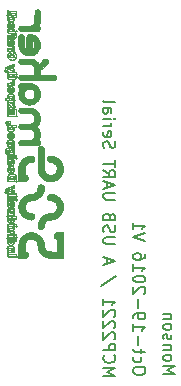
<source format=gbo>
G04 #@! TF.FileFunction,Legend,Bot*
%FSLAX46Y46*%
G04 Gerber Fmt 4.6, Leading zero omitted, Abs format (unit mm)*
G04 Created by KiCad (PCBNEW 4.0.4+e1-6308~48~ubuntu16.04.1-stable) date Thu Oct 20 18:00:38 2016*
%MOMM*%
%LPD*%
G01*
G04 APERTURE LIST*
%ADD10C,0.100000*%
%ADD11C,0.200000*%
%ADD12C,0.010000*%
G04 APERTURE END LIST*
D10*
D11*
X159567619Y-113037619D02*
X160567619Y-113037619D01*
X159853333Y-112704285D01*
X160567619Y-112370952D01*
X159567619Y-112370952D01*
X159567619Y-111751905D02*
X159615238Y-111847143D01*
X159662857Y-111894762D01*
X159758095Y-111942381D01*
X160043810Y-111942381D01*
X160139048Y-111894762D01*
X160186667Y-111847143D01*
X160234286Y-111751905D01*
X160234286Y-111609047D01*
X160186667Y-111513809D01*
X160139048Y-111466190D01*
X160043810Y-111418571D01*
X159758095Y-111418571D01*
X159662857Y-111466190D01*
X159615238Y-111513809D01*
X159567619Y-111609047D01*
X159567619Y-111751905D01*
X160234286Y-110990000D02*
X159567619Y-110990000D01*
X160139048Y-110990000D02*
X160186667Y-110942381D01*
X160234286Y-110847143D01*
X160234286Y-110704285D01*
X160186667Y-110609047D01*
X160091429Y-110561428D01*
X159567619Y-110561428D01*
X159615238Y-110132857D02*
X159567619Y-110037619D01*
X159567619Y-109847143D01*
X159615238Y-109751904D01*
X159710476Y-109704285D01*
X159758095Y-109704285D01*
X159853333Y-109751904D01*
X159900952Y-109847143D01*
X159900952Y-109990000D01*
X159948571Y-110085238D01*
X160043810Y-110132857D01*
X160091429Y-110132857D01*
X160186667Y-110085238D01*
X160234286Y-109990000D01*
X160234286Y-109847143D01*
X160186667Y-109751904D01*
X159567619Y-109132857D02*
X159615238Y-109228095D01*
X159662857Y-109275714D01*
X159758095Y-109323333D01*
X160043810Y-109323333D01*
X160139048Y-109275714D01*
X160186667Y-109228095D01*
X160234286Y-109132857D01*
X160234286Y-108989999D01*
X160186667Y-108894761D01*
X160139048Y-108847142D01*
X160043810Y-108799523D01*
X159758095Y-108799523D01*
X159662857Y-108847142D01*
X159615238Y-108894761D01*
X159567619Y-108989999D01*
X159567619Y-109132857D01*
X160234286Y-108370952D02*
X159567619Y-108370952D01*
X160139048Y-108370952D02*
X160186667Y-108323333D01*
X160234286Y-108228095D01*
X160234286Y-108085237D01*
X160186667Y-107989999D01*
X160091429Y-107942380D01*
X159567619Y-107942380D01*
X154487619Y-113195239D02*
X155487619Y-113195239D01*
X154773333Y-112861905D01*
X155487619Y-112528572D01*
X154487619Y-112528572D01*
X154582857Y-111480953D02*
X154535238Y-111528572D01*
X154487619Y-111671429D01*
X154487619Y-111766667D01*
X154535238Y-111909525D01*
X154630476Y-112004763D01*
X154725714Y-112052382D01*
X154916190Y-112100001D01*
X155059048Y-112100001D01*
X155249524Y-112052382D01*
X155344762Y-112004763D01*
X155440000Y-111909525D01*
X155487619Y-111766667D01*
X155487619Y-111671429D01*
X155440000Y-111528572D01*
X155392381Y-111480953D01*
X154487619Y-111052382D02*
X155487619Y-111052382D01*
X155487619Y-110671429D01*
X155440000Y-110576191D01*
X155392381Y-110528572D01*
X155297143Y-110480953D01*
X155154286Y-110480953D01*
X155059048Y-110528572D01*
X155011429Y-110576191D01*
X154963810Y-110671429D01*
X154963810Y-111052382D01*
X155392381Y-110100001D02*
X155440000Y-110052382D01*
X155487619Y-109957144D01*
X155487619Y-109719048D01*
X155440000Y-109623810D01*
X155392381Y-109576191D01*
X155297143Y-109528572D01*
X155201905Y-109528572D01*
X155059048Y-109576191D01*
X154487619Y-110147620D01*
X154487619Y-109528572D01*
X155392381Y-109147620D02*
X155440000Y-109100001D01*
X155487619Y-109004763D01*
X155487619Y-108766667D01*
X155440000Y-108671429D01*
X155392381Y-108623810D01*
X155297143Y-108576191D01*
X155201905Y-108576191D01*
X155059048Y-108623810D01*
X154487619Y-109195239D01*
X154487619Y-108576191D01*
X155392381Y-108195239D02*
X155440000Y-108147620D01*
X155487619Y-108052382D01*
X155487619Y-107814286D01*
X155440000Y-107719048D01*
X155392381Y-107671429D01*
X155297143Y-107623810D01*
X155201905Y-107623810D01*
X155059048Y-107671429D01*
X154487619Y-108242858D01*
X154487619Y-107623810D01*
X154487619Y-106671429D02*
X154487619Y-107242858D01*
X154487619Y-106957144D02*
X155487619Y-106957144D01*
X155344762Y-107052382D01*
X155249524Y-107147620D01*
X155201905Y-107242858D01*
X155535238Y-104766667D02*
X154249524Y-105623810D01*
X154773333Y-103719048D02*
X154773333Y-103242857D01*
X154487619Y-103814286D02*
X155487619Y-103480953D01*
X154487619Y-103147619D01*
X155487619Y-102052381D02*
X154678095Y-102052381D01*
X154582857Y-102004762D01*
X154535238Y-101957143D01*
X154487619Y-101861905D01*
X154487619Y-101671428D01*
X154535238Y-101576190D01*
X154582857Y-101528571D01*
X154678095Y-101480952D01*
X155487619Y-101480952D01*
X154535238Y-101052381D02*
X154487619Y-100909524D01*
X154487619Y-100671428D01*
X154535238Y-100576190D01*
X154582857Y-100528571D01*
X154678095Y-100480952D01*
X154773333Y-100480952D01*
X154868571Y-100528571D01*
X154916190Y-100576190D01*
X154963810Y-100671428D01*
X155011429Y-100861905D01*
X155059048Y-100957143D01*
X155106667Y-101004762D01*
X155201905Y-101052381D01*
X155297143Y-101052381D01*
X155392381Y-101004762D01*
X155440000Y-100957143D01*
X155487619Y-100861905D01*
X155487619Y-100623809D01*
X155440000Y-100480952D01*
X155011429Y-99719047D02*
X154963810Y-99576190D01*
X154916190Y-99528571D01*
X154820952Y-99480952D01*
X154678095Y-99480952D01*
X154582857Y-99528571D01*
X154535238Y-99576190D01*
X154487619Y-99671428D01*
X154487619Y-100052381D01*
X155487619Y-100052381D01*
X155487619Y-99719047D01*
X155440000Y-99623809D01*
X155392381Y-99576190D01*
X155297143Y-99528571D01*
X155201905Y-99528571D01*
X155106667Y-99576190D01*
X155059048Y-99623809D01*
X155011429Y-99719047D01*
X155011429Y-100052381D01*
X155487619Y-98290476D02*
X154678095Y-98290476D01*
X154582857Y-98242857D01*
X154535238Y-98195238D01*
X154487619Y-98100000D01*
X154487619Y-97909523D01*
X154535238Y-97814285D01*
X154582857Y-97766666D01*
X154678095Y-97719047D01*
X155487619Y-97719047D01*
X154773333Y-97290476D02*
X154773333Y-96814285D01*
X154487619Y-97385714D02*
X155487619Y-97052381D01*
X154487619Y-96719047D01*
X154487619Y-95814285D02*
X154963810Y-96147619D01*
X154487619Y-96385714D02*
X155487619Y-96385714D01*
X155487619Y-96004761D01*
X155440000Y-95909523D01*
X155392381Y-95861904D01*
X155297143Y-95814285D01*
X155154286Y-95814285D01*
X155059048Y-95861904D01*
X155011429Y-95909523D01*
X154963810Y-96004761D01*
X154963810Y-96385714D01*
X155487619Y-95528571D02*
X155487619Y-94957142D01*
X154487619Y-95242857D02*
X155487619Y-95242857D01*
X154535238Y-93909523D02*
X154487619Y-93766666D01*
X154487619Y-93528570D01*
X154535238Y-93433332D01*
X154582857Y-93385713D01*
X154678095Y-93338094D01*
X154773333Y-93338094D01*
X154868571Y-93385713D01*
X154916190Y-93433332D01*
X154963810Y-93528570D01*
X155011429Y-93719047D01*
X155059048Y-93814285D01*
X155106667Y-93861904D01*
X155201905Y-93909523D01*
X155297143Y-93909523D01*
X155392381Y-93861904D01*
X155440000Y-93814285D01*
X155487619Y-93719047D01*
X155487619Y-93480951D01*
X155440000Y-93338094D01*
X154535238Y-92528570D02*
X154487619Y-92623808D01*
X154487619Y-92814285D01*
X154535238Y-92909523D01*
X154630476Y-92957142D01*
X155011429Y-92957142D01*
X155106667Y-92909523D01*
X155154286Y-92814285D01*
X155154286Y-92623808D01*
X155106667Y-92528570D01*
X155011429Y-92480951D01*
X154916190Y-92480951D01*
X154820952Y-92957142D01*
X154487619Y-92052380D02*
X155154286Y-92052380D01*
X154963810Y-92052380D02*
X155059048Y-92004761D01*
X155106667Y-91957142D01*
X155154286Y-91861904D01*
X155154286Y-91766665D01*
X154487619Y-91433332D02*
X155154286Y-91433332D01*
X155487619Y-91433332D02*
X155440000Y-91480951D01*
X155392381Y-91433332D01*
X155440000Y-91385713D01*
X155487619Y-91433332D01*
X155392381Y-91433332D01*
X154487619Y-90528570D02*
X155011429Y-90528570D01*
X155106667Y-90576189D01*
X155154286Y-90671427D01*
X155154286Y-90861904D01*
X155106667Y-90957142D01*
X154535238Y-90528570D02*
X154487619Y-90623808D01*
X154487619Y-90861904D01*
X154535238Y-90957142D01*
X154630476Y-91004761D01*
X154725714Y-91004761D01*
X154820952Y-90957142D01*
X154868571Y-90861904D01*
X154868571Y-90623808D01*
X154916190Y-90528570D01*
X154487619Y-89909523D02*
X154535238Y-90004761D01*
X154630476Y-90052380D01*
X155487619Y-90052380D01*
X158027619Y-112870477D02*
X158027619Y-112680000D01*
X157980000Y-112584762D01*
X157884762Y-112489524D01*
X157694286Y-112441905D01*
X157360952Y-112441905D01*
X157170476Y-112489524D01*
X157075238Y-112584762D01*
X157027619Y-112680000D01*
X157027619Y-112870477D01*
X157075238Y-112965715D01*
X157170476Y-113060953D01*
X157360952Y-113108572D01*
X157694286Y-113108572D01*
X157884762Y-113060953D01*
X157980000Y-112965715D01*
X158027619Y-112870477D01*
X157075238Y-111584762D02*
X157027619Y-111680000D01*
X157027619Y-111870477D01*
X157075238Y-111965715D01*
X157122857Y-112013334D01*
X157218095Y-112060953D01*
X157503810Y-112060953D01*
X157599048Y-112013334D01*
X157646667Y-111965715D01*
X157694286Y-111870477D01*
X157694286Y-111680000D01*
X157646667Y-111584762D01*
X157694286Y-111299048D02*
X157694286Y-110918096D01*
X158027619Y-111156191D02*
X157170476Y-111156191D01*
X157075238Y-111108572D01*
X157027619Y-111013334D01*
X157027619Y-110918096D01*
X157408571Y-110584762D02*
X157408571Y-109822857D01*
X157027619Y-108822857D02*
X157027619Y-109394286D01*
X157027619Y-109108572D02*
X158027619Y-109108572D01*
X157884762Y-109203810D01*
X157789524Y-109299048D01*
X157741905Y-109394286D01*
X157027619Y-108346667D02*
X157027619Y-108156191D01*
X157075238Y-108060952D01*
X157122857Y-108013333D01*
X157265714Y-107918095D01*
X157456190Y-107870476D01*
X157837143Y-107870476D01*
X157932381Y-107918095D01*
X157980000Y-107965714D01*
X158027619Y-108060952D01*
X158027619Y-108251429D01*
X157980000Y-108346667D01*
X157932381Y-108394286D01*
X157837143Y-108441905D01*
X157599048Y-108441905D01*
X157503810Y-108394286D01*
X157456190Y-108346667D01*
X157408571Y-108251429D01*
X157408571Y-108060952D01*
X157456190Y-107965714D01*
X157503810Y-107918095D01*
X157599048Y-107870476D01*
X157408571Y-107441905D02*
X157408571Y-106680000D01*
X157932381Y-106251429D02*
X157980000Y-106203810D01*
X158027619Y-106108572D01*
X158027619Y-105870476D01*
X157980000Y-105775238D01*
X157932381Y-105727619D01*
X157837143Y-105680000D01*
X157741905Y-105680000D01*
X157599048Y-105727619D01*
X157027619Y-106299048D01*
X157027619Y-105680000D01*
X158027619Y-105060953D02*
X158027619Y-104965714D01*
X157980000Y-104870476D01*
X157932381Y-104822857D01*
X157837143Y-104775238D01*
X157646667Y-104727619D01*
X157408571Y-104727619D01*
X157218095Y-104775238D01*
X157122857Y-104822857D01*
X157075238Y-104870476D01*
X157027619Y-104965714D01*
X157027619Y-105060953D01*
X157075238Y-105156191D01*
X157122857Y-105203810D01*
X157218095Y-105251429D01*
X157408571Y-105299048D01*
X157646667Y-105299048D01*
X157837143Y-105251429D01*
X157932381Y-105203810D01*
X157980000Y-105156191D01*
X158027619Y-105060953D01*
X157027619Y-103775238D02*
X157027619Y-104346667D01*
X157027619Y-104060953D02*
X158027619Y-104060953D01*
X157884762Y-104156191D01*
X157789524Y-104251429D01*
X157741905Y-104346667D01*
X158027619Y-102918095D02*
X158027619Y-103108572D01*
X157980000Y-103203810D01*
X157932381Y-103251429D01*
X157789524Y-103346667D01*
X157599048Y-103394286D01*
X157218095Y-103394286D01*
X157122857Y-103346667D01*
X157075238Y-103299048D01*
X157027619Y-103203810D01*
X157027619Y-103013333D01*
X157075238Y-102918095D01*
X157122857Y-102870476D01*
X157218095Y-102822857D01*
X157456190Y-102822857D01*
X157551429Y-102870476D01*
X157599048Y-102918095D01*
X157646667Y-103013333D01*
X157646667Y-103203810D01*
X157599048Y-103299048D01*
X157551429Y-103346667D01*
X157456190Y-103394286D01*
X158027619Y-101775238D02*
X157027619Y-101441905D01*
X158027619Y-101108571D01*
X157027619Y-100251428D02*
X157027619Y-100822857D01*
X157027619Y-100537143D02*
X158027619Y-100537143D01*
X157884762Y-100632381D01*
X157789524Y-100727619D01*
X157741905Y-100822857D01*
D12*
G36*
X146891311Y-97171963D02*
X146890862Y-97143887D01*
X146890179Y-97120844D01*
X146889314Y-97104618D01*
X146888321Y-97096994D01*
X146888319Y-97096989D01*
X146881138Y-97090251D01*
X146874464Y-97088773D01*
X146867066Y-97090570D01*
X146851024Y-97095701D01*
X146827393Y-97103773D01*
X146797226Y-97114392D01*
X146761578Y-97127168D01*
X146721503Y-97141707D01*
X146678055Y-97157617D01*
X146632287Y-97174505D01*
X146585253Y-97191979D01*
X146538009Y-97209646D01*
X146491607Y-97227114D01*
X146447102Y-97243990D01*
X146405548Y-97259881D01*
X146367999Y-97274396D01*
X146335508Y-97287142D01*
X146309130Y-97297726D01*
X146289919Y-97305755D01*
X146281145Y-97309721D01*
X146243085Y-97330571D01*
X146213885Y-97352617D01*
X146192028Y-97377510D01*
X146175993Y-97406896D01*
X146166505Y-97434158D01*
X146160784Y-97463222D01*
X146157695Y-97499520D01*
X146157340Y-97540209D01*
X146159822Y-97582446D01*
X146160800Y-97592038D01*
X146165044Y-97630415D01*
X146141960Y-97627813D01*
X146122558Y-97627745D01*
X146108703Y-97631742D01*
X146101726Y-97638761D01*
X146102961Y-97647757D01*
X146108565Y-97653979D01*
X146117300Y-97657797D01*
X146132249Y-97661449D01*
X146141976Y-97663029D01*
X146157684Y-97665498D01*
X146165984Y-97669045D01*
X146169784Y-97675988D01*
X146171714Y-97686737D01*
X146174599Y-97706447D01*
X146177542Y-97726532D01*
X146177665Y-97727369D01*
X146182818Y-97745975D01*
X146191210Y-97755691D01*
X146202171Y-97755925D01*
X146209081Y-97751680D01*
X146212518Y-97744201D01*
X146212838Y-97731279D01*
X146210398Y-97710707D01*
X146209950Y-97707710D01*
X146207684Y-97690471D01*
X146206668Y-97677825D01*
X146207049Y-97672773D01*
X146212730Y-97672456D01*
X146226582Y-97673165D01*
X146246453Y-97674757D01*
X146267581Y-97676813D01*
X146293197Y-97679307D01*
X146293197Y-97645406D01*
X146266394Y-97642169D01*
X146239559Y-97638975D01*
X146221264Y-97636398D01*
X146209783Y-97633473D01*
X146203388Y-97629231D01*
X146200351Y-97622708D01*
X146198948Y-97612935D01*
X146198040Y-97603902D01*
X146195911Y-97586277D01*
X146193871Y-97572200D01*
X146192809Y-97566646D01*
X146191378Y-97553385D01*
X146191350Y-97532892D01*
X146192496Y-97508193D01*
X146194591Y-97482317D01*
X146197408Y-97458290D01*
X146200720Y-97439139D01*
X146202973Y-97430902D01*
X146220080Y-97398415D01*
X146246501Y-97370525D01*
X146282178Y-97347265D01*
X146293860Y-97341919D01*
X146314234Y-97333417D01*
X146342234Y-97322171D01*
X146376796Y-97308597D01*
X146416855Y-97293108D01*
X146461347Y-97276116D01*
X146509207Y-97258036D01*
X146559370Y-97239282D01*
X146577218Y-97232655D01*
X146626850Y-97214259D01*
X146673709Y-97196883D01*
X146716858Y-97180874D01*
X146755364Y-97166580D01*
X146788291Y-97154347D01*
X146814703Y-97144524D01*
X146833666Y-97137457D01*
X146844245Y-97133494D01*
X146846022Y-97132815D01*
X146849573Y-97132127D01*
X146852060Y-97134329D01*
X146853669Y-97140898D01*
X146854589Y-97153309D01*
X146855007Y-97173037D01*
X146855112Y-97201558D01*
X146855112Y-97279388D01*
X146798694Y-97295644D01*
X146775049Y-97302485D01*
X146754383Y-97308514D01*
X146739173Y-97313006D01*
X146732467Y-97315047D01*
X146730444Y-97314652D01*
X146736178Y-97310151D01*
X146742370Y-97306214D01*
X146755215Y-97296928D01*
X146760377Y-97288278D01*
X146760550Y-97281149D01*
X146756295Y-97270536D01*
X146750304Y-97266412D01*
X146743313Y-97268316D01*
X146728729Y-97274576D01*
X146708026Y-97284480D01*
X146682679Y-97297314D01*
X146654162Y-97312365D01*
X146644630Y-97317521D01*
X146547671Y-97370280D01*
X146507220Y-97358592D01*
X146487230Y-97353483D01*
X146470391Y-97350386D01*
X146459704Y-97349821D01*
X146458364Y-97350129D01*
X146450961Y-97357189D01*
X146451083Y-97367441D01*
X146458158Y-97377567D01*
X146463727Y-97381340D01*
X146470373Y-97385148D01*
X146471895Y-97388085D01*
X146466978Y-97391203D01*
X146454306Y-97395558D01*
X146440845Y-97399686D01*
X146422241Y-97405122D01*
X146407328Y-97409087D01*
X146399058Y-97410800D01*
X146398691Y-97410818D01*
X146390629Y-97415096D01*
X146386750Y-97425144D01*
X146388247Y-97436784D01*
X146390239Y-97440427D01*
X146394561Y-97448746D01*
X146390957Y-97454144D01*
X146385872Y-97457115D01*
X146379342Y-97459430D01*
X146371126Y-97459209D01*
X146359161Y-97455937D01*
X146341388Y-97449099D01*
X146323440Y-97441506D01*
X146300640Y-97431874D01*
X146285339Y-97426103D01*
X146275585Y-97423741D01*
X146269426Y-97424333D01*
X146264913Y-97427427D01*
X146264518Y-97427815D01*
X146258981Y-97437044D01*
X146261787Y-97446184D01*
X146273522Y-97455951D01*
X146294772Y-97467063D01*
X146297691Y-97468387D01*
X146332610Y-97484054D01*
X146319009Y-97495483D01*
X146305011Y-97509609D01*
X146295882Y-97525509D01*
X146290967Y-97545447D01*
X146289608Y-97571688D01*
X146290371Y-97594127D01*
X146293197Y-97645406D01*
X146293197Y-97679307D01*
X146293502Y-97679337D01*
X146310977Y-97680449D01*
X146321859Y-97680108D01*
X146328000Y-97678276D01*
X146330930Y-97675430D01*
X146333793Y-97664411D01*
X146333112Y-97657546D01*
X146330979Y-97647305D01*
X146327987Y-97630434D01*
X146324782Y-97610579D01*
X146324775Y-97610530D01*
X146321842Y-97577709D01*
X146324689Y-97552306D01*
X146333714Y-97532850D01*
X146349316Y-97517874D01*
X146350059Y-97517363D01*
X146363210Y-97509379D01*
X146373521Y-97504767D01*
X146375922Y-97504315D01*
X146381884Y-97506278D01*
X146396476Y-97511913D01*
X146418763Y-97520836D01*
X146447810Y-97532664D01*
X146482682Y-97547014D01*
X146522445Y-97563502D01*
X146566163Y-97581745D01*
X146612902Y-97601360D01*
X146623885Y-97605985D01*
X146674373Y-97627127D01*
X146721150Y-97646459D01*
X146763381Y-97663652D01*
X146800229Y-97678374D01*
X146830860Y-97690297D01*
X146852515Y-97698371D01*
X146852515Y-97664521D01*
X146635867Y-97573188D01*
X146591417Y-97554366D01*
X146550124Y-97536720D01*
X146512932Y-97520664D01*
X146480783Y-97506613D01*
X146454620Y-97494981D01*
X146435385Y-97486184D01*
X146424021Y-97480635D01*
X146421237Y-97478801D01*
X146426340Y-97475418D01*
X146438953Y-97468241D01*
X146457345Y-97458224D01*
X146479786Y-97446321D01*
X146487384Y-97442350D01*
X146551515Y-97408955D01*
X146699418Y-97454639D01*
X146736845Y-97466279D01*
X146771059Y-97477071D01*
X146800797Y-97486606D01*
X146824795Y-97494472D01*
X146841789Y-97500259D01*
X146850516Y-97503555D01*
X146851356Y-97504017D01*
X146852673Y-97510249D01*
X146853616Y-97524962D01*
X146854127Y-97546253D01*
X146854144Y-97572220D01*
X146853954Y-97586116D01*
X146852515Y-97664521D01*
X146852515Y-97698371D01*
X146854438Y-97699089D01*
X146870126Y-97704422D01*
X146877031Y-97705974D01*
X146888875Y-97704294D01*
X146890275Y-97594636D01*
X146890624Y-97556100D01*
X146890524Y-97526801D01*
X146889921Y-97505595D01*
X146888762Y-97491339D01*
X146886992Y-97482888D01*
X146884868Y-97479329D01*
X146878226Y-97476320D01*
X146863038Y-97470764D01*
X146840701Y-97463131D01*
X146812609Y-97453887D01*
X146780160Y-97443502D01*
X146748417Y-97433576D01*
X146713435Y-97422674D01*
X146681722Y-97412639D01*
X146654632Y-97403911D01*
X146633524Y-97396931D01*
X146619752Y-97392142D01*
X146614734Y-97390055D01*
X146618411Y-97387775D01*
X146630835Y-97383093D01*
X146650755Y-97376417D01*
X146676915Y-97368152D01*
X146708062Y-97358706D01*
X146741994Y-97348760D01*
X146777632Y-97338400D01*
X146810291Y-97328756D01*
X146838541Y-97320263D01*
X146860956Y-97313353D01*
X146876108Y-97308461D01*
X146882382Y-97306127D01*
X146885576Y-97303564D01*
X146887928Y-97298752D01*
X146889564Y-97290261D01*
X146890609Y-97276664D01*
X146891191Y-97256534D01*
X146891435Y-97228443D01*
X146891472Y-97203289D01*
X146891311Y-97171963D01*
X146891311Y-97171963D01*
G37*
X146891311Y-97171963D02*
X146890862Y-97143887D01*
X146890179Y-97120844D01*
X146889314Y-97104618D01*
X146888321Y-97096994D01*
X146888319Y-97096989D01*
X146881138Y-97090251D01*
X146874464Y-97088773D01*
X146867066Y-97090570D01*
X146851024Y-97095701D01*
X146827393Y-97103773D01*
X146797226Y-97114392D01*
X146761578Y-97127168D01*
X146721503Y-97141707D01*
X146678055Y-97157617D01*
X146632287Y-97174505D01*
X146585253Y-97191979D01*
X146538009Y-97209646D01*
X146491607Y-97227114D01*
X146447102Y-97243990D01*
X146405548Y-97259881D01*
X146367999Y-97274396D01*
X146335508Y-97287142D01*
X146309130Y-97297726D01*
X146289919Y-97305755D01*
X146281145Y-97309721D01*
X146243085Y-97330571D01*
X146213885Y-97352617D01*
X146192028Y-97377510D01*
X146175993Y-97406896D01*
X146166505Y-97434158D01*
X146160784Y-97463222D01*
X146157695Y-97499520D01*
X146157340Y-97540209D01*
X146159822Y-97582446D01*
X146160800Y-97592038D01*
X146165044Y-97630415D01*
X146141960Y-97627813D01*
X146122558Y-97627745D01*
X146108703Y-97631742D01*
X146101726Y-97638761D01*
X146102961Y-97647757D01*
X146108565Y-97653979D01*
X146117300Y-97657797D01*
X146132249Y-97661449D01*
X146141976Y-97663029D01*
X146157684Y-97665498D01*
X146165984Y-97669045D01*
X146169784Y-97675988D01*
X146171714Y-97686737D01*
X146174599Y-97706447D01*
X146177542Y-97726532D01*
X146177665Y-97727369D01*
X146182818Y-97745975D01*
X146191210Y-97755691D01*
X146202171Y-97755925D01*
X146209081Y-97751680D01*
X146212518Y-97744201D01*
X146212838Y-97731279D01*
X146210398Y-97710707D01*
X146209950Y-97707710D01*
X146207684Y-97690471D01*
X146206668Y-97677825D01*
X146207049Y-97672773D01*
X146212730Y-97672456D01*
X146226582Y-97673165D01*
X146246453Y-97674757D01*
X146267581Y-97676813D01*
X146293197Y-97679307D01*
X146293197Y-97645406D01*
X146266394Y-97642169D01*
X146239559Y-97638975D01*
X146221264Y-97636398D01*
X146209783Y-97633473D01*
X146203388Y-97629231D01*
X146200351Y-97622708D01*
X146198948Y-97612935D01*
X146198040Y-97603902D01*
X146195911Y-97586277D01*
X146193871Y-97572200D01*
X146192809Y-97566646D01*
X146191378Y-97553385D01*
X146191350Y-97532892D01*
X146192496Y-97508193D01*
X146194591Y-97482317D01*
X146197408Y-97458290D01*
X146200720Y-97439139D01*
X146202973Y-97430902D01*
X146220080Y-97398415D01*
X146246501Y-97370525D01*
X146282178Y-97347265D01*
X146293860Y-97341919D01*
X146314234Y-97333417D01*
X146342234Y-97322171D01*
X146376796Y-97308597D01*
X146416855Y-97293108D01*
X146461347Y-97276116D01*
X146509207Y-97258036D01*
X146559370Y-97239282D01*
X146577218Y-97232655D01*
X146626850Y-97214259D01*
X146673709Y-97196883D01*
X146716858Y-97180874D01*
X146755364Y-97166580D01*
X146788291Y-97154347D01*
X146814703Y-97144524D01*
X146833666Y-97137457D01*
X146844245Y-97133494D01*
X146846022Y-97132815D01*
X146849573Y-97132127D01*
X146852060Y-97134329D01*
X146853669Y-97140898D01*
X146854589Y-97153309D01*
X146855007Y-97173037D01*
X146855112Y-97201558D01*
X146855112Y-97279388D01*
X146798694Y-97295644D01*
X146775049Y-97302485D01*
X146754383Y-97308514D01*
X146739173Y-97313006D01*
X146732467Y-97315047D01*
X146730444Y-97314652D01*
X146736178Y-97310151D01*
X146742370Y-97306214D01*
X146755215Y-97296928D01*
X146760377Y-97288278D01*
X146760550Y-97281149D01*
X146756295Y-97270536D01*
X146750304Y-97266412D01*
X146743313Y-97268316D01*
X146728729Y-97274576D01*
X146708026Y-97284480D01*
X146682679Y-97297314D01*
X146654162Y-97312365D01*
X146644630Y-97317521D01*
X146547671Y-97370280D01*
X146507220Y-97358592D01*
X146487230Y-97353483D01*
X146470391Y-97350386D01*
X146459704Y-97349821D01*
X146458364Y-97350129D01*
X146450961Y-97357189D01*
X146451083Y-97367441D01*
X146458158Y-97377567D01*
X146463727Y-97381340D01*
X146470373Y-97385148D01*
X146471895Y-97388085D01*
X146466978Y-97391203D01*
X146454306Y-97395558D01*
X146440845Y-97399686D01*
X146422241Y-97405122D01*
X146407328Y-97409087D01*
X146399058Y-97410800D01*
X146398691Y-97410818D01*
X146390629Y-97415096D01*
X146386750Y-97425144D01*
X146388247Y-97436784D01*
X146390239Y-97440427D01*
X146394561Y-97448746D01*
X146390957Y-97454144D01*
X146385872Y-97457115D01*
X146379342Y-97459430D01*
X146371126Y-97459209D01*
X146359161Y-97455937D01*
X146341388Y-97449099D01*
X146323440Y-97441506D01*
X146300640Y-97431874D01*
X146285339Y-97426103D01*
X146275585Y-97423741D01*
X146269426Y-97424333D01*
X146264913Y-97427427D01*
X146264518Y-97427815D01*
X146258981Y-97437044D01*
X146261787Y-97446184D01*
X146273522Y-97455951D01*
X146294772Y-97467063D01*
X146297691Y-97468387D01*
X146332610Y-97484054D01*
X146319009Y-97495483D01*
X146305011Y-97509609D01*
X146295882Y-97525509D01*
X146290967Y-97545447D01*
X146289608Y-97571688D01*
X146290371Y-97594127D01*
X146293197Y-97645406D01*
X146293197Y-97679307D01*
X146293502Y-97679337D01*
X146310977Y-97680449D01*
X146321859Y-97680108D01*
X146328000Y-97678276D01*
X146330930Y-97675430D01*
X146333793Y-97664411D01*
X146333112Y-97657546D01*
X146330979Y-97647305D01*
X146327987Y-97630434D01*
X146324782Y-97610579D01*
X146324775Y-97610530D01*
X146321842Y-97577709D01*
X146324689Y-97552306D01*
X146333714Y-97532850D01*
X146349316Y-97517874D01*
X146350059Y-97517363D01*
X146363210Y-97509379D01*
X146373521Y-97504767D01*
X146375922Y-97504315D01*
X146381884Y-97506278D01*
X146396476Y-97511913D01*
X146418763Y-97520836D01*
X146447810Y-97532664D01*
X146482682Y-97547014D01*
X146522445Y-97563502D01*
X146566163Y-97581745D01*
X146612902Y-97601360D01*
X146623885Y-97605985D01*
X146674373Y-97627127D01*
X146721150Y-97646459D01*
X146763381Y-97663652D01*
X146800229Y-97678374D01*
X146830860Y-97690297D01*
X146852515Y-97698371D01*
X146852515Y-97664521D01*
X146635867Y-97573188D01*
X146591417Y-97554366D01*
X146550124Y-97536720D01*
X146512932Y-97520664D01*
X146480783Y-97506613D01*
X146454620Y-97494981D01*
X146435385Y-97486184D01*
X146424021Y-97480635D01*
X146421237Y-97478801D01*
X146426340Y-97475418D01*
X146438953Y-97468241D01*
X146457345Y-97458224D01*
X146479786Y-97446321D01*
X146487384Y-97442350D01*
X146551515Y-97408955D01*
X146699418Y-97454639D01*
X146736845Y-97466279D01*
X146771059Y-97477071D01*
X146800797Y-97486606D01*
X146824795Y-97494472D01*
X146841789Y-97500259D01*
X146850516Y-97503555D01*
X146851356Y-97504017D01*
X146852673Y-97510249D01*
X146853616Y-97524962D01*
X146854127Y-97546253D01*
X146854144Y-97572220D01*
X146853954Y-97586116D01*
X146852515Y-97664521D01*
X146852515Y-97698371D01*
X146854438Y-97699089D01*
X146870126Y-97704422D01*
X146877031Y-97705974D01*
X146888875Y-97704294D01*
X146890275Y-97594636D01*
X146890624Y-97556100D01*
X146890524Y-97526801D01*
X146889921Y-97505595D01*
X146888762Y-97491339D01*
X146886992Y-97482888D01*
X146884868Y-97479329D01*
X146878226Y-97476320D01*
X146863038Y-97470764D01*
X146840701Y-97463131D01*
X146812609Y-97453887D01*
X146780160Y-97443502D01*
X146748417Y-97433576D01*
X146713435Y-97422674D01*
X146681722Y-97412639D01*
X146654632Y-97403911D01*
X146633524Y-97396931D01*
X146619752Y-97392142D01*
X146614734Y-97390055D01*
X146618411Y-97387775D01*
X146630835Y-97383093D01*
X146650755Y-97376417D01*
X146676915Y-97368152D01*
X146708062Y-97358706D01*
X146741994Y-97348760D01*
X146777632Y-97338400D01*
X146810291Y-97328756D01*
X146838541Y-97320263D01*
X146860956Y-97313353D01*
X146876108Y-97308461D01*
X146882382Y-97306127D01*
X146885576Y-97303564D01*
X146887928Y-97298752D01*
X146889564Y-97290261D01*
X146890609Y-97276664D01*
X146891191Y-97256534D01*
X146891435Y-97228443D01*
X146891472Y-97203289D01*
X146891311Y-97171963D01*
G36*
X146874591Y-87186252D02*
X146865002Y-87182821D01*
X146847068Y-87176861D01*
X146822380Y-87168882D01*
X146792526Y-87159395D01*
X146759096Y-87148910D01*
X146734421Y-87141251D01*
X146700839Y-87130696D01*
X146671042Y-87120991D01*
X146646312Y-87112581D01*
X146627933Y-87105913D01*
X146617187Y-87101433D01*
X146614953Y-87099720D01*
X146620791Y-87097413D01*
X146635258Y-87092688D01*
X146656988Y-87085962D01*
X146684616Y-87077652D01*
X146716777Y-87068173D01*
X146748441Y-87058995D01*
X146783719Y-87048711D01*
X146815871Y-87039077D01*
X146843488Y-87030535D01*
X146865163Y-87023530D01*
X146879487Y-87018503D01*
X146884898Y-87016065D01*
X146887565Y-87008723D01*
X146889487Y-86993075D01*
X146890701Y-86971088D01*
X146891243Y-86944731D01*
X146891150Y-86915972D01*
X146890458Y-86886779D01*
X146889205Y-86859121D01*
X146887426Y-86834965D01*
X146885158Y-86816281D01*
X146882438Y-86805035D01*
X146880937Y-86802827D01*
X146876191Y-86802773D01*
X146865535Y-86805178D01*
X146848493Y-86810205D01*
X146824589Y-86818017D01*
X146793348Y-86828779D01*
X146754294Y-86842654D01*
X146706950Y-86859806D01*
X146650842Y-86880399D01*
X146590057Y-86902901D01*
X146523435Y-86927694D01*
X146465828Y-86949269D01*
X146416484Y-86967946D01*
X146374651Y-86984044D01*
X146339578Y-86997884D01*
X146310512Y-87009786D01*
X146286701Y-87020068D01*
X146267394Y-87029052D01*
X146251837Y-87037056D01*
X146239279Y-87044401D01*
X146228967Y-87051407D01*
X146220151Y-87058393D01*
X146216137Y-87061916D01*
X146191939Y-87090564D01*
X146173742Y-87126825D01*
X146161826Y-87169643D01*
X146156466Y-87217962D01*
X146157942Y-87270727D01*
X146158852Y-87279702D01*
X146161859Y-87306288D01*
X146163479Y-87324149D01*
X146163142Y-87334917D01*
X146160280Y-87340223D01*
X146154324Y-87341699D01*
X146144706Y-87340976D01*
X146137751Y-87340241D01*
X146119598Y-87339576D01*
X146109444Y-87342161D01*
X146106665Y-87344899D01*
X146102312Y-87357713D01*
X146107783Y-87367385D01*
X146111989Y-87370103D01*
X146123624Y-87373591D01*
X146139672Y-87375407D01*
X146143318Y-87375480D01*
X146154241Y-87375734D01*
X146161559Y-87377735D01*
X146166441Y-87383340D01*
X146170058Y-87394405D01*
X146173580Y-87412787D01*
X146176013Y-87427368D01*
X146179920Y-87448022D01*
X146183757Y-87460382D01*
X146188354Y-87466506D01*
X146192499Y-87468189D01*
X146203838Y-87466923D01*
X146210214Y-87457521D01*
X146211797Y-87439530D01*
X146210143Y-87421557D01*
X146208250Y-87404378D01*
X146207705Y-87391702D01*
X146208459Y-87386701D01*
X146214422Y-87386111D01*
X146228463Y-87386615D01*
X146248344Y-87388091D01*
X146266935Y-87389888D01*
X146291864Y-87392369D01*
X146293235Y-87392458D01*
X146293235Y-87355966D01*
X146250830Y-87352338D01*
X146230643Y-87350178D01*
X146214509Y-87347648D01*
X146205190Y-87345207D01*
X146204165Y-87344590D01*
X146200563Y-87336127D01*
X146197382Y-87319406D01*
X146194813Y-87296557D01*
X146193052Y-87269706D01*
X146192291Y-87240984D01*
X146192569Y-87216851D01*
X146194198Y-87187303D01*
X146197296Y-87164886D01*
X146202400Y-87146381D01*
X146205801Y-87137758D01*
X146223822Y-87108149D01*
X146250593Y-87081335D01*
X146284559Y-87058773D01*
X146296268Y-87052888D01*
X146306404Y-87048592D01*
X146324695Y-87041310D01*
X146350066Y-87031442D01*
X146381446Y-87019389D01*
X146417760Y-87005553D01*
X146457935Y-86990334D01*
X146500898Y-86974134D01*
X146545577Y-86957354D01*
X146590897Y-86940395D01*
X146635785Y-86923658D01*
X146679169Y-86907544D01*
X146719974Y-86892455D01*
X146757128Y-86878791D01*
X146789558Y-86866955D01*
X146816190Y-86857346D01*
X146835951Y-86850366D01*
X146847767Y-86846416D01*
X146850674Y-86845664D01*
X146852332Y-86850576D01*
X146853504Y-86864200D01*
X146854115Y-86884868D01*
X146854089Y-86910911D01*
X146853956Y-86919053D01*
X146852515Y-86992442D01*
X146792812Y-87009953D01*
X146769441Y-87016740D01*
X146749903Y-87022287D01*
X146736237Y-87026022D01*
X146730484Y-87027376D01*
X146730481Y-87027376D01*
X146732633Y-87024890D01*
X146741205Y-87018785D01*
X146745006Y-87016306D01*
X146757431Y-87005722D01*
X146760689Y-86995190D01*
X146760588Y-86994317D01*
X146758145Y-86986997D01*
X146752734Y-86983258D01*
X146743378Y-86983401D01*
X146729100Y-86987725D01*
X146708921Y-86996530D01*
X146681864Y-87010117D01*
X146646951Y-87028786D01*
X146645188Y-87029746D01*
X146616742Y-87044980D01*
X146590907Y-87058322D01*
X146569242Y-87069009D01*
X146553304Y-87076275D01*
X146544652Y-87079353D01*
X146544092Y-87079407D01*
X146534274Y-87077921D01*
X146518100Y-87074028D01*
X146499160Y-87068596D01*
X146480393Y-87063113D01*
X146468783Y-87060889D01*
X146461690Y-87061738D01*
X146456469Y-87065476D01*
X146456349Y-87065596D01*
X146451249Y-87076390D01*
X146455384Y-87087113D01*
X146466725Y-87094849D01*
X146474823Y-87098624D01*
X146473621Y-87100994D01*
X146468139Y-87102841D01*
X146436586Y-87112906D01*
X146413982Y-87121100D01*
X146399165Y-87127946D01*
X146390974Y-87133966D01*
X146388361Y-87138797D01*
X146390594Y-87149933D01*
X146394938Y-87155014D01*
X146399489Y-87159700D01*
X146396439Y-87163624D01*
X146387613Y-87167715D01*
X146379281Y-87170431D01*
X146370741Y-87170740D01*
X146359509Y-87168139D01*
X146343102Y-87162125D01*
X146326497Y-87155317D01*
X146301001Y-87145069D01*
X146283275Y-87139115D01*
X146271751Y-87137204D01*
X146264857Y-87139082D01*
X146261026Y-87144498D01*
X146260923Y-87144760D01*
X146258545Y-87153394D01*
X146260264Y-87160032D01*
X146267650Y-87166301D01*
X146282272Y-87173829D01*
X146294063Y-87179138D01*
X146330356Y-87195168D01*
X146312536Y-87214891D01*
X146300784Y-87230447D01*
X146293369Y-87247514D01*
X146289752Y-87268514D01*
X146289395Y-87295867D01*
X146290387Y-87314421D01*
X146293235Y-87355966D01*
X146293235Y-87392458D01*
X146308513Y-87393455D01*
X146318906Y-87393057D01*
X146325070Y-87391083D01*
X146329029Y-87387441D01*
X146329306Y-87387082D01*
X146333490Y-87376678D01*
X146333027Y-87370853D01*
X146329701Y-87357927D01*
X146326573Y-87338719D01*
X146324010Y-87316757D01*
X146322376Y-87295566D01*
X146322037Y-87278672D01*
X146322729Y-87271459D01*
X146332238Y-87249596D01*
X146349026Y-87230715D01*
X146361800Y-87222175D01*
X146365367Y-87220584D01*
X146369462Y-87219711D01*
X146374899Y-87219857D01*
X146382496Y-87221321D01*
X146393070Y-87224404D01*
X146407437Y-87229406D01*
X146426413Y-87236627D01*
X146450816Y-87246368D01*
X146481462Y-87258928D01*
X146519166Y-87274609D01*
X146564747Y-87293711D01*
X146619021Y-87316533D01*
X146623392Y-87318373D01*
X146671267Y-87338461D01*
X146716366Y-87357269D01*
X146757762Y-87374419D01*
X146794527Y-87389531D01*
X146825733Y-87402227D01*
X146850452Y-87412127D01*
X146852018Y-87412735D01*
X146852018Y-87375480D01*
X146846831Y-87373539D01*
X146833255Y-87368045D01*
X146812469Y-87359494D01*
X146785651Y-87348379D01*
X146753981Y-87335196D01*
X146718637Y-87320440D01*
X146680798Y-87304605D01*
X146641642Y-87288187D01*
X146602348Y-87271679D01*
X146564096Y-87255578D01*
X146528064Y-87240377D01*
X146495430Y-87226571D01*
X146467373Y-87214656D01*
X146445073Y-87205126D01*
X146429707Y-87198475D01*
X146422455Y-87195199D01*
X146422147Y-87195034D01*
X146424860Y-87191809D01*
X146435304Y-87184701D01*
X146451996Y-87174627D01*
X146473456Y-87162505D01*
X146484163Y-87156684D01*
X146550616Y-87120971D01*
X146693774Y-87165432D01*
X146730863Y-87176945D01*
X146765012Y-87187533D01*
X146794878Y-87196780D01*
X146819119Y-87204272D01*
X146836391Y-87209593D01*
X146845351Y-87212327D01*
X146846022Y-87212526D01*
X146849502Y-87214463D01*
X146851969Y-87218965D01*
X146853594Y-87227583D01*
X146854545Y-87241866D01*
X146854995Y-87263362D01*
X146855112Y-87293622D01*
X146855112Y-87295319D01*
X146854923Y-87322847D01*
X146854401Y-87346296D01*
X146853615Y-87363896D01*
X146852633Y-87373878D01*
X146852018Y-87375480D01*
X146852018Y-87412735D01*
X146867757Y-87418853D01*
X146876719Y-87422026D01*
X146877670Y-87422229D01*
X146885825Y-87418017D01*
X146888319Y-87414012D01*
X146889275Y-87406500D01*
X146890114Y-87390299D01*
X146890790Y-87367108D01*
X146891256Y-87338627D01*
X146891465Y-87306555D01*
X146891472Y-87299473D01*
X146891472Y-87193150D01*
X146874591Y-87186252D01*
X146874591Y-87186252D01*
G37*
X146874591Y-87186252D02*
X146865002Y-87182821D01*
X146847068Y-87176861D01*
X146822380Y-87168882D01*
X146792526Y-87159395D01*
X146759096Y-87148910D01*
X146734421Y-87141251D01*
X146700839Y-87130696D01*
X146671042Y-87120991D01*
X146646312Y-87112581D01*
X146627933Y-87105913D01*
X146617187Y-87101433D01*
X146614953Y-87099720D01*
X146620791Y-87097413D01*
X146635258Y-87092688D01*
X146656988Y-87085962D01*
X146684616Y-87077652D01*
X146716777Y-87068173D01*
X146748441Y-87058995D01*
X146783719Y-87048711D01*
X146815871Y-87039077D01*
X146843488Y-87030535D01*
X146865163Y-87023530D01*
X146879487Y-87018503D01*
X146884898Y-87016065D01*
X146887565Y-87008723D01*
X146889487Y-86993075D01*
X146890701Y-86971088D01*
X146891243Y-86944731D01*
X146891150Y-86915972D01*
X146890458Y-86886779D01*
X146889205Y-86859121D01*
X146887426Y-86834965D01*
X146885158Y-86816281D01*
X146882438Y-86805035D01*
X146880937Y-86802827D01*
X146876191Y-86802773D01*
X146865535Y-86805178D01*
X146848493Y-86810205D01*
X146824589Y-86818017D01*
X146793348Y-86828779D01*
X146754294Y-86842654D01*
X146706950Y-86859806D01*
X146650842Y-86880399D01*
X146590057Y-86902901D01*
X146523435Y-86927694D01*
X146465828Y-86949269D01*
X146416484Y-86967946D01*
X146374651Y-86984044D01*
X146339578Y-86997884D01*
X146310512Y-87009786D01*
X146286701Y-87020068D01*
X146267394Y-87029052D01*
X146251837Y-87037056D01*
X146239279Y-87044401D01*
X146228967Y-87051407D01*
X146220151Y-87058393D01*
X146216137Y-87061916D01*
X146191939Y-87090564D01*
X146173742Y-87126825D01*
X146161826Y-87169643D01*
X146156466Y-87217962D01*
X146157942Y-87270727D01*
X146158852Y-87279702D01*
X146161859Y-87306288D01*
X146163479Y-87324149D01*
X146163142Y-87334917D01*
X146160280Y-87340223D01*
X146154324Y-87341699D01*
X146144706Y-87340976D01*
X146137751Y-87340241D01*
X146119598Y-87339576D01*
X146109444Y-87342161D01*
X146106665Y-87344899D01*
X146102312Y-87357713D01*
X146107783Y-87367385D01*
X146111989Y-87370103D01*
X146123624Y-87373591D01*
X146139672Y-87375407D01*
X146143318Y-87375480D01*
X146154241Y-87375734D01*
X146161559Y-87377735D01*
X146166441Y-87383340D01*
X146170058Y-87394405D01*
X146173580Y-87412787D01*
X146176013Y-87427368D01*
X146179920Y-87448022D01*
X146183757Y-87460382D01*
X146188354Y-87466506D01*
X146192499Y-87468189D01*
X146203838Y-87466923D01*
X146210214Y-87457521D01*
X146211797Y-87439530D01*
X146210143Y-87421557D01*
X146208250Y-87404378D01*
X146207705Y-87391702D01*
X146208459Y-87386701D01*
X146214422Y-87386111D01*
X146228463Y-87386615D01*
X146248344Y-87388091D01*
X146266935Y-87389888D01*
X146291864Y-87392369D01*
X146293235Y-87392458D01*
X146293235Y-87355966D01*
X146250830Y-87352338D01*
X146230643Y-87350178D01*
X146214509Y-87347648D01*
X146205190Y-87345207D01*
X146204165Y-87344590D01*
X146200563Y-87336127D01*
X146197382Y-87319406D01*
X146194813Y-87296557D01*
X146193052Y-87269706D01*
X146192291Y-87240984D01*
X146192569Y-87216851D01*
X146194198Y-87187303D01*
X146197296Y-87164886D01*
X146202400Y-87146381D01*
X146205801Y-87137758D01*
X146223822Y-87108149D01*
X146250593Y-87081335D01*
X146284559Y-87058773D01*
X146296268Y-87052888D01*
X146306404Y-87048592D01*
X146324695Y-87041310D01*
X146350066Y-87031442D01*
X146381446Y-87019389D01*
X146417760Y-87005553D01*
X146457935Y-86990334D01*
X146500898Y-86974134D01*
X146545577Y-86957354D01*
X146590897Y-86940395D01*
X146635785Y-86923658D01*
X146679169Y-86907544D01*
X146719974Y-86892455D01*
X146757128Y-86878791D01*
X146789558Y-86866955D01*
X146816190Y-86857346D01*
X146835951Y-86850366D01*
X146847767Y-86846416D01*
X146850674Y-86845664D01*
X146852332Y-86850576D01*
X146853504Y-86864200D01*
X146854115Y-86884868D01*
X146854089Y-86910911D01*
X146853956Y-86919053D01*
X146852515Y-86992442D01*
X146792812Y-87009953D01*
X146769441Y-87016740D01*
X146749903Y-87022287D01*
X146736237Y-87026022D01*
X146730484Y-87027376D01*
X146730481Y-87027376D01*
X146732633Y-87024890D01*
X146741205Y-87018785D01*
X146745006Y-87016306D01*
X146757431Y-87005722D01*
X146760689Y-86995190D01*
X146760588Y-86994317D01*
X146758145Y-86986997D01*
X146752734Y-86983258D01*
X146743378Y-86983401D01*
X146729100Y-86987725D01*
X146708921Y-86996530D01*
X146681864Y-87010117D01*
X146646951Y-87028786D01*
X146645188Y-87029746D01*
X146616742Y-87044980D01*
X146590907Y-87058322D01*
X146569242Y-87069009D01*
X146553304Y-87076275D01*
X146544652Y-87079353D01*
X146544092Y-87079407D01*
X146534274Y-87077921D01*
X146518100Y-87074028D01*
X146499160Y-87068596D01*
X146480393Y-87063113D01*
X146468783Y-87060889D01*
X146461690Y-87061738D01*
X146456469Y-87065476D01*
X146456349Y-87065596D01*
X146451249Y-87076390D01*
X146455384Y-87087113D01*
X146466725Y-87094849D01*
X146474823Y-87098624D01*
X146473621Y-87100994D01*
X146468139Y-87102841D01*
X146436586Y-87112906D01*
X146413982Y-87121100D01*
X146399165Y-87127946D01*
X146390974Y-87133966D01*
X146388361Y-87138797D01*
X146390594Y-87149933D01*
X146394938Y-87155014D01*
X146399489Y-87159700D01*
X146396439Y-87163624D01*
X146387613Y-87167715D01*
X146379281Y-87170431D01*
X146370741Y-87170740D01*
X146359509Y-87168139D01*
X146343102Y-87162125D01*
X146326497Y-87155317D01*
X146301001Y-87145069D01*
X146283275Y-87139115D01*
X146271751Y-87137204D01*
X146264857Y-87139082D01*
X146261026Y-87144498D01*
X146260923Y-87144760D01*
X146258545Y-87153394D01*
X146260264Y-87160032D01*
X146267650Y-87166301D01*
X146282272Y-87173829D01*
X146294063Y-87179138D01*
X146330356Y-87195168D01*
X146312536Y-87214891D01*
X146300784Y-87230447D01*
X146293369Y-87247514D01*
X146289752Y-87268514D01*
X146289395Y-87295867D01*
X146290387Y-87314421D01*
X146293235Y-87355966D01*
X146293235Y-87392458D01*
X146308513Y-87393455D01*
X146318906Y-87393057D01*
X146325070Y-87391083D01*
X146329029Y-87387441D01*
X146329306Y-87387082D01*
X146333490Y-87376678D01*
X146333027Y-87370853D01*
X146329701Y-87357927D01*
X146326573Y-87338719D01*
X146324010Y-87316757D01*
X146322376Y-87295566D01*
X146322037Y-87278672D01*
X146322729Y-87271459D01*
X146332238Y-87249596D01*
X146349026Y-87230715D01*
X146361800Y-87222175D01*
X146365367Y-87220584D01*
X146369462Y-87219711D01*
X146374899Y-87219857D01*
X146382496Y-87221321D01*
X146393070Y-87224404D01*
X146407437Y-87229406D01*
X146426413Y-87236627D01*
X146450816Y-87246368D01*
X146481462Y-87258928D01*
X146519166Y-87274609D01*
X146564747Y-87293711D01*
X146619021Y-87316533D01*
X146623392Y-87318373D01*
X146671267Y-87338461D01*
X146716366Y-87357269D01*
X146757762Y-87374419D01*
X146794527Y-87389531D01*
X146825733Y-87402227D01*
X146850452Y-87412127D01*
X146852018Y-87412735D01*
X146852018Y-87375480D01*
X146846831Y-87373539D01*
X146833255Y-87368045D01*
X146812469Y-87359494D01*
X146785651Y-87348379D01*
X146753981Y-87335196D01*
X146718637Y-87320440D01*
X146680798Y-87304605D01*
X146641642Y-87288187D01*
X146602348Y-87271679D01*
X146564096Y-87255578D01*
X146528064Y-87240377D01*
X146495430Y-87226571D01*
X146467373Y-87214656D01*
X146445073Y-87205126D01*
X146429707Y-87198475D01*
X146422455Y-87195199D01*
X146422147Y-87195034D01*
X146424860Y-87191809D01*
X146435304Y-87184701D01*
X146451996Y-87174627D01*
X146473456Y-87162505D01*
X146484163Y-87156684D01*
X146550616Y-87120971D01*
X146693774Y-87165432D01*
X146730863Y-87176945D01*
X146765012Y-87187533D01*
X146794878Y-87196780D01*
X146819119Y-87204272D01*
X146836391Y-87209593D01*
X146845351Y-87212327D01*
X146846022Y-87212526D01*
X146849502Y-87214463D01*
X146851969Y-87218965D01*
X146853594Y-87227583D01*
X146854545Y-87241866D01*
X146854995Y-87263362D01*
X146855112Y-87293622D01*
X146855112Y-87295319D01*
X146854923Y-87322847D01*
X146854401Y-87346296D01*
X146853615Y-87363896D01*
X146852633Y-87373878D01*
X146852018Y-87375480D01*
X146852018Y-87412735D01*
X146867757Y-87418853D01*
X146876719Y-87422026D01*
X146877670Y-87422229D01*
X146885825Y-87418017D01*
X146888319Y-87414012D01*
X146889275Y-87406500D01*
X146890114Y-87390299D01*
X146890790Y-87367108D01*
X146891256Y-87338627D01*
X146891465Y-87306555D01*
X146891472Y-87299473D01*
X146891472Y-87193150D01*
X146874591Y-87186252D01*
G36*
X146921690Y-93900847D02*
X146917993Y-93889697D01*
X146908246Y-93885203D01*
X146905756Y-93884859D01*
X146894968Y-93881452D01*
X146891526Y-93872982D01*
X146891472Y-93871000D01*
X146889019Y-93853066D01*
X146881892Y-93843658D01*
X146876372Y-93842351D01*
X146863613Y-93846832D01*
X146856329Y-93859202D01*
X146855112Y-93869362D01*
X146855112Y-93883906D01*
X146601055Y-93883906D01*
X146542600Y-93883929D01*
X146493563Y-93884023D01*
X146452975Y-93884220D01*
X146419868Y-93884553D01*
X146393271Y-93885057D01*
X146372214Y-93885764D01*
X146355729Y-93886708D01*
X146342846Y-93887922D01*
X146332595Y-93889440D01*
X146324007Y-93891295D01*
X146316112Y-93893520D01*
X146315380Y-93893746D01*
X146270954Y-93912502D01*
X146233618Y-93938820D01*
X146203540Y-93972516D01*
X146180888Y-94013405D01*
X146166932Y-94056452D01*
X146162656Y-94081191D01*
X146159377Y-94113150D01*
X146157221Y-94149196D01*
X146156317Y-94186194D01*
X146156793Y-94221013D01*
X146158776Y-94250519D01*
X146158955Y-94252138D01*
X146168356Y-94306528D01*
X146183218Y-94352155D01*
X146203667Y-94389172D01*
X146229829Y-94417729D01*
X146261829Y-94437980D01*
X146299794Y-94450074D01*
X146326089Y-94453523D01*
X146331818Y-94453862D01*
X146331818Y-94418744D01*
X146318689Y-94417543D01*
X146284804Y-94410127D01*
X146257104Y-94395069D01*
X146234559Y-94371600D01*
X146217479Y-94341904D01*
X146206366Y-94310417D01*
X146197992Y-94271367D01*
X146192581Y-94227274D01*
X146190360Y-94180655D01*
X146191553Y-94134030D01*
X146195464Y-94095977D01*
X146200125Y-94071779D01*
X146206822Y-94046160D01*
X146211788Y-94031086D01*
X146228072Y-94000270D01*
X146251930Y-93971555D01*
X146280606Y-93947699D01*
X146311245Y-93931499D01*
X146318337Y-93928949D01*
X146325435Y-93926817D01*
X146333494Y-93925066D01*
X146343471Y-93923658D01*
X146356322Y-93922556D01*
X146373002Y-93921723D01*
X146394467Y-93921121D01*
X146421673Y-93920712D01*
X146455576Y-93920460D01*
X146497131Y-93920326D01*
X146547295Y-93920274D01*
X146598190Y-93920265D01*
X146855112Y-93920265D01*
X146855112Y-94060511D01*
X146828250Y-94060511D01*
X146802196Y-94057509D01*
X146773580Y-94049319D01*
X146769165Y-94047620D01*
X146742925Y-94038439D01*
X146716479Y-94031456D01*
X146692084Y-94027039D01*
X146671996Y-94025559D01*
X146658470Y-94027385D01*
X146655553Y-94028996D01*
X146648156Y-94037839D01*
X146650205Y-94046388D01*
X146654798Y-94051643D01*
X146657660Y-94055884D01*
X146654716Y-94058691D01*
X146644296Y-94060815D01*
X146630940Y-94062374D01*
X146608982Y-94066070D01*
X146587029Y-94071949D01*
X146576420Y-94075912D01*
X146560974Y-94081877D01*
X146550906Y-94082961D01*
X146543079Y-94079847D01*
X146536110Y-94072460D01*
X146535440Y-94067014D01*
X146535650Y-94054814D01*
X146527887Y-94046550D01*
X146520307Y-94044928D01*
X146509423Y-94047764D01*
X146494529Y-94055003D01*
X146485802Y-94060416D01*
X146474334Y-94067691D01*
X146464060Y-94072252D01*
X146452024Y-94074734D01*
X146435269Y-94075773D01*
X146413243Y-94075999D01*
X146370346Y-94078087D01*
X146336425Y-94084496D01*
X146310801Y-94095718D01*
X146292794Y-94112245D01*
X146281723Y-94134568D01*
X146276909Y-94163179D01*
X146276576Y-94174785D01*
X146278028Y-94200552D01*
X146283472Y-94220090D01*
X146294543Y-94237286D01*
X146309314Y-94252699D01*
X146317273Y-94260505D01*
X146318961Y-94262649D01*
X146318961Y-94209370D01*
X146317138Y-94208261D01*
X146314907Y-94203353D01*
X146311630Y-94190378D01*
X146310596Y-94177382D01*
X146310887Y-94167063D01*
X146312077Y-94166573D01*
X146314907Y-94174785D01*
X146318299Y-94190414D01*
X146319219Y-94200756D01*
X146318961Y-94209370D01*
X146318961Y-94262649D01*
X146322848Y-94267587D01*
X146326706Y-94276103D01*
X146329516Y-94288210D01*
X146331947Y-94306063D01*
X146334666Y-94331818D01*
X146335070Y-94335807D01*
X146337814Y-94361510D01*
X146340482Y-94384092D01*
X146342779Y-94401183D01*
X146344406Y-94410414D01*
X146344461Y-94410614D01*
X146345171Y-94416156D01*
X146341695Y-94418667D01*
X146331818Y-94418744D01*
X146331818Y-94453862D01*
X146347885Y-94454816D01*
X146363272Y-94454153D01*
X146373122Y-94450125D01*
X146378310Y-94441322D01*
X146379708Y-94426335D01*
X146378189Y-94403754D01*
X146374922Y-94374684D01*
X146371725Y-94347704D01*
X146368750Y-94323021D01*
X146366315Y-94303236D01*
X146364736Y-94290954D01*
X146364654Y-94290357D01*
X146364110Y-94278559D01*
X146367385Y-94274434D01*
X146367385Y-94235999D01*
X146362857Y-94232579D01*
X146359148Y-94223190D01*
X146355787Y-94206225D01*
X146353230Y-94187718D01*
X146350382Y-94165618D01*
X146347759Y-94146542D01*
X146345785Y-94133517D01*
X146345262Y-94130634D01*
X146345595Y-94122464D01*
X146351593Y-94117156D01*
X146364711Y-94114155D01*
X146386404Y-94112909D01*
X146392120Y-94112819D01*
X146425182Y-94112454D01*
X146415754Y-94126738D01*
X146392922Y-94170273D01*
X146381458Y-94208968D01*
X146377220Y-94226048D01*
X146372741Y-94234470D01*
X146367385Y-94235999D01*
X146367385Y-94274434D01*
X146367772Y-94273946D01*
X146371707Y-94273476D01*
X146378975Y-94276900D01*
X146383469Y-94288367D01*
X146384338Y-94292955D01*
X146395311Y-94329182D01*
X146415159Y-94363924D01*
X146442377Y-94395300D01*
X146475459Y-94421429D01*
X146496877Y-94433505D01*
X146533748Y-94449137D01*
X146570018Y-94459176D01*
X146609363Y-94464409D01*
X146647341Y-94465664D01*
X146651096Y-94465435D01*
X146651096Y-94432780D01*
X146604635Y-94430114D01*
X146559375Y-94421139D01*
X146517295Y-94405725D01*
X146510475Y-94402391D01*
X146490897Y-94390033D01*
X146470233Y-94373206D01*
X146451602Y-94354784D01*
X146438119Y-94337640D01*
X146435701Y-94333480D01*
X146422293Y-94299045D01*
X146415450Y-94261598D01*
X146415316Y-94224166D01*
X146422036Y-94189776D01*
X146428133Y-94174415D01*
X146438895Y-94155370D01*
X146451899Y-94136361D01*
X146455396Y-94131932D01*
X146465714Y-94120520D01*
X146474983Y-94114731D01*
X146487489Y-94112678D01*
X146499682Y-94112454D01*
X146515214Y-94112776D01*
X146525453Y-94113608D01*
X146527873Y-94114390D01*
X146525949Y-94119822D01*
X146521007Y-94131697D01*
X146516679Y-94141633D01*
X146510166Y-94158284D01*
X146508082Y-94171661D01*
X146509845Y-94187392D01*
X146511243Y-94194395D01*
X146520525Y-94223469D01*
X146535243Y-94244908D01*
X146556811Y-94260655D01*
X146560986Y-94262773D01*
X146589924Y-94272404D01*
X146623466Y-94276648D01*
X146658469Y-94275690D01*
X146691790Y-94269716D01*
X146720285Y-94258911D01*
X146730349Y-94252770D01*
X146746750Y-94235385D01*
X146757516Y-94212477D01*
X146760746Y-94188217D01*
X146760622Y-94186341D01*
X146758572Y-94173456D01*
X146753868Y-94167998D01*
X146746197Y-94166993D01*
X146737608Y-94168582D01*
X146732579Y-94175186D01*
X146729137Y-94188426D01*
X146724095Y-94204291D01*
X146716897Y-94216805D01*
X146715032Y-94218786D01*
X146695898Y-94230391D01*
X146670010Y-94238257D01*
X146640470Y-94241936D01*
X146610377Y-94240981D01*
X146589239Y-94236935D01*
X146567274Y-94226357D01*
X146552433Y-94210051D01*
X146544780Y-94189911D01*
X146544377Y-94167827D01*
X146551287Y-94145694D01*
X146565574Y-94125402D01*
X146585027Y-94110137D01*
X146592530Y-94106287D01*
X146601172Y-94103419D01*
X146612641Y-94101349D01*
X146628627Y-94099893D01*
X146650816Y-94098868D01*
X146680897Y-94098089D01*
X146698582Y-94097749D01*
X146793975Y-94096029D01*
X146821693Y-94124647D01*
X146841252Y-94147939D01*
X146854474Y-94171982D01*
X146862134Y-94199217D01*
X146865004Y-94232082D01*
X146864569Y-94259942D01*
X146862963Y-94284899D01*
X146860219Y-94303102D01*
X146855500Y-94318184D01*
X146847970Y-94333777D01*
X146847276Y-94335056D01*
X146834355Y-94354746D01*
X146818198Y-94374190D01*
X146809303Y-94382930D01*
X146777860Y-94404212D01*
X146739690Y-94419700D01*
X146696775Y-94429266D01*
X146651096Y-94432780D01*
X146651096Y-94465435D01*
X146704327Y-94462181D01*
X146753994Y-94451636D01*
X146796775Y-94433884D01*
X146833099Y-94408784D01*
X146841592Y-94400986D01*
X146868160Y-94368206D01*
X146887016Y-94330107D01*
X146898064Y-94288434D01*
X146901209Y-94244929D01*
X146896355Y-94201339D01*
X146883409Y-94159408D01*
X146862275Y-94120878D01*
X146857238Y-94113971D01*
X146844195Y-94096871D01*
X146864680Y-94096871D01*
X146881004Y-94094817D01*
X146888319Y-94088655D01*
X146889418Y-94080781D01*
X146890351Y-94064550D01*
X146891043Y-94041995D01*
X146891422Y-94015147D01*
X146891472Y-94001001D01*
X146891472Y-93921564D01*
X146907406Y-93918377D01*
X146918490Y-93914782D01*
X146922025Y-93908000D01*
X146921690Y-93900847D01*
X146921690Y-93900847D01*
G37*
X146921690Y-93900847D02*
X146917993Y-93889697D01*
X146908246Y-93885203D01*
X146905756Y-93884859D01*
X146894968Y-93881452D01*
X146891526Y-93872982D01*
X146891472Y-93871000D01*
X146889019Y-93853066D01*
X146881892Y-93843658D01*
X146876372Y-93842351D01*
X146863613Y-93846832D01*
X146856329Y-93859202D01*
X146855112Y-93869362D01*
X146855112Y-93883906D01*
X146601055Y-93883906D01*
X146542600Y-93883929D01*
X146493563Y-93884023D01*
X146452975Y-93884220D01*
X146419868Y-93884553D01*
X146393271Y-93885057D01*
X146372214Y-93885764D01*
X146355729Y-93886708D01*
X146342846Y-93887922D01*
X146332595Y-93889440D01*
X146324007Y-93891295D01*
X146316112Y-93893520D01*
X146315380Y-93893746D01*
X146270954Y-93912502D01*
X146233618Y-93938820D01*
X146203540Y-93972516D01*
X146180888Y-94013405D01*
X146166932Y-94056452D01*
X146162656Y-94081191D01*
X146159377Y-94113150D01*
X146157221Y-94149196D01*
X146156317Y-94186194D01*
X146156793Y-94221013D01*
X146158776Y-94250519D01*
X146158955Y-94252138D01*
X146168356Y-94306528D01*
X146183218Y-94352155D01*
X146203667Y-94389172D01*
X146229829Y-94417729D01*
X146261829Y-94437980D01*
X146299794Y-94450074D01*
X146326089Y-94453523D01*
X146331818Y-94453862D01*
X146331818Y-94418744D01*
X146318689Y-94417543D01*
X146284804Y-94410127D01*
X146257104Y-94395069D01*
X146234559Y-94371600D01*
X146217479Y-94341904D01*
X146206366Y-94310417D01*
X146197992Y-94271367D01*
X146192581Y-94227274D01*
X146190360Y-94180655D01*
X146191553Y-94134030D01*
X146195464Y-94095977D01*
X146200125Y-94071779D01*
X146206822Y-94046160D01*
X146211788Y-94031086D01*
X146228072Y-94000270D01*
X146251930Y-93971555D01*
X146280606Y-93947699D01*
X146311245Y-93931499D01*
X146318337Y-93928949D01*
X146325435Y-93926817D01*
X146333494Y-93925066D01*
X146343471Y-93923658D01*
X146356322Y-93922556D01*
X146373002Y-93921723D01*
X146394467Y-93921121D01*
X146421673Y-93920712D01*
X146455576Y-93920460D01*
X146497131Y-93920326D01*
X146547295Y-93920274D01*
X146598190Y-93920265D01*
X146855112Y-93920265D01*
X146855112Y-94060511D01*
X146828250Y-94060511D01*
X146802196Y-94057509D01*
X146773580Y-94049319D01*
X146769165Y-94047620D01*
X146742925Y-94038439D01*
X146716479Y-94031456D01*
X146692084Y-94027039D01*
X146671996Y-94025559D01*
X146658470Y-94027385D01*
X146655553Y-94028996D01*
X146648156Y-94037839D01*
X146650205Y-94046388D01*
X146654798Y-94051643D01*
X146657660Y-94055884D01*
X146654716Y-94058691D01*
X146644296Y-94060815D01*
X146630940Y-94062374D01*
X146608982Y-94066070D01*
X146587029Y-94071949D01*
X146576420Y-94075912D01*
X146560974Y-94081877D01*
X146550906Y-94082961D01*
X146543079Y-94079847D01*
X146536110Y-94072460D01*
X146535440Y-94067014D01*
X146535650Y-94054814D01*
X146527887Y-94046550D01*
X146520307Y-94044928D01*
X146509423Y-94047764D01*
X146494529Y-94055003D01*
X146485802Y-94060416D01*
X146474334Y-94067691D01*
X146464060Y-94072252D01*
X146452024Y-94074734D01*
X146435269Y-94075773D01*
X146413243Y-94075999D01*
X146370346Y-94078087D01*
X146336425Y-94084496D01*
X146310801Y-94095718D01*
X146292794Y-94112245D01*
X146281723Y-94134568D01*
X146276909Y-94163179D01*
X146276576Y-94174785D01*
X146278028Y-94200552D01*
X146283472Y-94220090D01*
X146294543Y-94237286D01*
X146309314Y-94252699D01*
X146317273Y-94260505D01*
X146318961Y-94262649D01*
X146318961Y-94209370D01*
X146317138Y-94208261D01*
X146314907Y-94203353D01*
X146311630Y-94190378D01*
X146310596Y-94177382D01*
X146310887Y-94167063D01*
X146312077Y-94166573D01*
X146314907Y-94174785D01*
X146318299Y-94190414D01*
X146319219Y-94200756D01*
X146318961Y-94209370D01*
X146318961Y-94262649D01*
X146322848Y-94267587D01*
X146326706Y-94276103D01*
X146329516Y-94288210D01*
X146331947Y-94306063D01*
X146334666Y-94331818D01*
X146335070Y-94335807D01*
X146337814Y-94361510D01*
X146340482Y-94384092D01*
X146342779Y-94401183D01*
X146344406Y-94410414D01*
X146344461Y-94410614D01*
X146345171Y-94416156D01*
X146341695Y-94418667D01*
X146331818Y-94418744D01*
X146331818Y-94453862D01*
X146347885Y-94454816D01*
X146363272Y-94454153D01*
X146373122Y-94450125D01*
X146378310Y-94441322D01*
X146379708Y-94426335D01*
X146378189Y-94403754D01*
X146374922Y-94374684D01*
X146371725Y-94347704D01*
X146368750Y-94323021D01*
X146366315Y-94303236D01*
X146364736Y-94290954D01*
X146364654Y-94290357D01*
X146364110Y-94278559D01*
X146367385Y-94274434D01*
X146367385Y-94235999D01*
X146362857Y-94232579D01*
X146359148Y-94223190D01*
X146355787Y-94206225D01*
X146353230Y-94187718D01*
X146350382Y-94165618D01*
X146347759Y-94146542D01*
X146345785Y-94133517D01*
X146345262Y-94130634D01*
X146345595Y-94122464D01*
X146351593Y-94117156D01*
X146364711Y-94114155D01*
X146386404Y-94112909D01*
X146392120Y-94112819D01*
X146425182Y-94112454D01*
X146415754Y-94126738D01*
X146392922Y-94170273D01*
X146381458Y-94208968D01*
X146377220Y-94226048D01*
X146372741Y-94234470D01*
X146367385Y-94235999D01*
X146367385Y-94274434D01*
X146367772Y-94273946D01*
X146371707Y-94273476D01*
X146378975Y-94276900D01*
X146383469Y-94288367D01*
X146384338Y-94292955D01*
X146395311Y-94329182D01*
X146415159Y-94363924D01*
X146442377Y-94395300D01*
X146475459Y-94421429D01*
X146496877Y-94433505D01*
X146533748Y-94449137D01*
X146570018Y-94459176D01*
X146609363Y-94464409D01*
X146647341Y-94465664D01*
X146651096Y-94465435D01*
X146651096Y-94432780D01*
X146604635Y-94430114D01*
X146559375Y-94421139D01*
X146517295Y-94405725D01*
X146510475Y-94402391D01*
X146490897Y-94390033D01*
X146470233Y-94373206D01*
X146451602Y-94354784D01*
X146438119Y-94337640D01*
X146435701Y-94333480D01*
X146422293Y-94299045D01*
X146415450Y-94261598D01*
X146415316Y-94224166D01*
X146422036Y-94189776D01*
X146428133Y-94174415D01*
X146438895Y-94155370D01*
X146451899Y-94136361D01*
X146455396Y-94131932D01*
X146465714Y-94120520D01*
X146474983Y-94114731D01*
X146487489Y-94112678D01*
X146499682Y-94112454D01*
X146515214Y-94112776D01*
X146525453Y-94113608D01*
X146527873Y-94114390D01*
X146525949Y-94119822D01*
X146521007Y-94131697D01*
X146516679Y-94141633D01*
X146510166Y-94158284D01*
X146508082Y-94171661D01*
X146509845Y-94187392D01*
X146511243Y-94194395D01*
X146520525Y-94223469D01*
X146535243Y-94244908D01*
X146556811Y-94260655D01*
X146560986Y-94262773D01*
X146589924Y-94272404D01*
X146623466Y-94276648D01*
X146658469Y-94275690D01*
X146691790Y-94269716D01*
X146720285Y-94258911D01*
X146730349Y-94252770D01*
X146746750Y-94235385D01*
X146757516Y-94212477D01*
X146760746Y-94188217D01*
X146760622Y-94186341D01*
X146758572Y-94173456D01*
X146753868Y-94167998D01*
X146746197Y-94166993D01*
X146737608Y-94168582D01*
X146732579Y-94175186D01*
X146729137Y-94188426D01*
X146724095Y-94204291D01*
X146716897Y-94216805D01*
X146715032Y-94218786D01*
X146695898Y-94230391D01*
X146670010Y-94238257D01*
X146640470Y-94241936D01*
X146610377Y-94240981D01*
X146589239Y-94236935D01*
X146567274Y-94226357D01*
X146552433Y-94210051D01*
X146544780Y-94189911D01*
X146544377Y-94167827D01*
X146551287Y-94145694D01*
X146565574Y-94125402D01*
X146585027Y-94110137D01*
X146592530Y-94106287D01*
X146601172Y-94103419D01*
X146612641Y-94101349D01*
X146628627Y-94099893D01*
X146650816Y-94098868D01*
X146680897Y-94098089D01*
X146698582Y-94097749D01*
X146793975Y-94096029D01*
X146821693Y-94124647D01*
X146841252Y-94147939D01*
X146854474Y-94171982D01*
X146862134Y-94199217D01*
X146865004Y-94232082D01*
X146864569Y-94259942D01*
X146862963Y-94284899D01*
X146860219Y-94303102D01*
X146855500Y-94318184D01*
X146847970Y-94333777D01*
X146847276Y-94335056D01*
X146834355Y-94354746D01*
X146818198Y-94374190D01*
X146809303Y-94382930D01*
X146777860Y-94404212D01*
X146739690Y-94419700D01*
X146696775Y-94429266D01*
X146651096Y-94432780D01*
X146651096Y-94465435D01*
X146704327Y-94462181D01*
X146753994Y-94451636D01*
X146796775Y-94433884D01*
X146833099Y-94408784D01*
X146841592Y-94400986D01*
X146868160Y-94368206D01*
X146887016Y-94330107D01*
X146898064Y-94288434D01*
X146901209Y-94244929D01*
X146896355Y-94201339D01*
X146883409Y-94159408D01*
X146862275Y-94120878D01*
X146857238Y-94113971D01*
X146844195Y-94096871D01*
X146864680Y-94096871D01*
X146881004Y-94094817D01*
X146888319Y-94088655D01*
X146889418Y-94080781D01*
X146890351Y-94064550D01*
X146891043Y-94041995D01*
X146891422Y-94015147D01*
X146891472Y-94001001D01*
X146891472Y-93921564D01*
X146907406Y-93918377D01*
X146918490Y-93914782D01*
X146922025Y-93908000D01*
X146921690Y-93900847D01*
G36*
X147093387Y-91975882D02*
X147086257Y-91969655D01*
X147070674Y-91956881D01*
X146731748Y-91956856D01*
X146392822Y-91956830D01*
X146392822Y-91873961D01*
X146485020Y-91872543D01*
X146548650Y-91871564D01*
X146548650Y-91837362D01*
X146392822Y-91837362D01*
X146392822Y-91775628D01*
X146414368Y-91774030D01*
X146432459Y-91769912D01*
X146442649Y-91761412D01*
X146443912Y-91749488D01*
X146443157Y-91747168D01*
X146437099Y-91741296D01*
X146423609Y-91738839D01*
X146416630Y-91738670D01*
X146393365Y-91738670D01*
X146391794Y-91711400D01*
X146390336Y-91695266D01*
X146387483Y-91686774D01*
X146381913Y-91683179D01*
X146377826Y-91682377D01*
X146366665Y-91683350D01*
X146359965Y-91691028D01*
X146356932Y-91706756D01*
X146356541Y-91718486D01*
X146355972Y-91733168D01*
X146352656Y-91741450D01*
X146343990Y-91747020D01*
X146333418Y-91751254D01*
X146310598Y-91764426D01*
X146288506Y-91785168D01*
X146269846Y-91810853D01*
X146267044Y-91815827D01*
X146258138Y-91832369D01*
X146206604Y-91803599D01*
X146222663Y-91773467D01*
X146234973Y-91753271D01*
X146249628Y-91733236D01*
X146259127Y-91722310D01*
X146275877Y-91707970D01*
X146296583Y-91694108D01*
X146308906Y-91687514D01*
X146319323Y-91682830D01*
X146328968Y-91679316D01*
X146339569Y-91676774D01*
X146352859Y-91675004D01*
X146370566Y-91673809D01*
X146394423Y-91672989D01*
X146426158Y-91672345D01*
X146443466Y-91672060D01*
X146548650Y-91670379D01*
X146548650Y-91837362D01*
X146548650Y-91871564D01*
X146577218Y-91871124D01*
X146577218Y-91637382D01*
X146475930Y-91635818D01*
X146423570Y-91635707D01*
X146380080Y-91637401D01*
X146344036Y-91641283D01*
X146314018Y-91647740D01*
X146288602Y-91657156D01*
X146266368Y-91669916D01*
X146245892Y-91686406D01*
X146229926Y-91702429D01*
X146216140Y-91719107D01*
X146201624Y-91739584D01*
X146187780Y-91761500D01*
X146176010Y-91782497D01*
X146167714Y-91800215D01*
X146164294Y-91812294D01*
X146164274Y-91812955D01*
X146168440Y-91819945D01*
X146179040Y-91828931D01*
X146186349Y-91833624D01*
X146213442Y-91848746D01*
X146236975Y-91860669D01*
X146255447Y-91868707D01*
X146267362Y-91872174D01*
X146270276Y-91872027D01*
X146275753Y-91866637D01*
X146284526Y-91854574D01*
X146294860Y-91838258D01*
X146296713Y-91835124D01*
X146310538Y-91814726D01*
X146325731Y-91797486D01*
X146340290Y-91785352D01*
X146352212Y-91780270D01*
X146353179Y-91780225D01*
X146354256Y-91785138D01*
X146355185Y-91798752D01*
X146355903Y-91819382D01*
X146356346Y-91845340D01*
X146356462Y-91868527D01*
X146356462Y-91956830D01*
X146318543Y-91956830D01*
X146292061Y-91958281D01*
X146275393Y-91962609D01*
X146268599Y-91969773D01*
X146271740Y-91979733D01*
X146276321Y-91985027D01*
X146285482Y-91990010D01*
X146301603Y-91992605D01*
X146320473Y-91993190D01*
X146356462Y-91993190D01*
X146356462Y-92075259D01*
X146356617Y-92108720D01*
X146357381Y-92133195D01*
X146359198Y-92150084D01*
X146362514Y-92160787D01*
X146367775Y-92166707D01*
X146375426Y-92169242D01*
X146385913Y-92169794D01*
X146386531Y-92169795D01*
X146404134Y-92169795D01*
X146390438Y-92186072D01*
X146368081Y-92220445D01*
X146353646Y-92259981D01*
X146347387Y-92302834D01*
X146349556Y-92347160D01*
X146360407Y-92391114D01*
X146361796Y-92394929D01*
X146375848Y-92422242D01*
X146396785Y-92450206D01*
X146421864Y-92475578D01*
X146444764Y-92492924D01*
X146468139Y-92507738D01*
X146478755Y-92600382D01*
X146446958Y-92624401D01*
X146415750Y-92651807D01*
X146389738Y-92682290D01*
X146371149Y-92713175D01*
X146368901Y-92718238D01*
X146359529Y-92747997D01*
X146352576Y-92785277D01*
X146348205Y-92827457D01*
X146346576Y-92871917D01*
X146347851Y-92916037D01*
X146352191Y-92957198D01*
X146353646Y-92966010D01*
X146367199Y-93015655D01*
X146388914Y-93060573D01*
X146417980Y-93099595D01*
X146453589Y-93131550D01*
X146479439Y-93147752D01*
X146525249Y-93166810D01*
X146575738Y-93178249D01*
X146615723Y-93180929D01*
X146615723Y-93146015D01*
X146578597Y-93143505D01*
X146546471Y-93137165D01*
X146544957Y-93136714D01*
X146498918Y-93117862D01*
X146460050Y-93091731D01*
X146428742Y-93058733D01*
X146405383Y-93019278D01*
X146390361Y-92973779D01*
X146390150Y-92972820D01*
X146386767Y-92950236D01*
X146384441Y-92920433D01*
X146383209Y-92886529D01*
X146383102Y-92851644D01*
X146384154Y-92818897D01*
X146386399Y-92791405D01*
X146388078Y-92780060D01*
X146397993Y-92742803D01*
X146413741Y-92711146D01*
X146437179Y-92681659D01*
X146446381Y-92672341D01*
X146460984Y-92658572D01*
X146472856Y-92648159D01*
X146480003Y-92642826D01*
X146480954Y-92642474D01*
X146483019Y-92647313D01*
X146485955Y-92660558D01*
X146489401Y-92680297D01*
X146492996Y-92704622D01*
X146493702Y-92709882D01*
X146502610Y-92777289D01*
X146489883Y-92794289D01*
X146473557Y-92819024D01*
X146464276Y-92841495D01*
X146460652Y-92865502D01*
X146460461Y-92874660D01*
X146464339Y-92909200D01*
X146475995Y-92937024D01*
X146495899Y-92958797D01*
X146524519Y-92975184D01*
X146533849Y-92978788D01*
X146559038Y-92987735D01*
X146559038Y-93053405D01*
X146559267Y-93081837D01*
X146560083Y-93101625D01*
X146561684Y-93114505D01*
X146564266Y-93122214D01*
X146567265Y-93125903D01*
X146577266Y-93129923D01*
X146584147Y-93127281D01*
X146587869Y-93123345D01*
X146590499Y-93115863D01*
X146592281Y-93103108D01*
X146593460Y-93083353D01*
X146594255Y-93056161D01*
X146595709Y-92990490D01*
X146652159Y-92990490D01*
X146653646Y-93041135D01*
X146654422Y-93064351D01*
X146655468Y-93079101D01*
X146657333Y-93087307D01*
X146660563Y-93090885D01*
X146665709Y-93091758D01*
X146668118Y-93091779D01*
X146673971Y-93091434D01*
X146677794Y-93089150D01*
X146680099Y-93083051D01*
X146681399Y-93071260D01*
X146682203Y-93051903D01*
X146682582Y-93038739D01*
X146684060Y-92985700D01*
X146689102Y-92984755D01*
X146689102Y-92948936D01*
X146686727Y-92943833D01*
X146685012Y-92928850D01*
X146683993Y-92904479D01*
X146683701Y-92875653D01*
X146683701Y-92802370D01*
X146697985Y-92805882D01*
X146723457Y-92816923D01*
X146742615Y-92835355D01*
X146743962Y-92837335D01*
X146750095Y-92853733D01*
X146752276Y-92875058D01*
X146750505Y-92896628D01*
X146744783Y-92913761D01*
X146743958Y-92915104D01*
X146734583Y-92924783D01*
X146720198Y-92935181D01*
X146704643Y-92943928D01*
X146691761Y-92948656D01*
X146689102Y-92948936D01*
X146689102Y-92984755D01*
X146701911Y-92982351D01*
X146717130Y-92977464D01*
X146735011Y-92968974D01*
X146742537Y-92964558D01*
X146764527Y-92944930D01*
X146779278Y-92919901D01*
X146786756Y-92891552D01*
X146786930Y-92861965D01*
X146779768Y-92833219D01*
X146765237Y-92807395D01*
X146745247Y-92787942D01*
X146725305Y-92776377D01*
X146703497Y-92768247D01*
X146682949Y-92764356D01*
X146666789Y-92765507D01*
X146663356Y-92766905D01*
X146659452Y-92769493D01*
X146656620Y-92773464D01*
X146654688Y-92780345D01*
X146653485Y-92791665D01*
X146652840Y-92808953D01*
X146652580Y-92833737D01*
X146652535Y-92863413D01*
X146652535Y-92954130D01*
X146595398Y-92954130D01*
X146595398Y-92606114D01*
X146610301Y-92606114D01*
X146631740Y-92607714D01*
X146659145Y-92611972D01*
X146688688Y-92618075D01*
X146716545Y-92625210D01*
X146738888Y-92632565D01*
X146743132Y-92634328D01*
X146780495Y-92656372D01*
X146811551Y-92686469D01*
X146835968Y-92724172D01*
X146853418Y-92769037D01*
X146858531Y-92789637D01*
X146862905Y-92819946D01*
X146864865Y-92855686D01*
X146864536Y-92893790D01*
X146862042Y-92931191D01*
X146857508Y-92964823D01*
X146851057Y-92991620D01*
X146850247Y-92993990D01*
X146829545Y-93037812D01*
X146801148Y-93075742D01*
X146766127Y-93106646D01*
X146725556Y-93129390D01*
X146720061Y-93131637D01*
X146690159Y-93139974D01*
X146654145Y-93144802D01*
X146615723Y-93146015D01*
X146615723Y-93180929D01*
X146628208Y-93181767D01*
X146679963Y-93177060D01*
X146700630Y-93172610D01*
X146735617Y-93162138D01*
X146763953Y-93149591D01*
X146789378Y-93132918D01*
X146815629Y-93110068D01*
X146816945Y-93108808D01*
X146849877Y-93070241D01*
X146874625Y-93025586D01*
X146891230Y-92974710D01*
X146899738Y-92917482D01*
X146900283Y-92855556D01*
X146895067Y-92799707D01*
X146885166Y-92752085D01*
X146870130Y-92711431D01*
X146849505Y-92676486D01*
X146826412Y-92649492D01*
X146794407Y-92622723D01*
X146757502Y-92602300D01*
X146713443Y-92587011D01*
X146707577Y-92585465D01*
X146681620Y-92579816D01*
X146653847Y-92575412D01*
X146626491Y-92572421D01*
X146601787Y-92571010D01*
X146581970Y-92571346D01*
X146569275Y-92573597D01*
X146566867Y-92574917D01*
X146564765Y-92577874D01*
X146563067Y-92583561D01*
X146561732Y-92592975D01*
X146560718Y-92607114D01*
X146559985Y-92626973D01*
X146559491Y-92653550D01*
X146559197Y-92687841D01*
X146559061Y-92730842D01*
X146559038Y-92765731D01*
X146559002Y-92814564D01*
X146558865Y-92853975D01*
X146558582Y-92884927D01*
X146558111Y-92908386D01*
X146557407Y-92925318D01*
X146556427Y-92936687D01*
X146555126Y-92943459D01*
X146553461Y-92946599D01*
X146551389Y-92947072D01*
X146550822Y-92946895D01*
X146541186Y-92944100D01*
X146538235Y-92943742D01*
X146528447Y-92939561D01*
X146516722Y-92928981D01*
X146505660Y-92914952D01*
X146497862Y-92900418D01*
X146496584Y-92896537D01*
X146493378Y-92868834D01*
X146499756Y-92843329D01*
X146516087Y-92818692D01*
X146518988Y-92815452D01*
X146539763Y-92792914D01*
X146528395Y-92706669D01*
X146524719Y-92678055D01*
X146521722Y-92653298D01*
X146519597Y-92634115D01*
X146518536Y-92622223D01*
X146518554Y-92619123D01*
X146523735Y-92616145D01*
X146534538Y-92610477D01*
X146536963Y-92609238D01*
X146549594Y-92600153D01*
X146553810Y-92589017D01*
X146553844Y-92587638D01*
X146550369Y-92575398D01*
X146540900Y-92571120D01*
X146527834Y-92574969D01*
X146519194Y-92578583D01*
X146513890Y-92576877D01*
X146510717Y-92568224D01*
X146508467Y-92550996D01*
X146508225Y-92548514D01*
X146507079Y-92533027D01*
X146507995Y-92525605D01*
X146511656Y-92524016D01*
X146515469Y-92524938D01*
X146545526Y-92531924D01*
X146582617Y-92536587D01*
X146623573Y-92538550D01*
X146630143Y-92538589D01*
X146647695Y-92537437D01*
X146647695Y-92504563D01*
X146601889Y-92504079D01*
X146556826Y-92498058D01*
X146514079Y-92486525D01*
X146475219Y-92469507D01*
X146441819Y-92447029D01*
X146415450Y-92419120D01*
X146413219Y-92415971D01*
X146398031Y-92390609D01*
X146388727Y-92365773D01*
X146384382Y-92337952D01*
X146384033Y-92304846D01*
X146385428Y-92280575D01*
X146388261Y-92262748D01*
X146393443Y-92247434D01*
X146400689Y-92232877D01*
X146413245Y-92213527D01*
X146428646Y-92194697D01*
X146437267Y-92186129D01*
X146450525Y-92173368D01*
X146460952Y-92161482D01*
X146464500Y-92156248D01*
X146467354Y-92147635D01*
X146462653Y-92142071D01*
X146457294Y-92139367D01*
X146444234Y-92135795D01*
X146426416Y-92133682D01*
X146418549Y-92133435D01*
X146392822Y-92133435D01*
X146392822Y-91993190D01*
X147047300Y-91993190D01*
X147047300Y-92149018D01*
X146854666Y-92149018D01*
X146827382Y-92128419D01*
X146781102Y-92099952D01*
X146728953Y-92079886D01*
X146722685Y-92078151D01*
X146703437Y-92073352D01*
X146691582Y-92071771D01*
X146684572Y-92073619D01*
X146679855Y-92079107D01*
X146678329Y-92081824D01*
X146675798Y-92094088D01*
X146683078Y-92103214D01*
X146700234Y-92109273D01*
X146704229Y-92110019D01*
X146719322Y-92114149D01*
X146739015Y-92121600D01*
X146757171Y-92129860D01*
X146790184Y-92146333D01*
X146678507Y-92149281D01*
X146637469Y-92150658D01*
X146603187Y-92152413D01*
X146576637Y-92154476D01*
X146558794Y-92156775D01*
X146551867Y-92158544D01*
X146523104Y-92175423D01*
X146502075Y-92197973D01*
X146489632Y-92225019D01*
X146486433Y-92248670D01*
X146490815Y-92278843D01*
X146504004Y-92304066D01*
X146525476Y-92323961D01*
X146554710Y-92338152D01*
X146591185Y-92346262D01*
X146624187Y-92348125D01*
X146667333Y-92344678D01*
X146702400Y-92334734D01*
X146729374Y-92318300D01*
X146748244Y-92295384D01*
X146756725Y-92275144D01*
X146759651Y-92256002D01*
X146755696Y-92243393D01*
X146745264Y-92238147D01*
X146738840Y-92238369D01*
X146730935Y-92242509D01*
X146725734Y-92253646D01*
X146723827Y-92261835D01*
X146716117Y-92282452D01*
X146704983Y-92294098D01*
X146681213Y-92305933D01*
X146652188Y-92312732D01*
X146620752Y-92314576D01*
X146589748Y-92311544D01*
X146562021Y-92303719D01*
X146540413Y-92291180D01*
X146538376Y-92289371D01*
X146525880Y-92271168D01*
X146521798Y-92249651D01*
X146526240Y-92227743D01*
X146535525Y-92212462D01*
X146543430Y-92204366D01*
X146552785Y-92198018D01*
X146564849Y-92193235D01*
X146580879Y-92189835D01*
X146602132Y-92187635D01*
X146629866Y-92186454D01*
X146665338Y-92186108D01*
X146709807Y-92186416D01*
X146714769Y-92186475D01*
X146836736Y-92187975D01*
X146849715Y-92211349D01*
X146855804Y-92223735D01*
X146859865Y-92236536D01*
X146862424Y-92252551D01*
X146864011Y-92274583D01*
X146864673Y-92290626D01*
X146864617Y-92329310D01*
X146860965Y-92360666D01*
X146853084Y-92387324D01*
X146840343Y-92411911D01*
X146832862Y-92422991D01*
X146806917Y-92450592D01*
X146773856Y-92472523D01*
X146735251Y-92488811D01*
X146692673Y-92499482D01*
X146647695Y-92504563D01*
X146647695Y-92537437D01*
X146687569Y-92534819D01*
X146739419Y-92523752D01*
X146785112Y-92505746D01*
X146824069Y-92481162D01*
X146855707Y-92450358D01*
X146879449Y-92413696D01*
X146893810Y-92375125D01*
X146900418Y-92335026D01*
X146901364Y-92290550D01*
X146896883Y-92245816D01*
X146887212Y-92204943D01*
X146883496Y-92194468D01*
X146882906Y-92191276D01*
X146884854Y-92188931D01*
X146890664Y-92187303D01*
X146901656Y-92186263D01*
X146919155Y-92185682D01*
X146944482Y-92185430D01*
X146976439Y-92185378D01*
X147010442Y-92185312D01*
X147035523Y-92185019D01*
X147053149Y-92184352D01*
X147064785Y-92183169D01*
X147071898Y-92181324D01*
X147075955Y-92178672D01*
X147078283Y-92175331D01*
X147080181Y-92166605D01*
X147081748Y-92149106D01*
X147082898Y-92124447D01*
X147083547Y-92094238D01*
X147083660Y-92074043D01*
X147083737Y-92041122D01*
X147084063Y-92017177D01*
X147084778Y-92000795D01*
X147086022Y-91990564D01*
X147087936Y-91985072D01*
X147090660Y-91982905D01*
X147092750Y-91982614D01*
X147096911Y-91981054D01*
X147093387Y-91975882D01*
X147093387Y-91975882D01*
G37*
X147093387Y-91975882D02*
X147086257Y-91969655D01*
X147070674Y-91956881D01*
X146731748Y-91956856D01*
X146392822Y-91956830D01*
X146392822Y-91873961D01*
X146485020Y-91872543D01*
X146548650Y-91871564D01*
X146548650Y-91837362D01*
X146392822Y-91837362D01*
X146392822Y-91775628D01*
X146414368Y-91774030D01*
X146432459Y-91769912D01*
X146442649Y-91761412D01*
X146443912Y-91749488D01*
X146443157Y-91747168D01*
X146437099Y-91741296D01*
X146423609Y-91738839D01*
X146416630Y-91738670D01*
X146393365Y-91738670D01*
X146391794Y-91711400D01*
X146390336Y-91695266D01*
X146387483Y-91686774D01*
X146381913Y-91683179D01*
X146377826Y-91682377D01*
X146366665Y-91683350D01*
X146359965Y-91691028D01*
X146356932Y-91706756D01*
X146356541Y-91718486D01*
X146355972Y-91733168D01*
X146352656Y-91741450D01*
X146343990Y-91747020D01*
X146333418Y-91751254D01*
X146310598Y-91764426D01*
X146288506Y-91785168D01*
X146269846Y-91810853D01*
X146267044Y-91815827D01*
X146258138Y-91832369D01*
X146206604Y-91803599D01*
X146222663Y-91773467D01*
X146234973Y-91753271D01*
X146249628Y-91733236D01*
X146259127Y-91722310D01*
X146275877Y-91707970D01*
X146296583Y-91694108D01*
X146308906Y-91687514D01*
X146319323Y-91682830D01*
X146328968Y-91679316D01*
X146339569Y-91676774D01*
X146352859Y-91675004D01*
X146370566Y-91673809D01*
X146394423Y-91672989D01*
X146426158Y-91672345D01*
X146443466Y-91672060D01*
X146548650Y-91670379D01*
X146548650Y-91837362D01*
X146548650Y-91871564D01*
X146577218Y-91871124D01*
X146577218Y-91637382D01*
X146475930Y-91635818D01*
X146423570Y-91635707D01*
X146380080Y-91637401D01*
X146344036Y-91641283D01*
X146314018Y-91647740D01*
X146288602Y-91657156D01*
X146266368Y-91669916D01*
X146245892Y-91686406D01*
X146229926Y-91702429D01*
X146216140Y-91719107D01*
X146201624Y-91739584D01*
X146187780Y-91761500D01*
X146176010Y-91782497D01*
X146167714Y-91800215D01*
X146164294Y-91812294D01*
X146164274Y-91812955D01*
X146168440Y-91819945D01*
X146179040Y-91828931D01*
X146186349Y-91833624D01*
X146213442Y-91848746D01*
X146236975Y-91860669D01*
X146255447Y-91868707D01*
X146267362Y-91872174D01*
X146270276Y-91872027D01*
X146275753Y-91866637D01*
X146284526Y-91854574D01*
X146294860Y-91838258D01*
X146296713Y-91835124D01*
X146310538Y-91814726D01*
X146325731Y-91797486D01*
X146340290Y-91785352D01*
X146352212Y-91780270D01*
X146353179Y-91780225D01*
X146354256Y-91785138D01*
X146355185Y-91798752D01*
X146355903Y-91819382D01*
X146356346Y-91845340D01*
X146356462Y-91868527D01*
X146356462Y-91956830D01*
X146318543Y-91956830D01*
X146292061Y-91958281D01*
X146275393Y-91962609D01*
X146268599Y-91969773D01*
X146271740Y-91979733D01*
X146276321Y-91985027D01*
X146285482Y-91990010D01*
X146301603Y-91992605D01*
X146320473Y-91993190D01*
X146356462Y-91993190D01*
X146356462Y-92075259D01*
X146356617Y-92108720D01*
X146357381Y-92133195D01*
X146359198Y-92150084D01*
X146362514Y-92160787D01*
X146367775Y-92166707D01*
X146375426Y-92169242D01*
X146385913Y-92169794D01*
X146386531Y-92169795D01*
X146404134Y-92169795D01*
X146390438Y-92186072D01*
X146368081Y-92220445D01*
X146353646Y-92259981D01*
X146347387Y-92302834D01*
X146349556Y-92347160D01*
X146360407Y-92391114D01*
X146361796Y-92394929D01*
X146375848Y-92422242D01*
X146396785Y-92450206D01*
X146421864Y-92475578D01*
X146444764Y-92492924D01*
X146468139Y-92507738D01*
X146478755Y-92600382D01*
X146446958Y-92624401D01*
X146415750Y-92651807D01*
X146389738Y-92682290D01*
X146371149Y-92713175D01*
X146368901Y-92718238D01*
X146359529Y-92747997D01*
X146352576Y-92785277D01*
X146348205Y-92827457D01*
X146346576Y-92871917D01*
X146347851Y-92916037D01*
X146352191Y-92957198D01*
X146353646Y-92966010D01*
X146367199Y-93015655D01*
X146388914Y-93060573D01*
X146417980Y-93099595D01*
X146453589Y-93131550D01*
X146479439Y-93147752D01*
X146525249Y-93166810D01*
X146575738Y-93178249D01*
X146615723Y-93180929D01*
X146615723Y-93146015D01*
X146578597Y-93143505D01*
X146546471Y-93137165D01*
X146544957Y-93136714D01*
X146498918Y-93117862D01*
X146460050Y-93091731D01*
X146428742Y-93058733D01*
X146405383Y-93019278D01*
X146390361Y-92973779D01*
X146390150Y-92972820D01*
X146386767Y-92950236D01*
X146384441Y-92920433D01*
X146383209Y-92886529D01*
X146383102Y-92851644D01*
X146384154Y-92818897D01*
X146386399Y-92791405D01*
X146388078Y-92780060D01*
X146397993Y-92742803D01*
X146413741Y-92711146D01*
X146437179Y-92681659D01*
X146446381Y-92672341D01*
X146460984Y-92658572D01*
X146472856Y-92648159D01*
X146480003Y-92642826D01*
X146480954Y-92642474D01*
X146483019Y-92647313D01*
X146485955Y-92660558D01*
X146489401Y-92680297D01*
X146492996Y-92704622D01*
X146493702Y-92709882D01*
X146502610Y-92777289D01*
X146489883Y-92794289D01*
X146473557Y-92819024D01*
X146464276Y-92841495D01*
X146460652Y-92865502D01*
X146460461Y-92874660D01*
X146464339Y-92909200D01*
X146475995Y-92937024D01*
X146495899Y-92958797D01*
X146524519Y-92975184D01*
X146533849Y-92978788D01*
X146559038Y-92987735D01*
X146559038Y-93053405D01*
X146559267Y-93081837D01*
X146560083Y-93101625D01*
X146561684Y-93114505D01*
X146564266Y-93122214D01*
X146567265Y-93125903D01*
X146577266Y-93129923D01*
X146584147Y-93127281D01*
X146587869Y-93123345D01*
X146590499Y-93115863D01*
X146592281Y-93103108D01*
X146593460Y-93083353D01*
X146594255Y-93056161D01*
X146595709Y-92990490D01*
X146652159Y-92990490D01*
X146653646Y-93041135D01*
X146654422Y-93064351D01*
X146655468Y-93079101D01*
X146657333Y-93087307D01*
X146660563Y-93090885D01*
X146665709Y-93091758D01*
X146668118Y-93091779D01*
X146673971Y-93091434D01*
X146677794Y-93089150D01*
X146680099Y-93083051D01*
X146681399Y-93071260D01*
X146682203Y-93051903D01*
X146682582Y-93038739D01*
X146684060Y-92985700D01*
X146689102Y-92984755D01*
X146689102Y-92948936D01*
X146686727Y-92943833D01*
X146685012Y-92928850D01*
X146683993Y-92904479D01*
X146683701Y-92875653D01*
X146683701Y-92802370D01*
X146697985Y-92805882D01*
X146723457Y-92816923D01*
X146742615Y-92835355D01*
X146743962Y-92837335D01*
X146750095Y-92853733D01*
X146752276Y-92875058D01*
X146750505Y-92896628D01*
X146744783Y-92913761D01*
X146743958Y-92915104D01*
X146734583Y-92924783D01*
X146720198Y-92935181D01*
X146704643Y-92943928D01*
X146691761Y-92948656D01*
X146689102Y-92948936D01*
X146689102Y-92984755D01*
X146701911Y-92982351D01*
X146717130Y-92977464D01*
X146735011Y-92968974D01*
X146742537Y-92964558D01*
X146764527Y-92944930D01*
X146779278Y-92919901D01*
X146786756Y-92891552D01*
X146786930Y-92861965D01*
X146779768Y-92833219D01*
X146765237Y-92807395D01*
X146745247Y-92787942D01*
X146725305Y-92776377D01*
X146703497Y-92768247D01*
X146682949Y-92764356D01*
X146666789Y-92765507D01*
X146663356Y-92766905D01*
X146659452Y-92769493D01*
X146656620Y-92773464D01*
X146654688Y-92780345D01*
X146653485Y-92791665D01*
X146652840Y-92808953D01*
X146652580Y-92833737D01*
X146652535Y-92863413D01*
X146652535Y-92954130D01*
X146595398Y-92954130D01*
X146595398Y-92606114D01*
X146610301Y-92606114D01*
X146631740Y-92607714D01*
X146659145Y-92611972D01*
X146688688Y-92618075D01*
X146716545Y-92625210D01*
X146738888Y-92632565D01*
X146743132Y-92634328D01*
X146780495Y-92656372D01*
X146811551Y-92686469D01*
X146835968Y-92724172D01*
X146853418Y-92769037D01*
X146858531Y-92789637D01*
X146862905Y-92819946D01*
X146864865Y-92855686D01*
X146864536Y-92893790D01*
X146862042Y-92931191D01*
X146857508Y-92964823D01*
X146851057Y-92991620D01*
X146850247Y-92993990D01*
X146829545Y-93037812D01*
X146801148Y-93075742D01*
X146766127Y-93106646D01*
X146725556Y-93129390D01*
X146720061Y-93131637D01*
X146690159Y-93139974D01*
X146654145Y-93144802D01*
X146615723Y-93146015D01*
X146615723Y-93180929D01*
X146628208Y-93181767D01*
X146679963Y-93177060D01*
X146700630Y-93172610D01*
X146735617Y-93162138D01*
X146763953Y-93149591D01*
X146789378Y-93132918D01*
X146815629Y-93110068D01*
X146816945Y-93108808D01*
X146849877Y-93070241D01*
X146874625Y-93025586D01*
X146891230Y-92974710D01*
X146899738Y-92917482D01*
X146900283Y-92855556D01*
X146895067Y-92799707D01*
X146885166Y-92752085D01*
X146870130Y-92711431D01*
X146849505Y-92676486D01*
X146826412Y-92649492D01*
X146794407Y-92622723D01*
X146757502Y-92602300D01*
X146713443Y-92587011D01*
X146707577Y-92585465D01*
X146681620Y-92579816D01*
X146653847Y-92575412D01*
X146626491Y-92572421D01*
X146601787Y-92571010D01*
X146581970Y-92571346D01*
X146569275Y-92573597D01*
X146566867Y-92574917D01*
X146564765Y-92577874D01*
X146563067Y-92583561D01*
X146561732Y-92592975D01*
X146560718Y-92607114D01*
X146559985Y-92626973D01*
X146559491Y-92653550D01*
X146559197Y-92687841D01*
X146559061Y-92730842D01*
X146559038Y-92765731D01*
X146559002Y-92814564D01*
X146558865Y-92853975D01*
X146558582Y-92884927D01*
X146558111Y-92908386D01*
X146557407Y-92925318D01*
X146556427Y-92936687D01*
X146555126Y-92943459D01*
X146553461Y-92946599D01*
X146551389Y-92947072D01*
X146550822Y-92946895D01*
X146541186Y-92944100D01*
X146538235Y-92943742D01*
X146528447Y-92939561D01*
X146516722Y-92928981D01*
X146505660Y-92914952D01*
X146497862Y-92900418D01*
X146496584Y-92896537D01*
X146493378Y-92868834D01*
X146499756Y-92843329D01*
X146516087Y-92818692D01*
X146518988Y-92815452D01*
X146539763Y-92792914D01*
X146528395Y-92706669D01*
X146524719Y-92678055D01*
X146521722Y-92653298D01*
X146519597Y-92634115D01*
X146518536Y-92622223D01*
X146518554Y-92619123D01*
X146523735Y-92616145D01*
X146534538Y-92610477D01*
X146536963Y-92609238D01*
X146549594Y-92600153D01*
X146553810Y-92589017D01*
X146553844Y-92587638D01*
X146550369Y-92575398D01*
X146540900Y-92571120D01*
X146527834Y-92574969D01*
X146519194Y-92578583D01*
X146513890Y-92576877D01*
X146510717Y-92568224D01*
X146508467Y-92550996D01*
X146508225Y-92548514D01*
X146507079Y-92533027D01*
X146507995Y-92525605D01*
X146511656Y-92524016D01*
X146515469Y-92524938D01*
X146545526Y-92531924D01*
X146582617Y-92536587D01*
X146623573Y-92538550D01*
X146630143Y-92538589D01*
X146647695Y-92537437D01*
X146647695Y-92504563D01*
X146601889Y-92504079D01*
X146556826Y-92498058D01*
X146514079Y-92486525D01*
X146475219Y-92469507D01*
X146441819Y-92447029D01*
X146415450Y-92419120D01*
X146413219Y-92415971D01*
X146398031Y-92390609D01*
X146388727Y-92365773D01*
X146384382Y-92337952D01*
X146384033Y-92304846D01*
X146385428Y-92280575D01*
X146388261Y-92262748D01*
X146393443Y-92247434D01*
X146400689Y-92232877D01*
X146413245Y-92213527D01*
X146428646Y-92194697D01*
X146437267Y-92186129D01*
X146450525Y-92173368D01*
X146460952Y-92161482D01*
X146464500Y-92156248D01*
X146467354Y-92147635D01*
X146462653Y-92142071D01*
X146457294Y-92139367D01*
X146444234Y-92135795D01*
X146426416Y-92133682D01*
X146418549Y-92133435D01*
X146392822Y-92133435D01*
X146392822Y-91993190D01*
X147047300Y-91993190D01*
X147047300Y-92149018D01*
X146854666Y-92149018D01*
X146827382Y-92128419D01*
X146781102Y-92099952D01*
X146728953Y-92079886D01*
X146722685Y-92078151D01*
X146703437Y-92073352D01*
X146691582Y-92071771D01*
X146684572Y-92073619D01*
X146679855Y-92079107D01*
X146678329Y-92081824D01*
X146675798Y-92094088D01*
X146683078Y-92103214D01*
X146700234Y-92109273D01*
X146704229Y-92110019D01*
X146719322Y-92114149D01*
X146739015Y-92121600D01*
X146757171Y-92129860D01*
X146790184Y-92146333D01*
X146678507Y-92149281D01*
X146637469Y-92150658D01*
X146603187Y-92152413D01*
X146576637Y-92154476D01*
X146558794Y-92156775D01*
X146551867Y-92158544D01*
X146523104Y-92175423D01*
X146502075Y-92197973D01*
X146489632Y-92225019D01*
X146486433Y-92248670D01*
X146490815Y-92278843D01*
X146504004Y-92304066D01*
X146525476Y-92323961D01*
X146554710Y-92338152D01*
X146591185Y-92346262D01*
X146624187Y-92348125D01*
X146667333Y-92344678D01*
X146702400Y-92334734D01*
X146729374Y-92318300D01*
X146748244Y-92295384D01*
X146756725Y-92275144D01*
X146759651Y-92256002D01*
X146755696Y-92243393D01*
X146745264Y-92238147D01*
X146738840Y-92238369D01*
X146730935Y-92242509D01*
X146725734Y-92253646D01*
X146723827Y-92261835D01*
X146716117Y-92282452D01*
X146704983Y-92294098D01*
X146681213Y-92305933D01*
X146652188Y-92312732D01*
X146620752Y-92314576D01*
X146589748Y-92311544D01*
X146562021Y-92303719D01*
X146540413Y-92291180D01*
X146538376Y-92289371D01*
X146525880Y-92271168D01*
X146521798Y-92249651D01*
X146526240Y-92227743D01*
X146535525Y-92212462D01*
X146543430Y-92204366D01*
X146552785Y-92198018D01*
X146564849Y-92193235D01*
X146580879Y-92189835D01*
X146602132Y-92187635D01*
X146629866Y-92186454D01*
X146665338Y-92186108D01*
X146709807Y-92186416D01*
X146714769Y-92186475D01*
X146836736Y-92187975D01*
X146849715Y-92211349D01*
X146855804Y-92223735D01*
X146859865Y-92236536D01*
X146862424Y-92252551D01*
X146864011Y-92274583D01*
X146864673Y-92290626D01*
X146864617Y-92329310D01*
X146860965Y-92360666D01*
X146853084Y-92387324D01*
X146840343Y-92411911D01*
X146832862Y-92422991D01*
X146806917Y-92450592D01*
X146773856Y-92472523D01*
X146735251Y-92488811D01*
X146692673Y-92499482D01*
X146647695Y-92504563D01*
X146647695Y-92537437D01*
X146687569Y-92534819D01*
X146739419Y-92523752D01*
X146785112Y-92505746D01*
X146824069Y-92481162D01*
X146855707Y-92450358D01*
X146879449Y-92413696D01*
X146893810Y-92375125D01*
X146900418Y-92335026D01*
X146901364Y-92290550D01*
X146896883Y-92245816D01*
X146887212Y-92204943D01*
X146883496Y-92194468D01*
X146882906Y-92191276D01*
X146884854Y-92188931D01*
X146890664Y-92187303D01*
X146901656Y-92186263D01*
X146919155Y-92185682D01*
X146944482Y-92185430D01*
X146976439Y-92185378D01*
X147010442Y-92185312D01*
X147035523Y-92185019D01*
X147053149Y-92184352D01*
X147064785Y-92183169D01*
X147071898Y-92181324D01*
X147075955Y-92178672D01*
X147078283Y-92175331D01*
X147080181Y-92166605D01*
X147081748Y-92149106D01*
X147082898Y-92124447D01*
X147083547Y-92094238D01*
X147083660Y-92074043D01*
X147083737Y-92041122D01*
X147084063Y-92017177D01*
X147084778Y-92000795D01*
X147086022Y-91990564D01*
X147087936Y-91985072D01*
X147090660Y-91982905D01*
X147092750Y-91982614D01*
X147096911Y-91981054D01*
X147093387Y-91975882D01*
G36*
X146996653Y-90392084D02*
X146991763Y-90385508D01*
X146981809Y-90377571D01*
X146965313Y-90367056D01*
X146946012Y-90355740D01*
X146894069Y-90325842D01*
X146891472Y-90280385D01*
X146890052Y-90258551D01*
X146888394Y-90244998D01*
X146885833Y-90237624D01*
X146881700Y-90234331D01*
X146876477Y-90233175D01*
X146865720Y-90233942D01*
X146859115Y-90240910D01*
X146855879Y-90255527D01*
X146855192Y-90272587D01*
X146854594Y-90287826D01*
X146853143Y-90297724D01*
X146851892Y-90299856D01*
X146845761Y-90297443D01*
X146833691Y-90291179D01*
X146818194Y-90282530D01*
X146801781Y-90272960D01*
X146786966Y-90263934D01*
X146776261Y-90256917D01*
X146772177Y-90253375D01*
X146772177Y-90253373D01*
X146776318Y-90249598D01*
X146787545Y-90241250D01*
X146804266Y-90229468D01*
X146824891Y-90215393D01*
X146830613Y-90211554D01*
X146888875Y-90172597D01*
X146889796Y-90050531D01*
X146890076Y-90014768D01*
X146890354Y-89981450D01*
X146890616Y-89952329D01*
X146890845Y-89929159D01*
X146891024Y-89913690D01*
X146891095Y-89909197D01*
X146891472Y-89889929D01*
X146934325Y-89888420D01*
X146955324Y-89887537D01*
X146968023Y-89886236D01*
X146974508Y-89883813D01*
X146976864Y-89879561D01*
X146977177Y-89873926D01*
X146976702Y-89867546D01*
X146973884Y-89863598D01*
X146966641Y-89861378D01*
X146952885Y-89860180D01*
X146934325Y-89859432D01*
X146891472Y-89857923D01*
X146891472Y-89772610D01*
X146891390Y-89740867D01*
X146891028Y-89717942D01*
X146890212Y-89702267D01*
X146888768Y-89692272D01*
X146886522Y-89686389D01*
X146883301Y-89683047D01*
X146881425Y-89681921D01*
X146868255Y-89677683D01*
X146857786Y-89676544D01*
X146844195Y-89676544D01*
X146857238Y-89659443D01*
X146880863Y-89620326D01*
X146895447Y-89577784D01*
X146900885Y-89533479D01*
X146897066Y-89489071D01*
X146883884Y-89446218D01*
X146872558Y-89423838D01*
X146848176Y-89392061D01*
X146815612Y-89364640D01*
X146776319Y-89342049D01*
X146731752Y-89324763D01*
X146683365Y-89313257D01*
X146632612Y-89308006D01*
X146580946Y-89309484D01*
X146541007Y-89315601D01*
X146506582Y-89325288D01*
X146472150Y-89339198D01*
X146440829Y-89355819D01*
X146415734Y-89373639D01*
X146409421Y-89379453D01*
X146380989Y-89414960D01*
X146360871Y-89455370D01*
X146349320Y-89499036D01*
X146346589Y-89544308D01*
X146352929Y-89589539D01*
X146368594Y-89633080D01*
X146370093Y-89636115D01*
X146377030Y-89650351D01*
X146381506Y-89660428D01*
X146382433Y-89663278D01*
X146377496Y-89664148D01*
X146363717Y-89665039D01*
X146342640Y-89665891D01*
X146315810Y-89666644D01*
X146284774Y-89667239D01*
X146277249Y-89667346D01*
X146172065Y-89668752D01*
X146170664Y-89775565D01*
X146170408Y-89807881D01*
X146170501Y-89836619D01*
X146170911Y-89860176D01*
X146171606Y-89876952D01*
X146172555Y-89885344D01*
X146172828Y-89885944D01*
X146178504Y-89886557D01*
X146193696Y-89887137D01*
X146217532Y-89887675D01*
X146249139Y-89888161D01*
X146287644Y-89888586D01*
X146332176Y-89888942D01*
X146381862Y-89889219D01*
X146435830Y-89889409D01*
X146493206Y-89889501D01*
X146515753Y-89889509D01*
X146855112Y-89889509D01*
X146855112Y-89858343D01*
X146205828Y-89858343D01*
X146205828Y-89697321D01*
X146411490Y-89697321D01*
X146431779Y-89718098D01*
X146444672Y-89729649D01*
X146456189Y-89737193D01*
X146461564Y-89738875D01*
X146471274Y-89734819D01*
X146475024Y-89724886D01*
X146471628Y-89712425D01*
X146471196Y-89711710D01*
X146466864Y-89703184D01*
X146466480Y-89699876D01*
X146471933Y-89699307D01*
X146486212Y-89698651D01*
X146507756Y-89697955D01*
X146535005Y-89697269D01*
X146566396Y-89696641D01*
X146575486Y-89696486D01*
X146611824Y-89695964D01*
X146639143Y-89695808D01*
X146658812Y-89696105D01*
X146672197Y-89696939D01*
X146680665Y-89698395D01*
X146685583Y-89700558D01*
X146688304Y-89703491D01*
X146697349Y-89710062D01*
X146712319Y-89713778D01*
X146713410Y-89713879D01*
X146733047Y-89715501D01*
X146708374Y-89730278D01*
X146692763Y-89741025D01*
X146685186Y-89750354D01*
X146683701Y-89757548D01*
X146685931Y-89767050D01*
X146694580Y-89769992D01*
X146696859Y-89770040D01*
X146710700Y-89767161D01*
X146730397Y-89759318D01*
X146753437Y-89747704D01*
X146777307Y-89733509D01*
X146785925Y-89727788D01*
X146797092Y-89721756D01*
X146797092Y-89676544D01*
X146718660Y-89676544D01*
X146731938Y-89666099D01*
X146747832Y-89647435D01*
X146757357Y-89623221D01*
X146760248Y-89596317D01*
X146756239Y-89569578D01*
X146745064Y-89545865D01*
X146743342Y-89543505D01*
X146727457Y-89526642D01*
X146708419Y-89514748D01*
X146684395Y-89507196D01*
X146653557Y-89503357D01*
X146623967Y-89502535D01*
X146597199Y-89502828D01*
X146578017Y-89503981D01*
X146563626Y-89506410D01*
X146551233Y-89510529D01*
X146542193Y-89514668D01*
X146516925Y-89531543D01*
X146500706Y-89553146D01*
X146492990Y-89580234D01*
X146492698Y-89582930D01*
X146491964Y-89598648D01*
X146494123Y-89607083D01*
X146499377Y-89610924D01*
X146511153Y-89610961D01*
X146520014Y-89601435D01*
X146524812Y-89586289D01*
X146533353Y-89565745D01*
X146550342Y-89550670D01*
X146575943Y-89540981D01*
X146610321Y-89536596D01*
X146623967Y-89536298D01*
X146656760Y-89538042D01*
X146681980Y-89543714D01*
X146701918Y-89553972D01*
X146710971Y-89561351D01*
X146722603Y-89578354D01*
X146725830Y-89598026D01*
X146721398Y-89618119D01*
X146710053Y-89636386D01*
X146692541Y-89650580D01*
X146679471Y-89656180D01*
X146668696Y-89658040D01*
X146649356Y-89659909D01*
X146623274Y-89661670D01*
X146592274Y-89663207D01*
X146558177Y-89664403D01*
X146545232Y-89664735D01*
X146430138Y-89667378D01*
X146415763Y-89645655D01*
X146397787Y-89613199D01*
X146387389Y-89580230D01*
X146383653Y-89543289D01*
X146383859Y-89525490D01*
X146385604Y-89499377D01*
X146389117Y-89479451D01*
X146395298Y-89461549D01*
X146399728Y-89451936D01*
X146422318Y-89417214D01*
X146452688Y-89389115D01*
X146490489Y-89367795D01*
X146535369Y-89353412D01*
X146586979Y-89346123D01*
X146636952Y-89345668D01*
X146688558Y-89350601D01*
X146732395Y-89360858D01*
X146769952Y-89377043D01*
X146802715Y-89399761D01*
X146825969Y-89422482D01*
X146846971Y-89451387D01*
X146859715Y-89483074D01*
X146864853Y-89519588D01*
X146864628Y-89543375D01*
X146859445Y-89579529D01*
X146847176Y-89611627D01*
X146826560Y-89642626D01*
X146818068Y-89652714D01*
X146797092Y-89676544D01*
X146797092Y-89721756D01*
X146806081Y-89716899D01*
X146826570Y-89713007D01*
X146831375Y-89712903D01*
X146855112Y-89712903D01*
X146855112Y-89858343D01*
X146855112Y-89889509D01*
X146855112Y-89902070D01*
X146857534Y-89920180D01*
X146865075Y-89929731D01*
X146872549Y-89931666D01*
X146879714Y-89932441D01*
X146876913Y-89933982D01*
X146874127Y-89934733D01*
X146867467Y-89938325D01*
X146853611Y-89947178D01*
X146833777Y-89960465D01*
X146809187Y-89977358D01*
X146781059Y-89997028D01*
X146752584Y-90017239D01*
X146722551Y-90038580D01*
X146695202Y-90057778D01*
X146671695Y-90074040D01*
X146653185Y-90086572D01*
X146640830Y-90094581D01*
X146635830Y-90097280D01*
X146630490Y-90094413D01*
X146617791Y-90086321D01*
X146598863Y-90073762D01*
X146574837Y-90057496D01*
X146546845Y-90038284D01*
X146516016Y-90016885D01*
X146511949Y-90014045D01*
X146480336Y-89992099D01*
X146450947Y-89971967D01*
X146425011Y-89954472D01*
X146403763Y-89940437D01*
X146388433Y-89930685D01*
X146380253Y-89926037D01*
X146379936Y-89925907D01*
X146372347Y-89924046D01*
X146366567Y-89925716D01*
X146362358Y-89932021D01*
X146359482Y-89944063D01*
X146357700Y-89962944D01*
X146356776Y-89989768D01*
X146356470Y-90025635D01*
X146356462Y-90034607D01*
X146356316Y-90064532D01*
X146355911Y-90090513D01*
X146355295Y-90110912D01*
X146354517Y-90124095D01*
X146353682Y-90128445D01*
X146347773Y-90125892D01*
X146338399Y-90120253D01*
X146323522Y-90114133D01*
X146310380Y-90114825D01*
X146301853Y-90121844D01*
X146300324Y-90126676D01*
X146301476Y-90134335D01*
X146308361Y-90142245D01*
X146322657Y-90152158D01*
X146327594Y-90155160D01*
X146356462Y-90172427D01*
X146356462Y-90209534D01*
X146357203Y-90231627D01*
X146359682Y-90245471D01*
X146364283Y-90253118D01*
X146364688Y-90253469D01*
X146375297Y-90257955D01*
X146383799Y-90252866D01*
X146389580Y-90238910D01*
X146391810Y-90222260D01*
X146392459Y-90210331D01*
X146393750Y-90202632D01*
X146397150Y-90199308D01*
X146404125Y-90200498D01*
X146416143Y-90206346D01*
X146434669Y-90216993D01*
X146453798Y-90228261D01*
X146501789Y-90256455D01*
X146430424Y-90305497D01*
X146359059Y-90354540D01*
X146357653Y-90462886D01*
X146357285Y-90502324D01*
X146357471Y-90532522D01*
X146358417Y-90554625D01*
X146360330Y-90569777D01*
X146363416Y-90579122D01*
X146367880Y-90583803D01*
X146373929Y-90584964D01*
X146379520Y-90584236D01*
X146386436Y-90580793D01*
X146395507Y-90575268D01*
X146395507Y-90533599D01*
X146394585Y-90528700D01*
X146393800Y-90515181D01*
X146393210Y-90494814D01*
X146392876Y-90469366D01*
X146392822Y-90453365D01*
X146392822Y-90373131D01*
X146470306Y-90320583D01*
X146495408Y-90303238D01*
X146517473Y-90287383D01*
X146535052Y-90274107D01*
X146546700Y-90264500D01*
X146550907Y-90259913D01*
X146552059Y-90254792D01*
X146550631Y-90249692D01*
X146545530Y-90243767D01*
X146535663Y-90236169D01*
X146519937Y-90226052D01*
X146497257Y-90212569D01*
X146468004Y-90195716D01*
X146392822Y-90152700D01*
X146392822Y-90065256D01*
X146392987Y-90036428D01*
X146393444Y-90011603D01*
X146394136Y-89992476D01*
X146395006Y-89980742D01*
X146395760Y-89977811D01*
X146400632Y-89980668D01*
X146412861Y-89988717D01*
X146431302Y-90001181D01*
X146454810Y-90017280D01*
X146482243Y-90036236D01*
X146511332Y-90056485D01*
X146541822Y-90077644D01*
X146569843Y-90096829D01*
X146594176Y-90113225D01*
X146613602Y-90126019D01*
X146626901Y-90134396D01*
X146632711Y-90137512D01*
X146638784Y-90135181D01*
X146651950Y-90127665D01*
X146670879Y-90115862D01*
X146694242Y-90100666D01*
X146720710Y-90082975D01*
X146748952Y-90063685D01*
X146777640Y-90043693D01*
X146805443Y-90023896D01*
X146831033Y-90005189D01*
X146848619Y-89991918D01*
X146851115Y-89992036D01*
X146852917Y-89997569D01*
X146854118Y-90009659D01*
X146854812Y-90029447D01*
X146855093Y-90058074D01*
X146855112Y-90070570D01*
X146855112Y-90154212D01*
X146791482Y-90196483D01*
X146763398Y-90215339D01*
X146743049Y-90229609D01*
X146729374Y-90240230D01*
X146721310Y-90248139D01*
X146717794Y-90254275D01*
X146717763Y-90259574D01*
X146718258Y-90261095D01*
X146723529Y-90266004D01*
X146736236Y-90274826D01*
X146754704Y-90286479D01*
X146777258Y-90299886D01*
X146788005Y-90306040D01*
X146855076Y-90344008D01*
X146855094Y-90433916D01*
X146854947Y-90467525D01*
X146854434Y-90491859D01*
X146853471Y-90508024D01*
X146851977Y-90517129D01*
X146849866Y-90520281D01*
X146848619Y-90520011D01*
X146842718Y-90515997D01*
X146829659Y-90506787D01*
X146810696Y-90493278D01*
X146787087Y-90476367D01*
X146760087Y-90456949D01*
X146741913Y-90443840D01*
X146707470Y-90419343D01*
X146678775Y-90399709D01*
X146656422Y-90385318D01*
X146641005Y-90376552D01*
X146633117Y-90373792D01*
X146632833Y-90373841D01*
X146626327Y-90377354D01*
X146612551Y-90386038D01*
X146592725Y-90399082D01*
X146568069Y-90415673D01*
X146539806Y-90434997D01*
X146511079Y-90454900D01*
X146480917Y-90475860D01*
X146453592Y-90494718D01*
X146430247Y-90510697D01*
X146412020Y-90523021D01*
X146400054Y-90530913D01*
X146395507Y-90533599D01*
X146395507Y-90575268D01*
X146400645Y-90572138D01*
X146420953Y-90559050D01*
X146446171Y-90542314D01*
X146475106Y-90522711D01*
X146506566Y-90501023D01*
X146511350Y-90497694D01*
X146542953Y-90475934D01*
X146571948Y-90456466D01*
X146597201Y-90440015D01*
X146617576Y-90427302D01*
X146631940Y-90419049D01*
X146639159Y-90415980D01*
X146639580Y-90416020D01*
X146645604Y-90419715D01*
X146658798Y-90428668D01*
X146677936Y-90442016D01*
X146701792Y-90458901D01*
X146729138Y-90478461D01*
X146751868Y-90494850D01*
X146788891Y-90521476D01*
X146818478Y-90542342D01*
X146841470Y-90557967D01*
X146858707Y-90568868D01*
X146871029Y-90575565D01*
X146879278Y-90578576D01*
X146884292Y-90578421D01*
X146885699Y-90577475D01*
X146886745Y-90571542D01*
X146887808Y-90556841D01*
X146888818Y-90534990D01*
X146889701Y-90507610D01*
X146890385Y-90476319D01*
X146890479Y-90470516D01*
X146891142Y-90439085D01*
X146892059Y-90411641D01*
X146893151Y-90389706D01*
X146894340Y-90374803D01*
X146895546Y-90368457D01*
X146895786Y-90368350D01*
X146901717Y-90371468D01*
X146914413Y-90378413D01*
X146931578Y-90387925D01*
X146939655Y-90392431D01*
X146964004Y-90405088D01*
X146981064Y-90411482D01*
X146991759Y-90411710D01*
X146997015Y-90405867D01*
X146997955Y-90398514D01*
X146996653Y-90392084D01*
X146996653Y-90392084D01*
G37*
X146996653Y-90392084D02*
X146991763Y-90385508D01*
X146981809Y-90377571D01*
X146965313Y-90367056D01*
X146946012Y-90355740D01*
X146894069Y-90325842D01*
X146891472Y-90280385D01*
X146890052Y-90258551D01*
X146888394Y-90244998D01*
X146885833Y-90237624D01*
X146881700Y-90234331D01*
X146876477Y-90233175D01*
X146865720Y-90233942D01*
X146859115Y-90240910D01*
X146855879Y-90255527D01*
X146855192Y-90272587D01*
X146854594Y-90287826D01*
X146853143Y-90297724D01*
X146851892Y-90299856D01*
X146845761Y-90297443D01*
X146833691Y-90291179D01*
X146818194Y-90282530D01*
X146801781Y-90272960D01*
X146786966Y-90263934D01*
X146776261Y-90256917D01*
X146772177Y-90253375D01*
X146772177Y-90253373D01*
X146776318Y-90249598D01*
X146787545Y-90241250D01*
X146804266Y-90229468D01*
X146824891Y-90215393D01*
X146830613Y-90211554D01*
X146888875Y-90172597D01*
X146889796Y-90050531D01*
X146890076Y-90014768D01*
X146890354Y-89981450D01*
X146890616Y-89952329D01*
X146890845Y-89929159D01*
X146891024Y-89913690D01*
X146891095Y-89909197D01*
X146891472Y-89889929D01*
X146934325Y-89888420D01*
X146955324Y-89887537D01*
X146968023Y-89886236D01*
X146974508Y-89883813D01*
X146976864Y-89879561D01*
X146977177Y-89873926D01*
X146976702Y-89867546D01*
X146973884Y-89863598D01*
X146966641Y-89861378D01*
X146952885Y-89860180D01*
X146934325Y-89859432D01*
X146891472Y-89857923D01*
X146891472Y-89772610D01*
X146891390Y-89740867D01*
X146891028Y-89717942D01*
X146890212Y-89702267D01*
X146888768Y-89692272D01*
X146886522Y-89686389D01*
X146883301Y-89683047D01*
X146881425Y-89681921D01*
X146868255Y-89677683D01*
X146857786Y-89676544D01*
X146844195Y-89676544D01*
X146857238Y-89659443D01*
X146880863Y-89620326D01*
X146895447Y-89577784D01*
X146900885Y-89533479D01*
X146897066Y-89489071D01*
X146883884Y-89446218D01*
X146872558Y-89423838D01*
X146848176Y-89392061D01*
X146815612Y-89364640D01*
X146776319Y-89342049D01*
X146731752Y-89324763D01*
X146683365Y-89313257D01*
X146632612Y-89308006D01*
X146580946Y-89309484D01*
X146541007Y-89315601D01*
X146506582Y-89325288D01*
X146472150Y-89339198D01*
X146440829Y-89355819D01*
X146415734Y-89373639D01*
X146409421Y-89379453D01*
X146380989Y-89414960D01*
X146360871Y-89455370D01*
X146349320Y-89499036D01*
X146346589Y-89544308D01*
X146352929Y-89589539D01*
X146368594Y-89633080D01*
X146370093Y-89636115D01*
X146377030Y-89650351D01*
X146381506Y-89660428D01*
X146382433Y-89663278D01*
X146377496Y-89664148D01*
X146363717Y-89665039D01*
X146342640Y-89665891D01*
X146315810Y-89666644D01*
X146284774Y-89667239D01*
X146277249Y-89667346D01*
X146172065Y-89668752D01*
X146170664Y-89775565D01*
X146170408Y-89807881D01*
X146170501Y-89836619D01*
X146170911Y-89860176D01*
X146171606Y-89876952D01*
X146172555Y-89885344D01*
X146172828Y-89885944D01*
X146178504Y-89886557D01*
X146193696Y-89887137D01*
X146217532Y-89887675D01*
X146249139Y-89888161D01*
X146287644Y-89888586D01*
X146332176Y-89888942D01*
X146381862Y-89889219D01*
X146435830Y-89889409D01*
X146493206Y-89889501D01*
X146515753Y-89889509D01*
X146855112Y-89889509D01*
X146855112Y-89858343D01*
X146205828Y-89858343D01*
X146205828Y-89697321D01*
X146411490Y-89697321D01*
X146431779Y-89718098D01*
X146444672Y-89729649D01*
X146456189Y-89737193D01*
X146461564Y-89738875D01*
X146471274Y-89734819D01*
X146475024Y-89724886D01*
X146471628Y-89712425D01*
X146471196Y-89711710D01*
X146466864Y-89703184D01*
X146466480Y-89699876D01*
X146471933Y-89699307D01*
X146486212Y-89698651D01*
X146507756Y-89697955D01*
X146535005Y-89697269D01*
X146566396Y-89696641D01*
X146575486Y-89696486D01*
X146611824Y-89695964D01*
X146639143Y-89695808D01*
X146658812Y-89696105D01*
X146672197Y-89696939D01*
X146680665Y-89698395D01*
X146685583Y-89700558D01*
X146688304Y-89703491D01*
X146697349Y-89710062D01*
X146712319Y-89713778D01*
X146713410Y-89713879D01*
X146733047Y-89715501D01*
X146708374Y-89730278D01*
X146692763Y-89741025D01*
X146685186Y-89750354D01*
X146683701Y-89757548D01*
X146685931Y-89767050D01*
X146694580Y-89769992D01*
X146696859Y-89770040D01*
X146710700Y-89767161D01*
X146730397Y-89759318D01*
X146753437Y-89747704D01*
X146777307Y-89733509D01*
X146785925Y-89727788D01*
X146797092Y-89721756D01*
X146797092Y-89676544D01*
X146718660Y-89676544D01*
X146731938Y-89666099D01*
X146747832Y-89647435D01*
X146757357Y-89623221D01*
X146760248Y-89596317D01*
X146756239Y-89569578D01*
X146745064Y-89545865D01*
X146743342Y-89543505D01*
X146727457Y-89526642D01*
X146708419Y-89514748D01*
X146684395Y-89507196D01*
X146653557Y-89503357D01*
X146623967Y-89502535D01*
X146597199Y-89502828D01*
X146578017Y-89503981D01*
X146563626Y-89506410D01*
X146551233Y-89510529D01*
X146542193Y-89514668D01*
X146516925Y-89531543D01*
X146500706Y-89553146D01*
X146492990Y-89580234D01*
X146492698Y-89582930D01*
X146491964Y-89598648D01*
X146494123Y-89607083D01*
X146499377Y-89610924D01*
X146511153Y-89610961D01*
X146520014Y-89601435D01*
X146524812Y-89586289D01*
X146533353Y-89565745D01*
X146550342Y-89550670D01*
X146575943Y-89540981D01*
X146610321Y-89536596D01*
X146623967Y-89536298D01*
X146656760Y-89538042D01*
X146681980Y-89543714D01*
X146701918Y-89553972D01*
X146710971Y-89561351D01*
X146722603Y-89578354D01*
X146725830Y-89598026D01*
X146721398Y-89618119D01*
X146710053Y-89636386D01*
X146692541Y-89650580D01*
X146679471Y-89656180D01*
X146668696Y-89658040D01*
X146649356Y-89659909D01*
X146623274Y-89661670D01*
X146592274Y-89663207D01*
X146558177Y-89664403D01*
X146545232Y-89664735D01*
X146430138Y-89667378D01*
X146415763Y-89645655D01*
X146397787Y-89613199D01*
X146387389Y-89580230D01*
X146383653Y-89543289D01*
X146383859Y-89525490D01*
X146385604Y-89499377D01*
X146389117Y-89479451D01*
X146395298Y-89461549D01*
X146399728Y-89451936D01*
X146422318Y-89417214D01*
X146452688Y-89389115D01*
X146490489Y-89367795D01*
X146535369Y-89353412D01*
X146586979Y-89346123D01*
X146636952Y-89345668D01*
X146688558Y-89350601D01*
X146732395Y-89360858D01*
X146769952Y-89377043D01*
X146802715Y-89399761D01*
X146825969Y-89422482D01*
X146846971Y-89451387D01*
X146859715Y-89483074D01*
X146864853Y-89519588D01*
X146864628Y-89543375D01*
X146859445Y-89579529D01*
X146847176Y-89611627D01*
X146826560Y-89642626D01*
X146818068Y-89652714D01*
X146797092Y-89676544D01*
X146797092Y-89721756D01*
X146806081Y-89716899D01*
X146826570Y-89713007D01*
X146831375Y-89712903D01*
X146855112Y-89712903D01*
X146855112Y-89858343D01*
X146855112Y-89889509D01*
X146855112Y-89902070D01*
X146857534Y-89920180D01*
X146865075Y-89929731D01*
X146872549Y-89931666D01*
X146879714Y-89932441D01*
X146876913Y-89933982D01*
X146874127Y-89934733D01*
X146867467Y-89938325D01*
X146853611Y-89947178D01*
X146833777Y-89960465D01*
X146809187Y-89977358D01*
X146781059Y-89997028D01*
X146752584Y-90017239D01*
X146722551Y-90038580D01*
X146695202Y-90057778D01*
X146671695Y-90074040D01*
X146653185Y-90086572D01*
X146640830Y-90094581D01*
X146635830Y-90097280D01*
X146630490Y-90094413D01*
X146617791Y-90086321D01*
X146598863Y-90073762D01*
X146574837Y-90057496D01*
X146546845Y-90038284D01*
X146516016Y-90016885D01*
X146511949Y-90014045D01*
X146480336Y-89992099D01*
X146450947Y-89971967D01*
X146425011Y-89954472D01*
X146403763Y-89940437D01*
X146388433Y-89930685D01*
X146380253Y-89926037D01*
X146379936Y-89925907D01*
X146372347Y-89924046D01*
X146366567Y-89925716D01*
X146362358Y-89932021D01*
X146359482Y-89944063D01*
X146357700Y-89962944D01*
X146356776Y-89989768D01*
X146356470Y-90025635D01*
X146356462Y-90034607D01*
X146356316Y-90064532D01*
X146355911Y-90090513D01*
X146355295Y-90110912D01*
X146354517Y-90124095D01*
X146353682Y-90128445D01*
X146347773Y-90125892D01*
X146338399Y-90120253D01*
X146323522Y-90114133D01*
X146310380Y-90114825D01*
X146301853Y-90121844D01*
X146300324Y-90126676D01*
X146301476Y-90134335D01*
X146308361Y-90142245D01*
X146322657Y-90152158D01*
X146327594Y-90155160D01*
X146356462Y-90172427D01*
X146356462Y-90209534D01*
X146357203Y-90231627D01*
X146359682Y-90245471D01*
X146364283Y-90253118D01*
X146364688Y-90253469D01*
X146375297Y-90257955D01*
X146383799Y-90252866D01*
X146389580Y-90238910D01*
X146391810Y-90222260D01*
X146392459Y-90210331D01*
X146393750Y-90202632D01*
X146397150Y-90199308D01*
X146404125Y-90200498D01*
X146416143Y-90206346D01*
X146434669Y-90216993D01*
X146453798Y-90228261D01*
X146501789Y-90256455D01*
X146430424Y-90305497D01*
X146359059Y-90354540D01*
X146357653Y-90462886D01*
X146357285Y-90502324D01*
X146357471Y-90532522D01*
X146358417Y-90554625D01*
X146360330Y-90569777D01*
X146363416Y-90579122D01*
X146367880Y-90583803D01*
X146373929Y-90584964D01*
X146379520Y-90584236D01*
X146386436Y-90580793D01*
X146395507Y-90575268D01*
X146395507Y-90533599D01*
X146394585Y-90528700D01*
X146393800Y-90515181D01*
X146393210Y-90494814D01*
X146392876Y-90469366D01*
X146392822Y-90453365D01*
X146392822Y-90373131D01*
X146470306Y-90320583D01*
X146495408Y-90303238D01*
X146517473Y-90287383D01*
X146535052Y-90274107D01*
X146546700Y-90264500D01*
X146550907Y-90259913D01*
X146552059Y-90254792D01*
X146550631Y-90249692D01*
X146545530Y-90243767D01*
X146535663Y-90236169D01*
X146519937Y-90226052D01*
X146497257Y-90212569D01*
X146468004Y-90195716D01*
X146392822Y-90152700D01*
X146392822Y-90065256D01*
X146392987Y-90036428D01*
X146393444Y-90011603D01*
X146394136Y-89992476D01*
X146395006Y-89980742D01*
X146395760Y-89977811D01*
X146400632Y-89980668D01*
X146412861Y-89988717D01*
X146431302Y-90001181D01*
X146454810Y-90017280D01*
X146482243Y-90036236D01*
X146511332Y-90056485D01*
X146541822Y-90077644D01*
X146569843Y-90096829D01*
X146594176Y-90113225D01*
X146613602Y-90126019D01*
X146626901Y-90134396D01*
X146632711Y-90137512D01*
X146638784Y-90135181D01*
X146651950Y-90127665D01*
X146670879Y-90115862D01*
X146694242Y-90100666D01*
X146720710Y-90082975D01*
X146748952Y-90063685D01*
X146777640Y-90043693D01*
X146805443Y-90023896D01*
X146831033Y-90005189D01*
X146848619Y-89991918D01*
X146851115Y-89992036D01*
X146852917Y-89997569D01*
X146854118Y-90009659D01*
X146854812Y-90029447D01*
X146855093Y-90058074D01*
X146855112Y-90070570D01*
X146855112Y-90154212D01*
X146791482Y-90196483D01*
X146763398Y-90215339D01*
X146743049Y-90229609D01*
X146729374Y-90240230D01*
X146721310Y-90248139D01*
X146717794Y-90254275D01*
X146717763Y-90259574D01*
X146718258Y-90261095D01*
X146723529Y-90266004D01*
X146736236Y-90274826D01*
X146754704Y-90286479D01*
X146777258Y-90299886D01*
X146788005Y-90306040D01*
X146855076Y-90344008D01*
X146855094Y-90433916D01*
X146854947Y-90467525D01*
X146854434Y-90491859D01*
X146853471Y-90508024D01*
X146851977Y-90517129D01*
X146849866Y-90520281D01*
X146848619Y-90520011D01*
X146842718Y-90515997D01*
X146829659Y-90506787D01*
X146810696Y-90493278D01*
X146787087Y-90476367D01*
X146760087Y-90456949D01*
X146741913Y-90443840D01*
X146707470Y-90419343D01*
X146678775Y-90399709D01*
X146656422Y-90385318D01*
X146641005Y-90376552D01*
X146633117Y-90373792D01*
X146632833Y-90373841D01*
X146626327Y-90377354D01*
X146612551Y-90386038D01*
X146592725Y-90399082D01*
X146568069Y-90415673D01*
X146539806Y-90434997D01*
X146511079Y-90454900D01*
X146480917Y-90475860D01*
X146453592Y-90494718D01*
X146430247Y-90510697D01*
X146412020Y-90523021D01*
X146400054Y-90530913D01*
X146395507Y-90533599D01*
X146395507Y-90575268D01*
X146400645Y-90572138D01*
X146420953Y-90559050D01*
X146446171Y-90542314D01*
X146475106Y-90522711D01*
X146506566Y-90501023D01*
X146511350Y-90497694D01*
X146542953Y-90475934D01*
X146571948Y-90456466D01*
X146597201Y-90440015D01*
X146617576Y-90427302D01*
X146631940Y-90419049D01*
X146639159Y-90415980D01*
X146639580Y-90416020D01*
X146645604Y-90419715D01*
X146658798Y-90428668D01*
X146677936Y-90442016D01*
X146701792Y-90458901D01*
X146729138Y-90478461D01*
X146751868Y-90494850D01*
X146788891Y-90521476D01*
X146818478Y-90542342D01*
X146841470Y-90557967D01*
X146858707Y-90568868D01*
X146871029Y-90575565D01*
X146879278Y-90578576D01*
X146884292Y-90578421D01*
X146885699Y-90577475D01*
X146886745Y-90571542D01*
X146887808Y-90556841D01*
X146888818Y-90534990D01*
X146889701Y-90507610D01*
X146890385Y-90476319D01*
X146890479Y-90470516D01*
X146891142Y-90439085D01*
X146892059Y-90411641D01*
X146893151Y-90389706D01*
X146894340Y-90374803D01*
X146895546Y-90368457D01*
X146895786Y-90368350D01*
X146901717Y-90371468D01*
X146914413Y-90378413D01*
X146931578Y-90387925D01*
X146939655Y-90392431D01*
X146964004Y-90405088D01*
X146981064Y-90411482D01*
X146991759Y-90411710D01*
X146997015Y-90405867D01*
X146997955Y-90398514D01*
X146996653Y-90392084D01*
G36*
X147140954Y-101438752D02*
X147126758Y-101432905D01*
X147108995Y-101431186D01*
X147083660Y-101431186D01*
X147083660Y-101345139D01*
X147083338Y-101313815D01*
X147082438Y-101286733D01*
X147081057Y-101265643D01*
X147079294Y-101252298D01*
X147078283Y-101249045D01*
X147075072Y-101244760D01*
X147069634Y-101241894D01*
X147060093Y-101240166D01*
X147044575Y-101239299D01*
X147021205Y-101239012D01*
X147010757Y-101238998D01*
X146948609Y-101238998D01*
X146948609Y-101218527D01*
X146946884Y-101201925D01*
X146941080Y-101194155D01*
X146930255Y-101194147D01*
X146927785Y-101194861D01*
X146920668Y-101199767D01*
X146917742Y-101210353D01*
X146917443Y-101218570D01*
X146916706Y-101231813D01*
X146913247Y-101237641D01*
X146905200Y-101238994D01*
X146904458Y-101238998D01*
X146891472Y-101238998D01*
X146891472Y-101112374D01*
X146891329Y-101069821D01*
X146890869Y-101036727D01*
X146890047Y-101012168D01*
X146888818Y-100995218D01*
X146887135Y-100984953D01*
X146884979Y-100980467D01*
X146878384Y-100977559D01*
X146863256Y-100972162D01*
X146841022Y-100964745D01*
X146813108Y-100955777D01*
X146780942Y-100945724D01*
X146753824Y-100937433D01*
X146719532Y-100926973D01*
X146688555Y-100917378D01*
X146662276Y-100909089D01*
X146642079Y-100902546D01*
X146629348Y-100898190D01*
X146625473Y-100896579D01*
X146629206Y-100894259D01*
X146641613Y-100889310D01*
X146661445Y-100882171D01*
X146687449Y-100873279D01*
X146718375Y-100863073D01*
X146751465Y-100852467D01*
X146786522Y-100841208D01*
X146818388Y-100830644D01*
X146845691Y-100821255D01*
X146867061Y-100813524D01*
X146881125Y-100807931D01*
X146886421Y-100805103D01*
X146888289Y-100797492D01*
X146889614Y-100780363D01*
X146890367Y-100754570D01*
X146890516Y-100720972D01*
X146890285Y-100696090D01*
X146889670Y-100659951D01*
X146888876Y-100632882D01*
X146887791Y-100613565D01*
X146886299Y-100600681D01*
X146884287Y-100592913D01*
X146881641Y-100588942D01*
X146880961Y-100588445D01*
X146876303Y-100588418D01*
X146866089Y-100591062D01*
X146849795Y-100596581D01*
X146826898Y-100605181D01*
X146796875Y-100617067D01*
X146759201Y-100632444D01*
X146713354Y-100651517D01*
X146658811Y-100674492D01*
X146626441Y-100688218D01*
X146578405Y-100708673D01*
X146533009Y-100728100D01*
X146491203Y-100746084D01*
X146453936Y-100762213D01*
X146422159Y-100776075D01*
X146396821Y-100787255D01*
X146378871Y-100795341D01*
X146369258Y-100799921D01*
X146368149Y-100800545D01*
X146363926Y-100803664D01*
X146360866Y-100807762D01*
X146358782Y-100814402D01*
X146357487Y-100825150D01*
X146356793Y-100841570D01*
X146356514Y-100865225D01*
X146356462Y-100897680D01*
X146356462Y-100898256D01*
X146356606Y-100932018D01*
X146357117Y-100956838D01*
X146358112Y-100974160D01*
X146359712Y-100985428D01*
X146362033Y-100992085D01*
X146364384Y-100994975D01*
X146370624Y-100998214D01*
X146385518Y-101005007D01*
X146408116Y-101014949D01*
X146437469Y-101027631D01*
X146472627Y-101042646D01*
X146512641Y-101059588D01*
X146556561Y-101078049D01*
X146603438Y-101097621D01*
X146612410Y-101101353D01*
X146851216Y-101200616D01*
X146851216Y-101161133D01*
X146845778Y-101159205D01*
X146831707Y-101153661D01*
X146809958Y-101144891D01*
X146781484Y-101133284D01*
X146747237Y-101119231D01*
X146708171Y-101103122D01*
X146665239Y-101085346D01*
X146620071Y-101066575D01*
X146392822Y-100971968D01*
X146392822Y-100825801D01*
X146615031Y-100731407D01*
X146660486Y-100712106D01*
X146703200Y-100693984D01*
X146742183Y-100677460D01*
X146776445Y-100662952D01*
X146804996Y-100650880D01*
X146826844Y-100641664D01*
X146841000Y-100635722D01*
X146846319Y-100633530D01*
X146849818Y-100632871D01*
X146852230Y-100635012D01*
X146853709Y-100641419D01*
X146854405Y-100653556D01*
X146854474Y-100672889D01*
X146854066Y-100700882D01*
X146853956Y-100706825D01*
X146852515Y-100783603D01*
X146705491Y-100830068D01*
X146558466Y-100876533D01*
X146517812Y-100864786D01*
X146492380Y-100858319D01*
X146475186Y-100856306D01*
X146465030Y-100858869D01*
X146460710Y-100866124D01*
X146460347Y-100870492D01*
X146464992Y-100881060D01*
X146475930Y-100887377D01*
X146488069Y-100892949D01*
X146490127Y-100897415D01*
X146482022Y-100901825D01*
X146474631Y-100904191D01*
X146462491Y-100909646D01*
X146458012Y-100918007D01*
X146457750Y-100922147D01*
X146461041Y-100932322D01*
X146471286Y-100936549D01*
X146489045Y-100934881D01*
X146514402Y-100927536D01*
X146532523Y-100921873D01*
X146548079Y-100918033D01*
X146556004Y-100916953D01*
X146564402Y-100918288D01*
X146580848Y-100922354D01*
X146605648Y-100929241D01*
X146639111Y-100939038D01*
X146681543Y-100951834D01*
X146733250Y-100967720D01*
X146788885Y-100985019D01*
X146855112Y-101005702D01*
X146855112Y-101083393D01*
X146854867Y-101110470D01*
X146854190Y-101133446D01*
X146853173Y-101150521D01*
X146851906Y-101159896D01*
X146851216Y-101161133D01*
X146851216Y-101200616D01*
X146852515Y-101201156D01*
X146855739Y-101238998D01*
X146612334Y-101238998D01*
X146551646Y-101239068D01*
X146500700Y-101239290D01*
X146458852Y-101239680D01*
X146425456Y-101240253D01*
X146399867Y-101241027D01*
X146381440Y-101242016D01*
X146369530Y-101243237D01*
X146363491Y-101244707D01*
X146362695Y-101245231D01*
X146360121Y-101251987D01*
X146358263Y-101266809D01*
X146357077Y-101290366D01*
X146356519Y-101323328D01*
X146356462Y-101341325D01*
X146356462Y-101431186D01*
X146333270Y-101431186D01*
X146316353Y-101432671D01*
X146307060Y-101437654D01*
X146305142Y-101440410D01*
X146302395Y-101453093D01*
X146308879Y-101462196D01*
X146323835Y-101466989D01*
X146333346Y-101467546D01*
X146356462Y-101467546D01*
X146356462Y-101555848D01*
X146317687Y-101555848D01*
X146297143Y-101556235D01*
X146284519Y-101557765D01*
X146277365Y-101560996D01*
X146273546Y-101565876D01*
X146271280Y-101576338D01*
X146276332Y-101584056D01*
X146285506Y-101589036D01*
X146301670Y-101591628D01*
X146320473Y-101592208D01*
X146356462Y-101592208D01*
X146356462Y-101674278D01*
X146356618Y-101707741D01*
X146357383Y-101732218D01*
X146359198Y-101749108D01*
X146362506Y-101759812D01*
X146367748Y-101765731D01*
X146375366Y-101768264D01*
X146385803Y-101768813D01*
X146403686Y-101768813D01*
X146385568Y-101792542D01*
X146367276Y-101821312D01*
X146355678Y-101852060D01*
X146349973Y-101887511D01*
X146349059Y-101916850D01*
X146351865Y-101957288D01*
X146360255Y-101991204D01*
X146375301Y-102021436D01*
X146398076Y-102050820D01*
X146400835Y-102053838D01*
X146437157Y-102085893D01*
X146479678Y-102110149D01*
X146528693Y-102126714D01*
X146584496Y-102135697D01*
X146628693Y-102137530D01*
X146640060Y-102136930D01*
X146640060Y-102104754D01*
X146589362Y-102102509D01*
X146540341Y-102093597D01*
X146495056Y-102078306D01*
X146455569Y-102056925D01*
X146441654Y-102046565D01*
X146415387Y-102020222D01*
X146397386Y-101990369D01*
X146387065Y-101955550D01*
X146383837Y-101914311D01*
X146384033Y-101903865D01*
X146385427Y-101879597D01*
X146388260Y-101861772D01*
X146393442Y-101846458D01*
X146400699Y-101831878D01*
X146413091Y-101812809D01*
X146428177Y-101794516D01*
X146436778Y-101786143D01*
X146450037Y-101773664D01*
X146460422Y-101761898D01*
X146463652Y-101757102D01*
X146466654Y-101748347D01*
X146462238Y-101742442D01*
X146456596Y-101739208D01*
X146443485Y-101735116D01*
X146425697Y-101732716D01*
X146418199Y-101732454D01*
X146392822Y-101732454D01*
X146392822Y-101592208D01*
X147047300Y-101592208D01*
X147047300Y-101748036D01*
X146853474Y-101748036D01*
X146826756Y-101727424D01*
X146792101Y-101704589D01*
X146753945Y-101687616D01*
X146723443Y-101678336D01*
X146701934Y-101673744D01*
X146687976Y-101673639D01*
X146679636Y-101678271D01*
X146676120Y-101684432D01*
X146675859Y-101693254D01*
X146683130Y-101700989D01*
X146698952Y-101708375D01*
X146717307Y-101714202D01*
X146738303Y-101721081D01*
X146758847Y-101729256D01*
X146769250Y-101734229D01*
X146790184Y-101745439D01*
X146681104Y-101748446D01*
X146635203Y-101750095D01*
X146598409Y-101752515D01*
X146569445Y-101756117D01*
X146547036Y-101761315D01*
X146529905Y-101768521D01*
X146516776Y-101778147D01*
X146506374Y-101790607D01*
X146497423Y-101806313D01*
X146496525Y-101808147D01*
X146487292Y-101837824D01*
X146487901Y-101866688D01*
X146497823Y-101893294D01*
X146516530Y-101916194D01*
X146542194Y-101933314D01*
X146558286Y-101940503D01*
X146572818Y-101944816D01*
X146589473Y-101946942D01*
X146611936Y-101947569D01*
X146618541Y-101947572D01*
X146654383Y-101946222D01*
X146682326Y-101941905D01*
X146704602Y-101933938D01*
X146723445Y-101921639D01*
X146733505Y-101912429D01*
X146747649Y-101894830D01*
X146756599Y-101876857D01*
X146760225Y-101860325D01*
X146758402Y-101847048D01*
X146751002Y-101838843D01*
X146738765Y-101837387D01*
X146730566Y-101841706D01*
X146725822Y-101853238D01*
X146724847Y-101858398D01*
X146718372Y-101878769D01*
X146705525Y-101893393D01*
X146684633Y-101903942D01*
X146676712Y-101906514D01*
X146646743Y-101912449D01*
X146615609Y-101913537D01*
X146585780Y-101910151D01*
X146559723Y-101902663D01*
X146539907Y-101891447D01*
X146533352Y-101884868D01*
X146523895Y-101865179D01*
X146522493Y-101842991D01*
X146528948Y-101821932D01*
X146537440Y-101810389D01*
X146546303Y-101802594D01*
X146556345Y-101796505D01*
X146568878Y-101791939D01*
X146585213Y-101788714D01*
X146606658Y-101786649D01*
X146634526Y-101785561D01*
X146670127Y-101785267D01*
X146714770Y-101785587D01*
X146715781Y-101785598D01*
X146836932Y-101786993D01*
X146849918Y-101812965D01*
X146856495Y-101828075D01*
X146860734Y-101843761D01*
X146863259Y-101863285D01*
X146864699Y-101889911D01*
X146864703Y-101890039D01*
X146864876Y-101915287D01*
X146863816Y-101939602D01*
X146861737Y-101959136D01*
X146860522Y-101965356D01*
X146846794Y-102000075D01*
X146824232Y-102031718D01*
X146794258Y-102058856D01*
X146758297Y-102080062D01*
X146738241Y-102088088D01*
X146690373Y-102100043D01*
X146640060Y-102104754D01*
X146640060Y-102136930D01*
X146685373Y-102134536D01*
X146734515Y-102125473D01*
X146777261Y-102109977D01*
X146814754Y-102087686D01*
X146833588Y-102072364D01*
X146863202Y-102039953D01*
X146883925Y-102003336D01*
X146894013Y-101973366D01*
X146900462Y-101934068D01*
X146901395Y-101890234D01*
X146897051Y-101845976D01*
X146887671Y-101805406D01*
X146883496Y-101793486D01*
X146882906Y-101790295D01*
X146884854Y-101787949D01*
X146890664Y-101786322D01*
X146901656Y-101785282D01*
X146919155Y-101784700D01*
X146944482Y-101784449D01*
X146976439Y-101784396D01*
X147010442Y-101784331D01*
X147035523Y-101784037D01*
X147053149Y-101783371D01*
X147064785Y-101782187D01*
X147071898Y-101780342D01*
X147075955Y-101777690D01*
X147078283Y-101774349D01*
X147080181Y-101765624D01*
X147081748Y-101748125D01*
X147082898Y-101723465D01*
X147083547Y-101693257D01*
X147083660Y-101673061D01*
X147083737Y-101640147D01*
X147084061Y-101616211D01*
X147084773Y-101599844D01*
X147086014Y-101589634D01*
X147087923Y-101584174D01*
X147090641Y-101582051D01*
X147092750Y-101581794D01*
X147096855Y-101580285D01*
X147093192Y-101575042D01*
X147086257Y-101568995D01*
X147070674Y-101556222D01*
X146392822Y-101555848D01*
X146392822Y-101467546D01*
X146635914Y-101467546D01*
X146696562Y-101467475D01*
X146747467Y-101467253D01*
X146789276Y-101466862D01*
X146822634Y-101466288D01*
X146848186Y-101465513D01*
X146855112Y-101465140D01*
X146855112Y-101431186D01*
X146392822Y-101431186D01*
X146392822Y-101275357D01*
X146855112Y-101275357D01*
X146855112Y-101431186D01*
X146855112Y-101465140D01*
X146866578Y-101464522D01*
X146878455Y-101463299D01*
X146884462Y-101461827D01*
X146885239Y-101461312D01*
X146887812Y-101454557D01*
X146889671Y-101439734D01*
X146890857Y-101416177D01*
X146891414Y-101383215D01*
X146891472Y-101365218D01*
X146891472Y-101275357D01*
X146917443Y-101275357D01*
X146917443Y-101368299D01*
X146917553Y-101402032D01*
X146917962Y-101426784D01*
X146918790Y-101443961D01*
X146920159Y-101454968D01*
X146922187Y-101461211D01*
X146924995Y-101464096D01*
X146925660Y-101464393D01*
X146934028Y-101465686D01*
X146950246Y-101466723D01*
X146971775Y-101467378D01*
X146990316Y-101467546D01*
X147046757Y-101467546D01*
X147047300Y-101476977D01*
X147047300Y-101431186D01*
X146948331Y-101431186D01*
X146949769Y-101354570D01*
X146951206Y-101277955D01*
X146999253Y-101276461D01*
X147047300Y-101274968D01*
X147047300Y-101431186D01*
X147047300Y-101476977D01*
X147048327Y-101494816D01*
X147049786Y-101510950D01*
X147052639Y-101519442D01*
X147058209Y-101523037D01*
X147062296Y-101523839D01*
X147073748Y-101522704D01*
X147080512Y-101514498D01*
X147083363Y-101497984D01*
X147083581Y-101489893D01*
X147083660Y-101468089D01*
X147110395Y-101466518D01*
X147131287Y-101462717D01*
X147143294Y-101455556D01*
X147146491Y-101446935D01*
X147140954Y-101438752D01*
X147140954Y-101438752D01*
G37*
X147140954Y-101438752D02*
X147126758Y-101432905D01*
X147108995Y-101431186D01*
X147083660Y-101431186D01*
X147083660Y-101345139D01*
X147083338Y-101313815D01*
X147082438Y-101286733D01*
X147081057Y-101265643D01*
X147079294Y-101252298D01*
X147078283Y-101249045D01*
X147075072Y-101244760D01*
X147069634Y-101241894D01*
X147060093Y-101240166D01*
X147044575Y-101239299D01*
X147021205Y-101239012D01*
X147010757Y-101238998D01*
X146948609Y-101238998D01*
X146948609Y-101218527D01*
X146946884Y-101201925D01*
X146941080Y-101194155D01*
X146930255Y-101194147D01*
X146927785Y-101194861D01*
X146920668Y-101199767D01*
X146917742Y-101210353D01*
X146917443Y-101218570D01*
X146916706Y-101231813D01*
X146913247Y-101237641D01*
X146905200Y-101238994D01*
X146904458Y-101238998D01*
X146891472Y-101238998D01*
X146891472Y-101112374D01*
X146891329Y-101069821D01*
X146890869Y-101036727D01*
X146890047Y-101012168D01*
X146888818Y-100995218D01*
X146887135Y-100984953D01*
X146884979Y-100980467D01*
X146878384Y-100977559D01*
X146863256Y-100972162D01*
X146841022Y-100964745D01*
X146813108Y-100955777D01*
X146780942Y-100945724D01*
X146753824Y-100937433D01*
X146719532Y-100926973D01*
X146688555Y-100917378D01*
X146662276Y-100909089D01*
X146642079Y-100902546D01*
X146629348Y-100898190D01*
X146625473Y-100896579D01*
X146629206Y-100894259D01*
X146641613Y-100889310D01*
X146661445Y-100882171D01*
X146687449Y-100873279D01*
X146718375Y-100863073D01*
X146751465Y-100852467D01*
X146786522Y-100841208D01*
X146818388Y-100830644D01*
X146845691Y-100821255D01*
X146867061Y-100813524D01*
X146881125Y-100807931D01*
X146886421Y-100805103D01*
X146888289Y-100797492D01*
X146889614Y-100780363D01*
X146890367Y-100754570D01*
X146890516Y-100720972D01*
X146890285Y-100696090D01*
X146889670Y-100659951D01*
X146888876Y-100632882D01*
X146887791Y-100613565D01*
X146886299Y-100600681D01*
X146884287Y-100592913D01*
X146881641Y-100588942D01*
X146880961Y-100588445D01*
X146876303Y-100588418D01*
X146866089Y-100591062D01*
X146849795Y-100596581D01*
X146826898Y-100605181D01*
X146796875Y-100617067D01*
X146759201Y-100632444D01*
X146713354Y-100651517D01*
X146658811Y-100674492D01*
X146626441Y-100688218D01*
X146578405Y-100708673D01*
X146533009Y-100728100D01*
X146491203Y-100746084D01*
X146453936Y-100762213D01*
X146422159Y-100776075D01*
X146396821Y-100787255D01*
X146378871Y-100795341D01*
X146369258Y-100799921D01*
X146368149Y-100800545D01*
X146363926Y-100803664D01*
X146360866Y-100807762D01*
X146358782Y-100814402D01*
X146357487Y-100825150D01*
X146356793Y-100841570D01*
X146356514Y-100865225D01*
X146356462Y-100897680D01*
X146356462Y-100898256D01*
X146356606Y-100932018D01*
X146357117Y-100956838D01*
X146358112Y-100974160D01*
X146359712Y-100985428D01*
X146362033Y-100992085D01*
X146364384Y-100994975D01*
X146370624Y-100998214D01*
X146385518Y-101005007D01*
X146408116Y-101014949D01*
X146437469Y-101027631D01*
X146472627Y-101042646D01*
X146512641Y-101059588D01*
X146556561Y-101078049D01*
X146603438Y-101097621D01*
X146612410Y-101101353D01*
X146851216Y-101200616D01*
X146851216Y-101161133D01*
X146845778Y-101159205D01*
X146831707Y-101153661D01*
X146809958Y-101144891D01*
X146781484Y-101133284D01*
X146747237Y-101119231D01*
X146708171Y-101103122D01*
X146665239Y-101085346D01*
X146620071Y-101066575D01*
X146392822Y-100971968D01*
X146392822Y-100825801D01*
X146615031Y-100731407D01*
X146660486Y-100712106D01*
X146703200Y-100693984D01*
X146742183Y-100677460D01*
X146776445Y-100662952D01*
X146804996Y-100650880D01*
X146826844Y-100641664D01*
X146841000Y-100635722D01*
X146846319Y-100633530D01*
X146849818Y-100632871D01*
X146852230Y-100635012D01*
X146853709Y-100641419D01*
X146854405Y-100653556D01*
X146854474Y-100672889D01*
X146854066Y-100700882D01*
X146853956Y-100706825D01*
X146852515Y-100783603D01*
X146705491Y-100830068D01*
X146558466Y-100876533D01*
X146517812Y-100864786D01*
X146492380Y-100858319D01*
X146475186Y-100856306D01*
X146465030Y-100858869D01*
X146460710Y-100866124D01*
X146460347Y-100870492D01*
X146464992Y-100881060D01*
X146475930Y-100887377D01*
X146488069Y-100892949D01*
X146490127Y-100897415D01*
X146482022Y-100901825D01*
X146474631Y-100904191D01*
X146462491Y-100909646D01*
X146458012Y-100918007D01*
X146457750Y-100922147D01*
X146461041Y-100932322D01*
X146471286Y-100936549D01*
X146489045Y-100934881D01*
X146514402Y-100927536D01*
X146532523Y-100921873D01*
X146548079Y-100918033D01*
X146556004Y-100916953D01*
X146564402Y-100918288D01*
X146580848Y-100922354D01*
X146605648Y-100929241D01*
X146639111Y-100939038D01*
X146681543Y-100951834D01*
X146733250Y-100967720D01*
X146788885Y-100985019D01*
X146855112Y-101005702D01*
X146855112Y-101083393D01*
X146854867Y-101110470D01*
X146854190Y-101133446D01*
X146853173Y-101150521D01*
X146851906Y-101159896D01*
X146851216Y-101161133D01*
X146851216Y-101200616D01*
X146852515Y-101201156D01*
X146855739Y-101238998D01*
X146612334Y-101238998D01*
X146551646Y-101239068D01*
X146500700Y-101239290D01*
X146458852Y-101239680D01*
X146425456Y-101240253D01*
X146399867Y-101241027D01*
X146381440Y-101242016D01*
X146369530Y-101243237D01*
X146363491Y-101244707D01*
X146362695Y-101245231D01*
X146360121Y-101251987D01*
X146358263Y-101266809D01*
X146357077Y-101290366D01*
X146356519Y-101323328D01*
X146356462Y-101341325D01*
X146356462Y-101431186D01*
X146333270Y-101431186D01*
X146316353Y-101432671D01*
X146307060Y-101437654D01*
X146305142Y-101440410D01*
X146302395Y-101453093D01*
X146308879Y-101462196D01*
X146323835Y-101466989D01*
X146333346Y-101467546D01*
X146356462Y-101467546D01*
X146356462Y-101555848D01*
X146317687Y-101555848D01*
X146297143Y-101556235D01*
X146284519Y-101557765D01*
X146277365Y-101560996D01*
X146273546Y-101565876D01*
X146271280Y-101576338D01*
X146276332Y-101584056D01*
X146285506Y-101589036D01*
X146301670Y-101591628D01*
X146320473Y-101592208D01*
X146356462Y-101592208D01*
X146356462Y-101674278D01*
X146356618Y-101707741D01*
X146357383Y-101732218D01*
X146359198Y-101749108D01*
X146362506Y-101759812D01*
X146367748Y-101765731D01*
X146375366Y-101768264D01*
X146385803Y-101768813D01*
X146403686Y-101768813D01*
X146385568Y-101792542D01*
X146367276Y-101821312D01*
X146355678Y-101852060D01*
X146349973Y-101887511D01*
X146349059Y-101916850D01*
X146351865Y-101957288D01*
X146360255Y-101991204D01*
X146375301Y-102021436D01*
X146398076Y-102050820D01*
X146400835Y-102053838D01*
X146437157Y-102085893D01*
X146479678Y-102110149D01*
X146528693Y-102126714D01*
X146584496Y-102135697D01*
X146628693Y-102137530D01*
X146640060Y-102136930D01*
X146640060Y-102104754D01*
X146589362Y-102102509D01*
X146540341Y-102093597D01*
X146495056Y-102078306D01*
X146455569Y-102056925D01*
X146441654Y-102046565D01*
X146415387Y-102020222D01*
X146397386Y-101990369D01*
X146387065Y-101955550D01*
X146383837Y-101914311D01*
X146384033Y-101903865D01*
X146385427Y-101879597D01*
X146388260Y-101861772D01*
X146393442Y-101846458D01*
X146400699Y-101831878D01*
X146413091Y-101812809D01*
X146428177Y-101794516D01*
X146436778Y-101786143D01*
X146450037Y-101773664D01*
X146460422Y-101761898D01*
X146463652Y-101757102D01*
X146466654Y-101748347D01*
X146462238Y-101742442D01*
X146456596Y-101739208D01*
X146443485Y-101735116D01*
X146425697Y-101732716D01*
X146418199Y-101732454D01*
X146392822Y-101732454D01*
X146392822Y-101592208D01*
X147047300Y-101592208D01*
X147047300Y-101748036D01*
X146853474Y-101748036D01*
X146826756Y-101727424D01*
X146792101Y-101704589D01*
X146753945Y-101687616D01*
X146723443Y-101678336D01*
X146701934Y-101673744D01*
X146687976Y-101673639D01*
X146679636Y-101678271D01*
X146676120Y-101684432D01*
X146675859Y-101693254D01*
X146683130Y-101700989D01*
X146698952Y-101708375D01*
X146717307Y-101714202D01*
X146738303Y-101721081D01*
X146758847Y-101729256D01*
X146769250Y-101734229D01*
X146790184Y-101745439D01*
X146681104Y-101748446D01*
X146635203Y-101750095D01*
X146598409Y-101752515D01*
X146569445Y-101756117D01*
X146547036Y-101761315D01*
X146529905Y-101768521D01*
X146516776Y-101778147D01*
X146506374Y-101790607D01*
X146497423Y-101806313D01*
X146496525Y-101808147D01*
X146487292Y-101837824D01*
X146487901Y-101866688D01*
X146497823Y-101893294D01*
X146516530Y-101916194D01*
X146542194Y-101933314D01*
X146558286Y-101940503D01*
X146572818Y-101944816D01*
X146589473Y-101946942D01*
X146611936Y-101947569D01*
X146618541Y-101947572D01*
X146654383Y-101946222D01*
X146682326Y-101941905D01*
X146704602Y-101933938D01*
X146723445Y-101921639D01*
X146733505Y-101912429D01*
X146747649Y-101894830D01*
X146756599Y-101876857D01*
X146760225Y-101860325D01*
X146758402Y-101847048D01*
X146751002Y-101838843D01*
X146738765Y-101837387D01*
X146730566Y-101841706D01*
X146725822Y-101853238D01*
X146724847Y-101858398D01*
X146718372Y-101878769D01*
X146705525Y-101893393D01*
X146684633Y-101903942D01*
X146676712Y-101906514D01*
X146646743Y-101912449D01*
X146615609Y-101913537D01*
X146585780Y-101910151D01*
X146559723Y-101902663D01*
X146539907Y-101891447D01*
X146533352Y-101884868D01*
X146523895Y-101865179D01*
X146522493Y-101842991D01*
X146528948Y-101821932D01*
X146537440Y-101810389D01*
X146546303Y-101802594D01*
X146556345Y-101796505D01*
X146568878Y-101791939D01*
X146585213Y-101788714D01*
X146606658Y-101786649D01*
X146634526Y-101785561D01*
X146670127Y-101785267D01*
X146714770Y-101785587D01*
X146715781Y-101785598D01*
X146836932Y-101786993D01*
X146849918Y-101812965D01*
X146856495Y-101828075D01*
X146860734Y-101843761D01*
X146863259Y-101863285D01*
X146864699Y-101889911D01*
X146864703Y-101890039D01*
X146864876Y-101915287D01*
X146863816Y-101939602D01*
X146861737Y-101959136D01*
X146860522Y-101965356D01*
X146846794Y-102000075D01*
X146824232Y-102031718D01*
X146794258Y-102058856D01*
X146758297Y-102080062D01*
X146738241Y-102088088D01*
X146690373Y-102100043D01*
X146640060Y-102104754D01*
X146640060Y-102136930D01*
X146685373Y-102134536D01*
X146734515Y-102125473D01*
X146777261Y-102109977D01*
X146814754Y-102087686D01*
X146833588Y-102072364D01*
X146863202Y-102039953D01*
X146883925Y-102003336D01*
X146894013Y-101973366D01*
X146900462Y-101934068D01*
X146901395Y-101890234D01*
X146897051Y-101845976D01*
X146887671Y-101805406D01*
X146883496Y-101793486D01*
X146882906Y-101790295D01*
X146884854Y-101787949D01*
X146890664Y-101786322D01*
X146901656Y-101785282D01*
X146919155Y-101784700D01*
X146944482Y-101784449D01*
X146976439Y-101784396D01*
X147010442Y-101784331D01*
X147035523Y-101784037D01*
X147053149Y-101783371D01*
X147064785Y-101782187D01*
X147071898Y-101780342D01*
X147075955Y-101777690D01*
X147078283Y-101774349D01*
X147080181Y-101765624D01*
X147081748Y-101748125D01*
X147082898Y-101723465D01*
X147083547Y-101693257D01*
X147083660Y-101673061D01*
X147083737Y-101640147D01*
X147084061Y-101616211D01*
X147084773Y-101599844D01*
X147086014Y-101589634D01*
X147087923Y-101584174D01*
X147090641Y-101582051D01*
X147092750Y-101581794D01*
X147096855Y-101580285D01*
X147093192Y-101575042D01*
X147086257Y-101568995D01*
X147070674Y-101556222D01*
X146392822Y-101555848D01*
X146392822Y-101467546D01*
X146635914Y-101467546D01*
X146696562Y-101467475D01*
X146747467Y-101467253D01*
X146789276Y-101466862D01*
X146822634Y-101466288D01*
X146848186Y-101465513D01*
X146855112Y-101465140D01*
X146855112Y-101431186D01*
X146392822Y-101431186D01*
X146392822Y-101275357D01*
X146855112Y-101275357D01*
X146855112Y-101431186D01*
X146855112Y-101465140D01*
X146866578Y-101464522D01*
X146878455Y-101463299D01*
X146884462Y-101461827D01*
X146885239Y-101461312D01*
X146887812Y-101454557D01*
X146889671Y-101439734D01*
X146890857Y-101416177D01*
X146891414Y-101383215D01*
X146891472Y-101365218D01*
X146891472Y-101275357D01*
X146917443Y-101275357D01*
X146917443Y-101368299D01*
X146917553Y-101402032D01*
X146917962Y-101426784D01*
X146918790Y-101443961D01*
X146920159Y-101454968D01*
X146922187Y-101461211D01*
X146924995Y-101464096D01*
X146925660Y-101464393D01*
X146934028Y-101465686D01*
X146950246Y-101466723D01*
X146971775Y-101467378D01*
X146990316Y-101467546D01*
X147046757Y-101467546D01*
X147047300Y-101476977D01*
X147047300Y-101431186D01*
X146948331Y-101431186D01*
X146949769Y-101354570D01*
X146951206Y-101277955D01*
X146999253Y-101276461D01*
X147047300Y-101274968D01*
X147047300Y-101431186D01*
X147047300Y-101476977D01*
X147048327Y-101494816D01*
X147049786Y-101510950D01*
X147052639Y-101519442D01*
X147058209Y-101523037D01*
X147062296Y-101523839D01*
X147073748Y-101522704D01*
X147080512Y-101514498D01*
X147083363Y-101497984D01*
X147083581Y-101489893D01*
X147083660Y-101468089D01*
X147110395Y-101466518D01*
X147131287Y-101462717D01*
X147143294Y-101455556D01*
X147146491Y-101446935D01*
X147140954Y-101438752D01*
G36*
X147099973Y-99705939D02*
X147091700Y-99699273D01*
X147085604Y-99695000D01*
X147064922Y-99680715D01*
X146393173Y-99680715D01*
X146391699Y-99624938D01*
X146390877Y-99600108D01*
X146389732Y-99583800D01*
X146387893Y-99574145D01*
X146384986Y-99569277D01*
X146380639Y-99567330D01*
X146380179Y-99567237D01*
X146370150Y-99568065D01*
X146363137Y-99575669D01*
X146358783Y-99591025D01*
X146356735Y-99615109D01*
X146356462Y-99632363D01*
X146356462Y-99680715D01*
X146320473Y-99680715D01*
X146297556Y-99681663D01*
X146283046Y-99684731D01*
X146276321Y-99688878D01*
X146269949Y-99695669D01*
X146268317Y-99697968D01*
X146270688Y-99702574D01*
X146273769Y-99707985D01*
X146278590Y-99712847D01*
X146287561Y-99715654D01*
X146303023Y-99716887D01*
X146317763Y-99717075D01*
X146356462Y-99717075D01*
X146356462Y-99797162D01*
X146356659Y-99825488D01*
X146357202Y-99850522D01*
X146358020Y-99870241D01*
X146359040Y-99882624D01*
X146359615Y-99885464D01*
X146367411Y-99891871D01*
X146380392Y-99893681D01*
X146392193Y-99894374D01*
X146397915Y-99896071D01*
X146398016Y-99896358D01*
X146395369Y-99901757D01*
X146388472Y-99913161D01*
X146380046Y-99926225D01*
X146359772Y-99966132D01*
X146348830Y-100009738D01*
X146347448Y-100055739D01*
X146351913Y-100086912D01*
X146366122Y-100130165D01*
X146389142Y-100168081D01*
X146420753Y-100200456D01*
X146460732Y-100227084D01*
X146508858Y-100247758D01*
X146533067Y-100255052D01*
X146562168Y-100260484D01*
X146597674Y-100263596D01*
X146636040Y-100264387D01*
X146647276Y-100263931D01*
X146647276Y-100229903D01*
X146593470Y-100229139D01*
X146543300Y-100221160D01*
X146497969Y-100206403D01*
X146458680Y-100185308D01*
X146426637Y-100158313D01*
X146415788Y-100145530D01*
X146397948Y-100114309D01*
X146386745Y-100077762D01*
X146382580Y-100038874D01*
X146385858Y-100000630D01*
X146392855Y-99975685D01*
X146404248Y-99953516D01*
X146422984Y-99928524D01*
X146440289Y-99909353D01*
X146456715Y-99891925D01*
X146466742Y-99880489D01*
X146471213Y-99873591D01*
X146470974Y-99869777D01*
X146466873Y-99867596D01*
X146464928Y-99867018D01*
X146452835Y-99864986D01*
X146435094Y-99863498D01*
X146422689Y-99863033D01*
X146392822Y-99862515D01*
X146392822Y-99717075D01*
X147047571Y-99717075D01*
X147046137Y-99795645D01*
X147044703Y-99874216D01*
X146848005Y-99872300D01*
X146830590Y-99857009D01*
X146811282Y-99842623D01*
X146788308Y-99829463D01*
X146763504Y-99818117D01*
X146738706Y-99809167D01*
X146715751Y-99803199D01*
X146696474Y-99800799D01*
X146682713Y-99802549D01*
X146676628Y-99807975D01*
X146675485Y-99819517D01*
X146682756Y-99828271D01*
X146699283Y-99835057D01*
X146706170Y-99836832D01*
X146726630Y-99843014D01*
X146749490Y-99851883D01*
X146761615Y-99857474D01*
X146790184Y-99871786D01*
X146683701Y-99874250D01*
X146641921Y-99875433D01*
X146609017Y-99877013D01*
X146583474Y-99879278D01*
X146563779Y-99882515D01*
X146548419Y-99887014D01*
X146535881Y-99893061D01*
X146524652Y-99900946D01*
X146519166Y-99905570D01*
X146498824Y-99929314D01*
X146487795Y-99955452D01*
X146485770Y-99982456D01*
X146492442Y-100008800D01*
X146507501Y-100032957D01*
X146530641Y-100053400D01*
X146551247Y-100064581D01*
X146575635Y-100071374D01*
X146606013Y-100074246D01*
X146639162Y-100073439D01*
X146671862Y-100069197D01*
X146700893Y-100061763D01*
X146722597Y-100051668D01*
X146736827Y-100038740D01*
X146748399Y-100021662D01*
X146756362Y-100003037D01*
X146759764Y-99985463D01*
X146757656Y-99971542D01*
X146753785Y-99966369D01*
X146742977Y-99962358D01*
X146733262Y-99967698D01*
X146726069Y-99981355D01*
X146724475Y-99987591D01*
X146715317Y-100008444D01*
X146697444Y-100023877D01*
X146670795Y-100033918D01*
X146635308Y-100038599D01*
X146618773Y-100038977D01*
X146585513Y-100036031D01*
X146557905Y-100027747D01*
X146537569Y-100014712D01*
X146531158Y-100007361D01*
X146524107Y-99989519D01*
X146523122Y-99968084D01*
X146528048Y-99947785D01*
X146533408Y-99938578D01*
X146541862Y-99929848D01*
X146552725Y-99922979D01*
X146567190Y-99917791D01*
X146586447Y-99914101D01*
X146611689Y-99911728D01*
X146644109Y-99910490D01*
X146684898Y-99910206D01*
X146717838Y-99910462D01*
X146836932Y-99911861D01*
X146849817Y-99937832D01*
X146858020Y-99961592D01*
X146863353Y-99992013D01*
X146865638Y-100025718D01*
X146864699Y-100059336D01*
X146860359Y-100089491D01*
X146858229Y-100097836D01*
X146842328Y-100134708D01*
X146817933Y-100166035D01*
X146785513Y-100191525D01*
X146745536Y-100210883D01*
X146698472Y-100223816D01*
X146647276Y-100229903D01*
X146647276Y-100263931D01*
X146673720Y-100262855D01*
X146707168Y-100258997D01*
X146725255Y-100255163D01*
X146774426Y-100237382D01*
X146816269Y-100212841D01*
X146850384Y-100181911D01*
X146876368Y-100144965D01*
X146893822Y-100102374D01*
X146895152Y-100097557D01*
X146899067Y-100074736D01*
X146900898Y-100046211D01*
X146900758Y-100015167D01*
X146898760Y-99984788D01*
X146895016Y-99958259D01*
X146889639Y-99938765D01*
X146889527Y-99938496D01*
X146884247Y-99924912D01*
X146881303Y-99915380D01*
X146881083Y-99913823D01*
X146886008Y-99912384D01*
X146899702Y-99911132D01*
X146920547Y-99910143D01*
X146946926Y-99909494D01*
X146976995Y-99909263D01*
X147010888Y-99909197D01*
X147035864Y-99908900D01*
X147053394Y-99908228D01*
X147064949Y-99907033D01*
X147071999Y-99905171D01*
X147076016Y-99902495D01*
X147078283Y-99899216D01*
X147080193Y-99890483D01*
X147081772Y-99873054D01*
X147082926Y-99848618D01*
X147083563Y-99818865D01*
X147083660Y-99800886D01*
X147083703Y-99768731D01*
X147083958Y-99745482D01*
X147084609Y-99729656D01*
X147085845Y-99719773D01*
X147087850Y-99714349D01*
X147090813Y-99711903D01*
X147094918Y-99710952D01*
X147094973Y-99710944D01*
X147100759Y-99709309D01*
X147099973Y-99705939D01*
X147099973Y-99705939D01*
G37*
X147099973Y-99705939D02*
X147091700Y-99699273D01*
X147085604Y-99695000D01*
X147064922Y-99680715D01*
X146393173Y-99680715D01*
X146391699Y-99624938D01*
X146390877Y-99600108D01*
X146389732Y-99583800D01*
X146387893Y-99574145D01*
X146384986Y-99569277D01*
X146380639Y-99567330D01*
X146380179Y-99567237D01*
X146370150Y-99568065D01*
X146363137Y-99575669D01*
X146358783Y-99591025D01*
X146356735Y-99615109D01*
X146356462Y-99632363D01*
X146356462Y-99680715D01*
X146320473Y-99680715D01*
X146297556Y-99681663D01*
X146283046Y-99684731D01*
X146276321Y-99688878D01*
X146269949Y-99695669D01*
X146268317Y-99697968D01*
X146270688Y-99702574D01*
X146273769Y-99707985D01*
X146278590Y-99712847D01*
X146287561Y-99715654D01*
X146303023Y-99716887D01*
X146317763Y-99717075D01*
X146356462Y-99717075D01*
X146356462Y-99797162D01*
X146356659Y-99825488D01*
X146357202Y-99850522D01*
X146358020Y-99870241D01*
X146359040Y-99882624D01*
X146359615Y-99885464D01*
X146367411Y-99891871D01*
X146380392Y-99893681D01*
X146392193Y-99894374D01*
X146397915Y-99896071D01*
X146398016Y-99896358D01*
X146395369Y-99901757D01*
X146388472Y-99913161D01*
X146380046Y-99926225D01*
X146359772Y-99966132D01*
X146348830Y-100009738D01*
X146347448Y-100055739D01*
X146351913Y-100086912D01*
X146366122Y-100130165D01*
X146389142Y-100168081D01*
X146420753Y-100200456D01*
X146460732Y-100227084D01*
X146508858Y-100247758D01*
X146533067Y-100255052D01*
X146562168Y-100260484D01*
X146597674Y-100263596D01*
X146636040Y-100264387D01*
X146647276Y-100263931D01*
X146647276Y-100229903D01*
X146593470Y-100229139D01*
X146543300Y-100221160D01*
X146497969Y-100206403D01*
X146458680Y-100185308D01*
X146426637Y-100158313D01*
X146415788Y-100145530D01*
X146397948Y-100114309D01*
X146386745Y-100077762D01*
X146382580Y-100038874D01*
X146385858Y-100000630D01*
X146392855Y-99975685D01*
X146404248Y-99953516D01*
X146422984Y-99928524D01*
X146440289Y-99909353D01*
X146456715Y-99891925D01*
X146466742Y-99880489D01*
X146471213Y-99873591D01*
X146470974Y-99869777D01*
X146466873Y-99867596D01*
X146464928Y-99867018D01*
X146452835Y-99864986D01*
X146435094Y-99863498D01*
X146422689Y-99863033D01*
X146392822Y-99862515D01*
X146392822Y-99717075D01*
X147047571Y-99717075D01*
X147046137Y-99795645D01*
X147044703Y-99874216D01*
X146848005Y-99872300D01*
X146830590Y-99857009D01*
X146811282Y-99842623D01*
X146788308Y-99829463D01*
X146763504Y-99818117D01*
X146738706Y-99809167D01*
X146715751Y-99803199D01*
X146696474Y-99800799D01*
X146682713Y-99802549D01*
X146676628Y-99807975D01*
X146675485Y-99819517D01*
X146682756Y-99828271D01*
X146699283Y-99835057D01*
X146706170Y-99836832D01*
X146726630Y-99843014D01*
X146749490Y-99851883D01*
X146761615Y-99857474D01*
X146790184Y-99871786D01*
X146683701Y-99874250D01*
X146641921Y-99875433D01*
X146609017Y-99877013D01*
X146583474Y-99879278D01*
X146563779Y-99882515D01*
X146548419Y-99887014D01*
X146535881Y-99893061D01*
X146524652Y-99900946D01*
X146519166Y-99905570D01*
X146498824Y-99929314D01*
X146487795Y-99955452D01*
X146485770Y-99982456D01*
X146492442Y-100008800D01*
X146507501Y-100032957D01*
X146530641Y-100053400D01*
X146551247Y-100064581D01*
X146575635Y-100071374D01*
X146606013Y-100074246D01*
X146639162Y-100073439D01*
X146671862Y-100069197D01*
X146700893Y-100061763D01*
X146722597Y-100051668D01*
X146736827Y-100038740D01*
X146748399Y-100021662D01*
X146756362Y-100003037D01*
X146759764Y-99985463D01*
X146757656Y-99971542D01*
X146753785Y-99966369D01*
X146742977Y-99962358D01*
X146733262Y-99967698D01*
X146726069Y-99981355D01*
X146724475Y-99987591D01*
X146715317Y-100008444D01*
X146697444Y-100023877D01*
X146670795Y-100033918D01*
X146635308Y-100038599D01*
X146618773Y-100038977D01*
X146585513Y-100036031D01*
X146557905Y-100027747D01*
X146537569Y-100014712D01*
X146531158Y-100007361D01*
X146524107Y-99989519D01*
X146523122Y-99968084D01*
X146528048Y-99947785D01*
X146533408Y-99938578D01*
X146541862Y-99929848D01*
X146552725Y-99922979D01*
X146567190Y-99917791D01*
X146586447Y-99914101D01*
X146611689Y-99911728D01*
X146644109Y-99910490D01*
X146684898Y-99910206D01*
X146717838Y-99910462D01*
X146836932Y-99911861D01*
X146849817Y-99937832D01*
X146858020Y-99961592D01*
X146863353Y-99992013D01*
X146865638Y-100025718D01*
X146864699Y-100059336D01*
X146860359Y-100089491D01*
X146858229Y-100097836D01*
X146842328Y-100134708D01*
X146817933Y-100166035D01*
X146785513Y-100191525D01*
X146745536Y-100210883D01*
X146698472Y-100223816D01*
X146647276Y-100229903D01*
X146647276Y-100263931D01*
X146673720Y-100262855D01*
X146707168Y-100258997D01*
X146725255Y-100255163D01*
X146774426Y-100237382D01*
X146816269Y-100212841D01*
X146850384Y-100181911D01*
X146876368Y-100144965D01*
X146893822Y-100102374D01*
X146895152Y-100097557D01*
X146899067Y-100074736D01*
X146900898Y-100046211D01*
X146900758Y-100015167D01*
X146898760Y-99984788D01*
X146895016Y-99958259D01*
X146889639Y-99938765D01*
X146889527Y-99938496D01*
X146884247Y-99924912D01*
X146881303Y-99915380D01*
X146881083Y-99913823D01*
X146886008Y-99912384D01*
X146899702Y-99911132D01*
X146920547Y-99910143D01*
X146946926Y-99909494D01*
X146976995Y-99909263D01*
X147010888Y-99909197D01*
X147035864Y-99908900D01*
X147053394Y-99908228D01*
X147064949Y-99907033D01*
X147071999Y-99905171D01*
X147076016Y-99902495D01*
X147078283Y-99899216D01*
X147080193Y-99890483D01*
X147081772Y-99873054D01*
X147082926Y-99848618D01*
X147083563Y-99818865D01*
X147083660Y-99800886D01*
X147083703Y-99768731D01*
X147083958Y-99745482D01*
X147084609Y-99729656D01*
X147085845Y-99719773D01*
X147087850Y-99714349D01*
X147090813Y-99711903D01*
X147094918Y-99710952D01*
X147094973Y-99710944D01*
X147100759Y-99709309D01*
X147099973Y-99705939D01*
G36*
X147121984Y-82514694D02*
X147113513Y-82506470D01*
X147098766Y-82503251D01*
X147083660Y-82503251D01*
X147083660Y-82407528D01*
X147083532Y-82372693D01*
X147083070Y-82346800D01*
X147082163Y-82328406D01*
X147080696Y-82316067D01*
X147078556Y-82308338D01*
X147075630Y-82303777D01*
X147075498Y-82303643D01*
X147070565Y-82300408D01*
X147062232Y-82298143D01*
X147048896Y-82296699D01*
X147028954Y-82295931D01*
X147000802Y-82295693D01*
X146988494Y-82295708D01*
X146965065Y-82295816D01*
X146945004Y-82296084D01*
X146926724Y-82296657D01*
X146908640Y-82297675D01*
X146889164Y-82299283D01*
X146866710Y-82301621D01*
X146839693Y-82304834D01*
X146806526Y-82309063D01*
X146765623Y-82314451D01*
X146736021Y-82318390D01*
X146697288Y-82323520D01*
X146667596Y-82327293D01*
X146645688Y-82329742D01*
X146630311Y-82330904D01*
X146620209Y-82330812D01*
X146614128Y-82329502D01*
X146610813Y-82327008D01*
X146609010Y-82323366D01*
X146608536Y-82321931D01*
X146601305Y-82311036D01*
X146591204Y-82308134D01*
X146581265Y-82312673D01*
X146574520Y-82324095D01*
X146573634Y-82328322D01*
X146570168Y-82337769D01*
X146565116Y-82338050D01*
X146560417Y-82329769D01*
X146558993Y-82323754D01*
X146556350Y-82308466D01*
X146474918Y-82307037D01*
X146393487Y-82305608D01*
X146391855Y-82291978D01*
X146386770Y-82278298D01*
X146377667Y-82271792D01*
X146367569Y-82272359D01*
X146359499Y-82279896D01*
X146356462Y-82293174D01*
X146353851Y-82302566D01*
X146344220Y-82306551D01*
X146342177Y-82306822D01*
X146331478Y-82310130D01*
X146327988Y-82318559D01*
X146327893Y-82321452D01*
X146330190Y-82331457D01*
X146339053Y-82335641D01*
X146342120Y-82336075D01*
X146356348Y-82337713D01*
X146356280Y-82477058D01*
X146356212Y-82616402D01*
X146317120Y-82618376D01*
X146293283Y-82620461D01*
X146278789Y-82623947D01*
X146273173Y-82628028D01*
X146268685Y-82637337D01*
X146271134Y-82644138D01*
X146274392Y-82647652D01*
X146283049Y-82651046D01*
X146299642Y-82653231D01*
X146318543Y-82653885D01*
X146356462Y-82653885D01*
X146356462Y-82736622D01*
X146356698Y-82771127D01*
X146357676Y-82796597D01*
X146359797Y-82814384D01*
X146363466Y-82825835D01*
X146369085Y-82832301D01*
X146377056Y-82835130D01*
X146386035Y-82835685D01*
X146395072Y-82836293D01*
X146395708Y-82839989D01*
X146390686Y-82847372D01*
X146384050Y-82857911D01*
X146374938Y-82874281D01*
X146365379Y-82892822D01*
X146357588Y-82909392D01*
X146352681Y-82923150D01*
X146350003Y-82937473D01*
X146348896Y-82955742D01*
X146348698Y-82978527D01*
X146349051Y-83003985D01*
X146350469Y-83022434D01*
X146353538Y-83037240D01*
X146358847Y-83051771D01*
X146363123Y-83061273D01*
X146386803Y-83102076D01*
X146415836Y-83134284D01*
X146442194Y-83153622D01*
X146457693Y-83163500D01*
X146466223Y-83171174D01*
X146469912Y-83179452D01*
X146470890Y-83191142D01*
X146470898Y-83191492D01*
X146472102Y-83210161D01*
X146474544Y-83231230D01*
X146475417Y-83236945D01*
X146479478Y-83261621D01*
X146445493Y-83288888D01*
X146411900Y-83319280D01*
X146386737Y-83350662D01*
X146368666Y-83385419D01*
X146356351Y-83425937D01*
X146350548Y-83458232D01*
X146347799Y-83488547D01*
X146346997Y-83524439D01*
X146347987Y-83562767D01*
X146350617Y-83600385D01*
X146354731Y-83634152D01*
X146360176Y-83660924D01*
X146360534Y-83662212D01*
X146378860Y-83708955D01*
X146405240Y-83749637D01*
X146438958Y-83783759D01*
X146479296Y-83810825D01*
X146525537Y-83830338D01*
X146576962Y-83841799D01*
X146615097Y-83844265D01*
X146615097Y-83811200D01*
X146565735Y-83805350D01*
X146519486Y-83790800D01*
X146477789Y-83767980D01*
X146446983Y-83742384D01*
X146426206Y-83719000D01*
X146410138Y-83694350D01*
X146398334Y-83666854D01*
X146390352Y-83634931D01*
X146385750Y-83597001D01*
X146384084Y-83551483D01*
X146384332Y-83518732D01*
X146385169Y-83485801D01*
X146386342Y-83461074D01*
X146388111Y-83442368D01*
X146390738Y-83427498D01*
X146394485Y-83414281D01*
X146397964Y-83404712D01*
X146410592Y-83379490D01*
X146429505Y-83354404D01*
X146441856Y-83341082D01*
X146456780Y-83326400D01*
X146469378Y-83315128D01*
X146477669Y-83308993D01*
X146479375Y-83308364D01*
X146482246Y-83313272D01*
X146485817Y-83326954D01*
X146489752Y-83347849D01*
X146493715Y-83374394D01*
X146493912Y-83375873D01*
X146502853Y-83443381D01*
X146488604Y-83460279D01*
X146471143Y-83486350D01*
X146462217Y-83514400D01*
X146460347Y-83539004D01*
X146462511Y-83567588D01*
X146469760Y-83589859D01*
X146483233Y-83609112D01*
X146485350Y-83611406D01*
X146501215Y-83625002D01*
X146520021Y-83636605D01*
X146538054Y-83644178D01*
X146548443Y-83645991D01*
X146552715Y-83646510D01*
X146555652Y-83649156D01*
X146557504Y-83655564D01*
X146558520Y-83667367D01*
X146558948Y-83686201D01*
X146559038Y-83713700D01*
X146559038Y-83715478D01*
X146559422Y-83747868D01*
X146560817Y-83770970D01*
X146563585Y-83785863D01*
X146568091Y-83793627D01*
X146574699Y-83795341D01*
X146583771Y-83792086D01*
X146584678Y-83791609D01*
X146589078Y-83788560D01*
X146592079Y-83783761D01*
X146593945Y-83775402D01*
X146594943Y-83761674D01*
X146595338Y-83740768D01*
X146595398Y-83718528D01*
X146595398Y-83651186D01*
X146652535Y-83651186D01*
X146652535Y-83702778D01*
X146652696Y-83726443D01*
X146653445Y-83741747D01*
X146655185Y-83750718D01*
X146658318Y-83755384D01*
X146663244Y-83757769D01*
X146663447Y-83757834D01*
X146674000Y-83758805D01*
X146678826Y-83756829D01*
X146680881Y-83750004D01*
X146682773Y-83735277D01*
X146684235Y-83715137D01*
X146684796Y-83701403D01*
X146686298Y-83650445D01*
X146692791Y-83648250D01*
X146692791Y-83609612D01*
X146689120Y-83608729D01*
X146686588Y-83604996D01*
X146684988Y-83596815D01*
X146684113Y-83582586D01*
X146683755Y-83560711D01*
X146683701Y-83539509D01*
X146683843Y-83510994D01*
X146684393Y-83491305D01*
X146685535Y-83478883D01*
X146687454Y-83472169D01*
X146690335Y-83469603D01*
X146692006Y-83469386D01*
X146706683Y-83472770D01*
X146723736Y-83481183D01*
X146738502Y-83492011D01*
X146744424Y-83498735D01*
X146750640Y-83515383D01*
X146752681Y-83536826D01*
X146750565Y-83558355D01*
X146744310Y-83575259D01*
X146744136Y-83575528D01*
X146732403Y-83588638D01*
X146716779Y-83600311D01*
X146701128Y-83607985D01*
X146692791Y-83609612D01*
X146692791Y-83648250D01*
X146713848Y-83641130D01*
X146744965Y-83626202D01*
X146767572Y-83605318D01*
X146781699Y-83578435D01*
X146787375Y-83545512D01*
X146787501Y-83538724D01*
X146782948Y-83505720D01*
X146769255Y-83477482D01*
X146746068Y-83453282D01*
X146746032Y-83453253D01*
X146726143Y-83441078D01*
X146703099Y-83432487D01*
X146680844Y-83428647D01*
X146666513Y-83429716D01*
X146652535Y-83433224D01*
X146652535Y-83614826D01*
X146595398Y-83614826D01*
X146595398Y-83270461D01*
X146638251Y-83273539D01*
X146692436Y-83281317D01*
X146739203Y-83296353D01*
X146778598Y-83318680D01*
X146810668Y-83348330D01*
X146835457Y-83385334D01*
X146850588Y-83421818D01*
X146857444Y-83450712D01*
X146862180Y-83486425D01*
X146864670Y-83525581D01*
X146864793Y-83564805D01*
X146862425Y-83600722D01*
X146858098Y-83627276D01*
X146842030Y-83675195D01*
X146817805Y-83717567D01*
X146789548Y-83750019D01*
X146756806Y-83775884D01*
X146720542Y-83794097D01*
X146678295Y-83805812D01*
X146666133Y-83807919D01*
X146615097Y-83811200D01*
X146615097Y-83844265D01*
X146623967Y-83844839D01*
X146677707Y-83841114D01*
X146725073Y-83829886D01*
X146767358Y-83810660D01*
X146805857Y-83782939D01*
X146820162Y-83769681D01*
X146851204Y-83731860D01*
X146875018Y-83687221D01*
X146891408Y-83636595D01*
X146900182Y-83580807D01*
X146901143Y-83520688D01*
X146894098Y-83457063D01*
X146893878Y-83455782D01*
X146880350Y-83402824D01*
X146859338Y-83357069D01*
X146830834Y-83318509D01*
X146794828Y-83287134D01*
X146751313Y-83262935D01*
X146709437Y-83248280D01*
X146689294Y-83243914D01*
X146665240Y-83240441D01*
X146639526Y-83237969D01*
X146614398Y-83236605D01*
X146592107Y-83236457D01*
X146574900Y-83237631D01*
X146565027Y-83240235D01*
X146563817Y-83241332D01*
X146562732Y-83248085D01*
X146561733Y-83263982D01*
X146560851Y-83287779D01*
X146560118Y-83318233D01*
X146559564Y-83354098D01*
X146559220Y-83394132D01*
X146559118Y-83429130D01*
X146558976Y-83482271D01*
X146558592Y-83525489D01*
X146557950Y-83559249D01*
X146557037Y-83584013D01*
X146555836Y-83600246D01*
X146554334Y-83608410D01*
X146553331Y-83609631D01*
X146545162Y-83607548D01*
X146532484Y-83602425D01*
X146530186Y-83601357D01*
X146516913Y-83591050D01*
X146504306Y-83574904D01*
X146494980Y-83556952D01*
X146491542Y-83541765D01*
X146495482Y-83519651D01*
X146505870Y-83495762D01*
X146520790Y-83474482D01*
X146521122Y-83474112D01*
X146539652Y-83453602D01*
X146530904Y-83387476D01*
X146527308Y-83360531D01*
X146523932Y-83335647D01*
X146521147Y-83315542D01*
X146519325Y-83302937D01*
X146519289Y-83302698D01*
X146518332Y-83290251D01*
X146521877Y-83282328D01*
X146532127Y-83274801D01*
X146535132Y-83273006D01*
X146547981Y-83262180D01*
X146553340Y-83251016D01*
X146551852Y-83241734D01*
X146544159Y-83236551D01*
X146530903Y-83237688D01*
X146525519Y-83239782D01*
X146516916Y-83242525D01*
X146512628Y-83238652D01*
X146510267Y-83229427D01*
X146507887Y-83212696D01*
X146507096Y-83199395D01*
X146507096Y-83185223D01*
X146534366Y-83192390D01*
X146582600Y-83201180D01*
X146618942Y-83202705D01*
X146618942Y-83168227D01*
X146568293Y-83163459D01*
X146552105Y-83160416D01*
X146503383Y-83146067D01*
X146462525Y-83125488D01*
X146429796Y-83098961D01*
X146405460Y-83066774D01*
X146389783Y-83029211D01*
X146383030Y-82986556D01*
X146382781Y-82978171D01*
X146384002Y-82955334D01*
X146387505Y-82931710D01*
X146390259Y-82920297D01*
X146396601Y-82904313D01*
X146406986Y-82887264D01*
X146422852Y-82867018D01*
X146437328Y-82850533D01*
X146455355Y-82830264D01*
X146466001Y-82816401D01*
X146468905Y-82807690D01*
X146463704Y-82802876D01*
X146450037Y-82800707D01*
X146427541Y-82799929D01*
X146422689Y-82799843D01*
X146392822Y-82799325D01*
X146392822Y-82653885D01*
X147047571Y-82653885D01*
X147046137Y-82733098D01*
X147044703Y-82812310D01*
X146949370Y-82813728D01*
X146854038Y-82815146D01*
X146833984Y-82797029D01*
X146814411Y-82781949D01*
X146791227Y-82768132D01*
X146766222Y-82756172D01*
X146741187Y-82746663D01*
X146717911Y-82740199D01*
X146698184Y-82737376D01*
X146683797Y-82738786D01*
X146676628Y-82744785D01*
X146675625Y-82756385D01*
X146676552Y-82760170D01*
X146679411Y-82765066D01*
X146685158Y-82768680D01*
X146696354Y-82772135D01*
X146712269Y-82775830D01*
X146724948Y-82779608D01*
X146741237Y-82785734D01*
X146758387Y-82792992D01*
X146773646Y-82800165D01*
X146784264Y-82806038D01*
X146787587Y-82809124D01*
X146782654Y-82810099D01*
X146768897Y-82810955D01*
X146747881Y-82811643D01*
X146721171Y-82812115D01*
X146690332Y-82812321D01*
X146685000Y-82812326D01*
X146647694Y-82812480D01*
X146619042Y-82813011D01*
X146597310Y-82814047D01*
X146580766Y-82815712D01*
X146567678Y-82818132D01*
X146556313Y-82821434D01*
X146555467Y-82821726D01*
X146527535Y-82836004D01*
X146506700Y-82855808D01*
X146493085Y-82879441D01*
X146486810Y-82905206D01*
X146487996Y-82931406D01*
X146496764Y-82956344D01*
X146513235Y-82978323D01*
X146537530Y-82995646D01*
X146542892Y-82998205D01*
X146572387Y-83007311D01*
X146606634Y-83011522D01*
X146642526Y-83011004D01*
X146676957Y-83005922D01*
X146706822Y-82996441D01*
X146721215Y-82988737D01*
X146738383Y-82973538D01*
X146751080Y-82954820D01*
X146758284Y-82935149D01*
X146758972Y-82917091D01*
X146754278Y-82905706D01*
X146745147Y-82899268D01*
X146735804Y-82901954D01*
X146728030Y-82912693D01*
X146724655Y-82923524D01*
X146715164Y-82945332D01*
X146697372Y-82961799D01*
X146679017Y-82969969D01*
X146657258Y-82974008D01*
X146629939Y-82975667D01*
X146601611Y-82974950D01*
X146576824Y-82971864D01*
X146568423Y-82969821D01*
X146546269Y-82958728D01*
X146531273Y-82942240D01*
X146523643Y-82922482D01*
X146523587Y-82901578D01*
X146531313Y-82881653D01*
X146547029Y-82864830D01*
X146557511Y-82858461D01*
X146564553Y-82855395D01*
X146572715Y-82853039D01*
X146583391Y-82851300D01*
X146597973Y-82850088D01*
X146617855Y-82849311D01*
X146644429Y-82848877D01*
X146679089Y-82848696D01*
X146706753Y-82848670D01*
X146836287Y-82848670D01*
X146849595Y-82874503D01*
X146855763Y-82887838D01*
X146859870Y-82901130D01*
X146862434Y-82917236D01*
X146863973Y-82939013D01*
X146864671Y-82957611D01*
X146864230Y-82997605D01*
X146859699Y-83030151D01*
X146850385Y-83057619D01*
X146835598Y-83082376D01*
X146824142Y-83096541D01*
X146794885Y-83122352D01*
X146758123Y-83142805D01*
X146715470Y-83157521D01*
X146668539Y-83166121D01*
X146618942Y-83168227D01*
X146618942Y-83202705D01*
X146632710Y-83203284D01*
X146682780Y-83199091D01*
X146730896Y-83188989D01*
X146775141Y-83173368D01*
X146813602Y-83152616D01*
X146841541Y-83130020D01*
X146869429Y-83094952D01*
X146888836Y-83054311D01*
X146899679Y-83008639D01*
X146901873Y-82958481D01*
X146895337Y-82904380D01*
X146883497Y-82857760D01*
X146879872Y-82846073D01*
X146975533Y-82846073D01*
X147013958Y-82845812D01*
X147042712Y-82844998D01*
X147062499Y-82843590D01*
X147074023Y-82841544D01*
X147077427Y-82839840D01*
X147079966Y-82833187D01*
X147081809Y-82818575D01*
X147083001Y-82795319D01*
X147083583Y-82762735D01*
X147083660Y-82741510D01*
X147083706Y-82708555D01*
X147083956Y-82684539D01*
X147084580Y-82668012D01*
X147085745Y-82657526D01*
X147087620Y-82651630D01*
X147090374Y-82648876D01*
X147094176Y-82647814D01*
X147094568Y-82647753D01*
X147100557Y-82646093D01*
X147099789Y-82642666D01*
X147091457Y-82635652D01*
X147088075Y-82633108D01*
X147070674Y-82620122D01*
X146392822Y-82617306D01*
X146392822Y-82529222D01*
X146392822Y-82492863D01*
X146392822Y-82336724D01*
X146459049Y-82338178D01*
X146525276Y-82339631D01*
X146528150Y-82492863D01*
X146392822Y-82492863D01*
X146392822Y-82529222D01*
X146527215Y-82529222D01*
X146528842Y-82546104D01*
X146531352Y-82557950D01*
X146537446Y-82562495D01*
X146543405Y-82562985D01*
X146553267Y-82560720D01*
X146558091Y-82551974D01*
X146559027Y-82547466D01*
X146564660Y-82534202D01*
X146566830Y-82532979D01*
X146566830Y-82492863D01*
X146563408Y-82491267D01*
X146561130Y-82485401D01*
X146559785Y-82473648D01*
X146559160Y-82454391D01*
X146559038Y-82433128D01*
X146559247Y-82406897D01*
X146560012Y-82389432D01*
X146561545Y-82379115D01*
X146564056Y-82374328D01*
X146566830Y-82373394D01*
X146570251Y-82374990D01*
X146572529Y-82380856D01*
X146573875Y-82392609D01*
X146574499Y-82411866D01*
X146574621Y-82433128D01*
X146574413Y-82459359D01*
X146573648Y-82476825D01*
X146572115Y-82487142D01*
X146569603Y-82491928D01*
X146566830Y-82492863D01*
X146566830Y-82532979D01*
X146572064Y-82530026D01*
X146586884Y-82524169D01*
X146593112Y-82514309D01*
X146592395Y-82507167D01*
X146591348Y-82500763D01*
X146595416Y-82498627D01*
X146606971Y-82499761D01*
X146609160Y-82500099D01*
X146677756Y-82510052D01*
X146747268Y-82518672D01*
X146815053Y-82525690D01*
X146878469Y-82530836D01*
X146934874Y-82533842D01*
X146943415Y-82534117D01*
X146978187Y-82535148D01*
X147003953Y-82536097D01*
X147022093Y-82537155D01*
X147033986Y-82538516D01*
X147041011Y-82540370D01*
X147044547Y-82542910D01*
X147045974Y-82546329D01*
X147046331Y-82548455D01*
X147047300Y-82550355D01*
X147047300Y-82503251D01*
X146972500Y-82503251D01*
X146913354Y-82501480D01*
X146854284Y-82496484D01*
X146828359Y-82493140D01*
X146794813Y-82488402D01*
X146755961Y-82483153D01*
X146716818Y-82478061D01*
X146685000Y-82474103D01*
X146610981Y-82465178D01*
X146610981Y-82369220D01*
X146643445Y-82365718D01*
X146658589Y-82363920D01*
X146681869Y-82360951D01*
X146711136Y-82357095D01*
X146744239Y-82352636D01*
X146779029Y-82347857D01*
X146784989Y-82347029D01*
X146836473Y-82340348D01*
X146880739Y-82335758D01*
X146920692Y-82333020D01*
X146959239Y-82331898D01*
X146970685Y-82331841D01*
X147047300Y-82331840D01*
X147047300Y-82503251D01*
X147047300Y-82550355D01*
X147051870Y-82559317D01*
X147061991Y-82564016D01*
X147072739Y-82561385D01*
X147076771Y-82557435D01*
X147082362Y-82546951D01*
X147083660Y-82541215D01*
X147088416Y-82536182D01*
X147101284Y-82534417D01*
X147116220Y-82531824D01*
X147122151Y-82525967D01*
X147121984Y-82514694D01*
X147121984Y-82514694D01*
G37*
X147121984Y-82514694D02*
X147113513Y-82506470D01*
X147098766Y-82503251D01*
X147083660Y-82503251D01*
X147083660Y-82407528D01*
X147083532Y-82372693D01*
X147083070Y-82346800D01*
X147082163Y-82328406D01*
X147080696Y-82316067D01*
X147078556Y-82308338D01*
X147075630Y-82303777D01*
X147075498Y-82303643D01*
X147070565Y-82300408D01*
X147062232Y-82298143D01*
X147048896Y-82296699D01*
X147028954Y-82295931D01*
X147000802Y-82295693D01*
X146988494Y-82295708D01*
X146965065Y-82295816D01*
X146945004Y-82296084D01*
X146926724Y-82296657D01*
X146908640Y-82297675D01*
X146889164Y-82299283D01*
X146866710Y-82301621D01*
X146839693Y-82304834D01*
X146806526Y-82309063D01*
X146765623Y-82314451D01*
X146736021Y-82318390D01*
X146697288Y-82323520D01*
X146667596Y-82327293D01*
X146645688Y-82329742D01*
X146630311Y-82330904D01*
X146620209Y-82330812D01*
X146614128Y-82329502D01*
X146610813Y-82327008D01*
X146609010Y-82323366D01*
X146608536Y-82321931D01*
X146601305Y-82311036D01*
X146591204Y-82308134D01*
X146581265Y-82312673D01*
X146574520Y-82324095D01*
X146573634Y-82328322D01*
X146570168Y-82337769D01*
X146565116Y-82338050D01*
X146560417Y-82329769D01*
X146558993Y-82323754D01*
X146556350Y-82308466D01*
X146474918Y-82307037D01*
X146393487Y-82305608D01*
X146391855Y-82291978D01*
X146386770Y-82278298D01*
X146377667Y-82271792D01*
X146367569Y-82272359D01*
X146359499Y-82279896D01*
X146356462Y-82293174D01*
X146353851Y-82302566D01*
X146344220Y-82306551D01*
X146342177Y-82306822D01*
X146331478Y-82310130D01*
X146327988Y-82318559D01*
X146327893Y-82321452D01*
X146330190Y-82331457D01*
X146339053Y-82335641D01*
X146342120Y-82336075D01*
X146356348Y-82337713D01*
X146356280Y-82477058D01*
X146356212Y-82616402D01*
X146317120Y-82618376D01*
X146293283Y-82620461D01*
X146278789Y-82623947D01*
X146273173Y-82628028D01*
X146268685Y-82637337D01*
X146271134Y-82644138D01*
X146274392Y-82647652D01*
X146283049Y-82651046D01*
X146299642Y-82653231D01*
X146318543Y-82653885D01*
X146356462Y-82653885D01*
X146356462Y-82736622D01*
X146356698Y-82771127D01*
X146357676Y-82796597D01*
X146359797Y-82814384D01*
X146363466Y-82825835D01*
X146369085Y-82832301D01*
X146377056Y-82835130D01*
X146386035Y-82835685D01*
X146395072Y-82836293D01*
X146395708Y-82839989D01*
X146390686Y-82847372D01*
X146384050Y-82857911D01*
X146374938Y-82874281D01*
X146365379Y-82892822D01*
X146357588Y-82909392D01*
X146352681Y-82923150D01*
X146350003Y-82937473D01*
X146348896Y-82955742D01*
X146348698Y-82978527D01*
X146349051Y-83003985D01*
X146350469Y-83022434D01*
X146353538Y-83037240D01*
X146358847Y-83051771D01*
X146363123Y-83061273D01*
X146386803Y-83102076D01*
X146415836Y-83134284D01*
X146442194Y-83153622D01*
X146457693Y-83163500D01*
X146466223Y-83171174D01*
X146469912Y-83179452D01*
X146470890Y-83191142D01*
X146470898Y-83191492D01*
X146472102Y-83210161D01*
X146474544Y-83231230D01*
X146475417Y-83236945D01*
X146479478Y-83261621D01*
X146445493Y-83288888D01*
X146411900Y-83319280D01*
X146386737Y-83350662D01*
X146368666Y-83385419D01*
X146356351Y-83425937D01*
X146350548Y-83458232D01*
X146347799Y-83488547D01*
X146346997Y-83524439D01*
X146347987Y-83562767D01*
X146350617Y-83600385D01*
X146354731Y-83634152D01*
X146360176Y-83660924D01*
X146360534Y-83662212D01*
X146378860Y-83708955D01*
X146405240Y-83749637D01*
X146438958Y-83783759D01*
X146479296Y-83810825D01*
X146525537Y-83830338D01*
X146576962Y-83841799D01*
X146615097Y-83844265D01*
X146615097Y-83811200D01*
X146565735Y-83805350D01*
X146519486Y-83790800D01*
X146477789Y-83767980D01*
X146446983Y-83742384D01*
X146426206Y-83719000D01*
X146410138Y-83694350D01*
X146398334Y-83666854D01*
X146390352Y-83634931D01*
X146385750Y-83597001D01*
X146384084Y-83551483D01*
X146384332Y-83518732D01*
X146385169Y-83485801D01*
X146386342Y-83461074D01*
X146388111Y-83442368D01*
X146390738Y-83427498D01*
X146394485Y-83414281D01*
X146397964Y-83404712D01*
X146410592Y-83379490D01*
X146429505Y-83354404D01*
X146441856Y-83341082D01*
X146456780Y-83326400D01*
X146469378Y-83315128D01*
X146477669Y-83308993D01*
X146479375Y-83308364D01*
X146482246Y-83313272D01*
X146485817Y-83326954D01*
X146489752Y-83347849D01*
X146493715Y-83374394D01*
X146493912Y-83375873D01*
X146502853Y-83443381D01*
X146488604Y-83460279D01*
X146471143Y-83486350D01*
X146462217Y-83514400D01*
X146460347Y-83539004D01*
X146462511Y-83567588D01*
X146469760Y-83589859D01*
X146483233Y-83609112D01*
X146485350Y-83611406D01*
X146501215Y-83625002D01*
X146520021Y-83636605D01*
X146538054Y-83644178D01*
X146548443Y-83645991D01*
X146552715Y-83646510D01*
X146555652Y-83649156D01*
X146557504Y-83655564D01*
X146558520Y-83667367D01*
X146558948Y-83686201D01*
X146559038Y-83713700D01*
X146559038Y-83715478D01*
X146559422Y-83747868D01*
X146560817Y-83770970D01*
X146563585Y-83785863D01*
X146568091Y-83793627D01*
X146574699Y-83795341D01*
X146583771Y-83792086D01*
X146584678Y-83791609D01*
X146589078Y-83788560D01*
X146592079Y-83783761D01*
X146593945Y-83775402D01*
X146594943Y-83761674D01*
X146595338Y-83740768D01*
X146595398Y-83718528D01*
X146595398Y-83651186D01*
X146652535Y-83651186D01*
X146652535Y-83702778D01*
X146652696Y-83726443D01*
X146653445Y-83741747D01*
X146655185Y-83750718D01*
X146658318Y-83755384D01*
X146663244Y-83757769D01*
X146663447Y-83757834D01*
X146674000Y-83758805D01*
X146678826Y-83756829D01*
X146680881Y-83750004D01*
X146682773Y-83735277D01*
X146684235Y-83715137D01*
X146684796Y-83701403D01*
X146686298Y-83650445D01*
X146692791Y-83648250D01*
X146692791Y-83609612D01*
X146689120Y-83608729D01*
X146686588Y-83604996D01*
X146684988Y-83596815D01*
X146684113Y-83582586D01*
X146683755Y-83560711D01*
X146683701Y-83539509D01*
X146683843Y-83510994D01*
X146684393Y-83491305D01*
X146685535Y-83478883D01*
X146687454Y-83472169D01*
X146690335Y-83469603D01*
X146692006Y-83469386D01*
X146706683Y-83472770D01*
X146723736Y-83481183D01*
X146738502Y-83492011D01*
X146744424Y-83498735D01*
X146750640Y-83515383D01*
X146752681Y-83536826D01*
X146750565Y-83558355D01*
X146744310Y-83575259D01*
X146744136Y-83575528D01*
X146732403Y-83588638D01*
X146716779Y-83600311D01*
X146701128Y-83607985D01*
X146692791Y-83609612D01*
X146692791Y-83648250D01*
X146713848Y-83641130D01*
X146744965Y-83626202D01*
X146767572Y-83605318D01*
X146781699Y-83578435D01*
X146787375Y-83545512D01*
X146787501Y-83538724D01*
X146782948Y-83505720D01*
X146769255Y-83477482D01*
X146746068Y-83453282D01*
X146746032Y-83453253D01*
X146726143Y-83441078D01*
X146703099Y-83432487D01*
X146680844Y-83428647D01*
X146666513Y-83429716D01*
X146652535Y-83433224D01*
X146652535Y-83614826D01*
X146595398Y-83614826D01*
X146595398Y-83270461D01*
X146638251Y-83273539D01*
X146692436Y-83281317D01*
X146739203Y-83296353D01*
X146778598Y-83318680D01*
X146810668Y-83348330D01*
X146835457Y-83385334D01*
X146850588Y-83421818D01*
X146857444Y-83450712D01*
X146862180Y-83486425D01*
X146864670Y-83525581D01*
X146864793Y-83564805D01*
X146862425Y-83600722D01*
X146858098Y-83627276D01*
X146842030Y-83675195D01*
X146817805Y-83717567D01*
X146789548Y-83750019D01*
X146756806Y-83775884D01*
X146720542Y-83794097D01*
X146678295Y-83805812D01*
X146666133Y-83807919D01*
X146615097Y-83811200D01*
X146615097Y-83844265D01*
X146623967Y-83844839D01*
X146677707Y-83841114D01*
X146725073Y-83829886D01*
X146767358Y-83810660D01*
X146805857Y-83782939D01*
X146820162Y-83769681D01*
X146851204Y-83731860D01*
X146875018Y-83687221D01*
X146891408Y-83636595D01*
X146900182Y-83580807D01*
X146901143Y-83520688D01*
X146894098Y-83457063D01*
X146893878Y-83455782D01*
X146880350Y-83402824D01*
X146859338Y-83357069D01*
X146830834Y-83318509D01*
X146794828Y-83287134D01*
X146751313Y-83262935D01*
X146709437Y-83248280D01*
X146689294Y-83243914D01*
X146665240Y-83240441D01*
X146639526Y-83237969D01*
X146614398Y-83236605D01*
X146592107Y-83236457D01*
X146574900Y-83237631D01*
X146565027Y-83240235D01*
X146563817Y-83241332D01*
X146562732Y-83248085D01*
X146561733Y-83263982D01*
X146560851Y-83287779D01*
X146560118Y-83318233D01*
X146559564Y-83354098D01*
X146559220Y-83394132D01*
X146559118Y-83429130D01*
X146558976Y-83482271D01*
X146558592Y-83525489D01*
X146557950Y-83559249D01*
X146557037Y-83584013D01*
X146555836Y-83600246D01*
X146554334Y-83608410D01*
X146553331Y-83609631D01*
X146545162Y-83607548D01*
X146532484Y-83602425D01*
X146530186Y-83601357D01*
X146516913Y-83591050D01*
X146504306Y-83574904D01*
X146494980Y-83556952D01*
X146491542Y-83541765D01*
X146495482Y-83519651D01*
X146505870Y-83495762D01*
X146520790Y-83474482D01*
X146521122Y-83474112D01*
X146539652Y-83453602D01*
X146530904Y-83387476D01*
X146527308Y-83360531D01*
X146523932Y-83335647D01*
X146521147Y-83315542D01*
X146519325Y-83302937D01*
X146519289Y-83302698D01*
X146518332Y-83290251D01*
X146521877Y-83282328D01*
X146532127Y-83274801D01*
X146535132Y-83273006D01*
X146547981Y-83262180D01*
X146553340Y-83251016D01*
X146551852Y-83241734D01*
X146544159Y-83236551D01*
X146530903Y-83237688D01*
X146525519Y-83239782D01*
X146516916Y-83242525D01*
X146512628Y-83238652D01*
X146510267Y-83229427D01*
X146507887Y-83212696D01*
X146507096Y-83199395D01*
X146507096Y-83185223D01*
X146534366Y-83192390D01*
X146582600Y-83201180D01*
X146618942Y-83202705D01*
X146618942Y-83168227D01*
X146568293Y-83163459D01*
X146552105Y-83160416D01*
X146503383Y-83146067D01*
X146462525Y-83125488D01*
X146429796Y-83098961D01*
X146405460Y-83066774D01*
X146389783Y-83029211D01*
X146383030Y-82986556D01*
X146382781Y-82978171D01*
X146384002Y-82955334D01*
X146387505Y-82931710D01*
X146390259Y-82920297D01*
X146396601Y-82904313D01*
X146406986Y-82887264D01*
X146422852Y-82867018D01*
X146437328Y-82850533D01*
X146455355Y-82830264D01*
X146466001Y-82816401D01*
X146468905Y-82807690D01*
X146463704Y-82802876D01*
X146450037Y-82800707D01*
X146427541Y-82799929D01*
X146422689Y-82799843D01*
X146392822Y-82799325D01*
X146392822Y-82653885D01*
X147047571Y-82653885D01*
X147046137Y-82733098D01*
X147044703Y-82812310D01*
X146949370Y-82813728D01*
X146854038Y-82815146D01*
X146833984Y-82797029D01*
X146814411Y-82781949D01*
X146791227Y-82768132D01*
X146766222Y-82756172D01*
X146741187Y-82746663D01*
X146717911Y-82740199D01*
X146698184Y-82737376D01*
X146683797Y-82738786D01*
X146676628Y-82744785D01*
X146675625Y-82756385D01*
X146676552Y-82760170D01*
X146679411Y-82765066D01*
X146685158Y-82768680D01*
X146696354Y-82772135D01*
X146712269Y-82775830D01*
X146724948Y-82779608D01*
X146741237Y-82785734D01*
X146758387Y-82792992D01*
X146773646Y-82800165D01*
X146784264Y-82806038D01*
X146787587Y-82809124D01*
X146782654Y-82810099D01*
X146768897Y-82810955D01*
X146747881Y-82811643D01*
X146721171Y-82812115D01*
X146690332Y-82812321D01*
X146685000Y-82812326D01*
X146647694Y-82812480D01*
X146619042Y-82813011D01*
X146597310Y-82814047D01*
X146580766Y-82815712D01*
X146567678Y-82818132D01*
X146556313Y-82821434D01*
X146555467Y-82821726D01*
X146527535Y-82836004D01*
X146506700Y-82855808D01*
X146493085Y-82879441D01*
X146486810Y-82905206D01*
X146487996Y-82931406D01*
X146496764Y-82956344D01*
X146513235Y-82978323D01*
X146537530Y-82995646D01*
X146542892Y-82998205D01*
X146572387Y-83007311D01*
X146606634Y-83011522D01*
X146642526Y-83011004D01*
X146676957Y-83005922D01*
X146706822Y-82996441D01*
X146721215Y-82988737D01*
X146738383Y-82973538D01*
X146751080Y-82954820D01*
X146758284Y-82935149D01*
X146758972Y-82917091D01*
X146754278Y-82905706D01*
X146745147Y-82899268D01*
X146735804Y-82901954D01*
X146728030Y-82912693D01*
X146724655Y-82923524D01*
X146715164Y-82945332D01*
X146697372Y-82961799D01*
X146679017Y-82969969D01*
X146657258Y-82974008D01*
X146629939Y-82975667D01*
X146601611Y-82974950D01*
X146576824Y-82971864D01*
X146568423Y-82969821D01*
X146546269Y-82958728D01*
X146531273Y-82942240D01*
X146523643Y-82922482D01*
X146523587Y-82901578D01*
X146531313Y-82881653D01*
X146547029Y-82864830D01*
X146557511Y-82858461D01*
X146564553Y-82855395D01*
X146572715Y-82853039D01*
X146583391Y-82851300D01*
X146597973Y-82850088D01*
X146617855Y-82849311D01*
X146644429Y-82848877D01*
X146679089Y-82848696D01*
X146706753Y-82848670D01*
X146836287Y-82848670D01*
X146849595Y-82874503D01*
X146855763Y-82887838D01*
X146859870Y-82901130D01*
X146862434Y-82917236D01*
X146863973Y-82939013D01*
X146864671Y-82957611D01*
X146864230Y-82997605D01*
X146859699Y-83030151D01*
X146850385Y-83057619D01*
X146835598Y-83082376D01*
X146824142Y-83096541D01*
X146794885Y-83122352D01*
X146758123Y-83142805D01*
X146715470Y-83157521D01*
X146668539Y-83166121D01*
X146618942Y-83168227D01*
X146618942Y-83202705D01*
X146632710Y-83203284D01*
X146682780Y-83199091D01*
X146730896Y-83188989D01*
X146775141Y-83173368D01*
X146813602Y-83152616D01*
X146841541Y-83130020D01*
X146869429Y-83094952D01*
X146888836Y-83054311D01*
X146899679Y-83008639D01*
X146901873Y-82958481D01*
X146895337Y-82904380D01*
X146883497Y-82857760D01*
X146879872Y-82846073D01*
X146975533Y-82846073D01*
X147013958Y-82845812D01*
X147042712Y-82844998D01*
X147062499Y-82843590D01*
X147074023Y-82841544D01*
X147077427Y-82839840D01*
X147079966Y-82833187D01*
X147081809Y-82818575D01*
X147083001Y-82795319D01*
X147083583Y-82762735D01*
X147083660Y-82741510D01*
X147083706Y-82708555D01*
X147083956Y-82684539D01*
X147084580Y-82668012D01*
X147085745Y-82657526D01*
X147087620Y-82651630D01*
X147090374Y-82648876D01*
X147094176Y-82647814D01*
X147094568Y-82647753D01*
X147100557Y-82646093D01*
X147099789Y-82642666D01*
X147091457Y-82635652D01*
X147088075Y-82633108D01*
X147070674Y-82620122D01*
X146392822Y-82617306D01*
X146392822Y-82529222D01*
X146392822Y-82492863D01*
X146392822Y-82336724D01*
X146459049Y-82338178D01*
X146525276Y-82339631D01*
X146528150Y-82492863D01*
X146392822Y-82492863D01*
X146392822Y-82529222D01*
X146527215Y-82529222D01*
X146528842Y-82546104D01*
X146531352Y-82557950D01*
X146537446Y-82562495D01*
X146543405Y-82562985D01*
X146553267Y-82560720D01*
X146558091Y-82551974D01*
X146559027Y-82547466D01*
X146564660Y-82534202D01*
X146566830Y-82532979D01*
X146566830Y-82492863D01*
X146563408Y-82491267D01*
X146561130Y-82485401D01*
X146559785Y-82473648D01*
X146559160Y-82454391D01*
X146559038Y-82433128D01*
X146559247Y-82406897D01*
X146560012Y-82389432D01*
X146561545Y-82379115D01*
X146564056Y-82374328D01*
X146566830Y-82373394D01*
X146570251Y-82374990D01*
X146572529Y-82380856D01*
X146573875Y-82392609D01*
X146574499Y-82411866D01*
X146574621Y-82433128D01*
X146574413Y-82459359D01*
X146573648Y-82476825D01*
X146572115Y-82487142D01*
X146569603Y-82491928D01*
X146566830Y-82492863D01*
X146566830Y-82532979D01*
X146572064Y-82530026D01*
X146586884Y-82524169D01*
X146593112Y-82514309D01*
X146592395Y-82507167D01*
X146591348Y-82500763D01*
X146595416Y-82498627D01*
X146606971Y-82499761D01*
X146609160Y-82500099D01*
X146677756Y-82510052D01*
X146747268Y-82518672D01*
X146815053Y-82525690D01*
X146878469Y-82530836D01*
X146934874Y-82533842D01*
X146943415Y-82534117D01*
X146978187Y-82535148D01*
X147003953Y-82536097D01*
X147022093Y-82537155D01*
X147033986Y-82538516D01*
X147041011Y-82540370D01*
X147044547Y-82542910D01*
X147045974Y-82546329D01*
X147046331Y-82548455D01*
X147047300Y-82550355D01*
X147047300Y-82503251D01*
X146972500Y-82503251D01*
X146913354Y-82501480D01*
X146854284Y-82496484D01*
X146828359Y-82493140D01*
X146794813Y-82488402D01*
X146755961Y-82483153D01*
X146716818Y-82478061D01*
X146685000Y-82474103D01*
X146610981Y-82465178D01*
X146610981Y-82369220D01*
X146643445Y-82365718D01*
X146658589Y-82363920D01*
X146681869Y-82360951D01*
X146711136Y-82357095D01*
X146744239Y-82352636D01*
X146779029Y-82347857D01*
X146784989Y-82347029D01*
X146836473Y-82340348D01*
X146880739Y-82335758D01*
X146920692Y-82333020D01*
X146959239Y-82331898D01*
X146970685Y-82331841D01*
X147047300Y-82331840D01*
X147047300Y-82503251D01*
X147047300Y-82550355D01*
X147051870Y-82559317D01*
X147061991Y-82564016D01*
X147072739Y-82561385D01*
X147076771Y-82557435D01*
X147082362Y-82546951D01*
X147083660Y-82541215D01*
X147088416Y-82536182D01*
X147101284Y-82534417D01*
X147116220Y-82531824D01*
X147122151Y-82525967D01*
X147121984Y-82514694D01*
G36*
X146899002Y-102354268D02*
X146897772Y-102336493D01*
X146894905Y-102322299D01*
X146889730Y-102308287D01*
X146882201Y-102292315D01*
X146861150Y-102259143D01*
X146834031Y-102233497D01*
X146800094Y-102214881D01*
X146758587Y-102202796D01*
X146742875Y-102200125D01*
X146726708Y-102198534D01*
X146703115Y-102197223D01*
X146673533Y-102196187D01*
X146639398Y-102195424D01*
X146602145Y-102194930D01*
X146563211Y-102194702D01*
X146524032Y-102194737D01*
X146486044Y-102195032D01*
X146450683Y-102195583D01*
X146419385Y-102196387D01*
X146393586Y-102197441D01*
X146374723Y-102198742D01*
X146364231Y-102200287D01*
X146362695Y-102200977D01*
X146360121Y-102207733D01*
X146358263Y-102222555D01*
X146357077Y-102246113D01*
X146356519Y-102279074D01*
X146356462Y-102297071D01*
X146356462Y-102386932D01*
X146325721Y-102386932D01*
X146307634Y-102387445D01*
X146293019Y-102388769D01*
X146286764Y-102390085D01*
X146280691Y-102397084D01*
X146278454Y-102408438D01*
X146280950Y-102418537D01*
X146282010Y-102419829D01*
X146288615Y-102421586D01*
X146302553Y-102422832D01*
X146320318Y-102423292D01*
X146338851Y-102423476D01*
X146349524Y-102424736D01*
X146354865Y-102428129D01*
X146357404Y-102434716D01*
X146358350Y-102439226D01*
X146361945Y-102450310D01*
X146368727Y-102453846D01*
X146375881Y-102453510D01*
X146386966Y-102449870D01*
X146391484Y-102440237D01*
X146391890Y-102437347D01*
X146393556Y-102422833D01*
X146538259Y-102424361D01*
X146580953Y-102424847D01*
X146614515Y-102425364D01*
X146640202Y-102426008D01*
X146659269Y-102426880D01*
X146672974Y-102428076D01*
X146682573Y-102429695D01*
X146689321Y-102431835D01*
X146694476Y-102434594D01*
X146697616Y-102436800D01*
X146707229Y-102446057D01*
X146712086Y-102457840D01*
X146713892Y-102472825D01*
X146714146Y-102488838D01*
X146710979Y-102499548D01*
X146702430Y-102509791D01*
X146696722Y-102515155D01*
X146677929Y-102532372D01*
X146523428Y-102532372D01*
X146475197Y-102532499D01*
X146436610Y-102532902D01*
X146406928Y-102533607D01*
X146385409Y-102534645D01*
X146371314Y-102536043D01*
X146363900Y-102537831D01*
X146362695Y-102538605D01*
X146360301Y-102544843D01*
X146358523Y-102558615D01*
X146357319Y-102580651D01*
X146356646Y-102611683D01*
X146356462Y-102647502D01*
X146356521Y-102682708D01*
X146356785Y-102708943D01*
X146357386Y-102727624D01*
X146358457Y-102740168D01*
X146360129Y-102747992D01*
X146362533Y-102752514D01*
X146365801Y-102755150D01*
X146366509Y-102755543D01*
X146374281Y-102756955D01*
X146391105Y-102758165D01*
X146415735Y-102759174D01*
X146446927Y-102759985D01*
X146483435Y-102760602D01*
X146524014Y-102761026D01*
X146567417Y-102761262D01*
X146612399Y-102761310D01*
X146657716Y-102761175D01*
X146702121Y-102760858D01*
X146744369Y-102760363D01*
X146783215Y-102759693D01*
X146817412Y-102758849D01*
X146845717Y-102757835D01*
X146855112Y-102757311D01*
X146855112Y-102724560D01*
X146392822Y-102724560D01*
X146392822Y-102568732D01*
X146493803Y-102568732D01*
X146530013Y-102568995D01*
X146559521Y-102569754D01*
X146581337Y-102570958D01*
X146594471Y-102572557D01*
X146597995Y-102573926D01*
X146604288Y-102576190D01*
X146618538Y-102577950D01*
X146638315Y-102578966D01*
X146650364Y-102579120D01*
X146699523Y-102579120D01*
X146691833Y-102590858D01*
X146686684Y-102603357D01*
X146689920Y-102611308D01*
X146700560Y-102614655D01*
X146717624Y-102613344D01*
X146740131Y-102607320D01*
X146767099Y-102596529D01*
X146769976Y-102595199D01*
X146776045Y-102592857D01*
X146776045Y-102547955D01*
X146766207Y-102544256D01*
X146761615Y-102540163D01*
X146751734Y-102534156D01*
X146741501Y-102532292D01*
X146733448Y-102531087D01*
X146733568Y-102528397D01*
X146743479Y-102516177D01*
X146749430Y-102497351D01*
X146751156Y-102475020D01*
X146748393Y-102452285D01*
X146741620Y-102433600D01*
X146730251Y-102418951D01*
X146713830Y-102405393D01*
X146709156Y-102402515D01*
X146702251Y-102398721D01*
X146695571Y-102395734D01*
X146687812Y-102393441D01*
X146677665Y-102391729D01*
X146663825Y-102390485D01*
X146644984Y-102389597D01*
X146619836Y-102388951D01*
X146587075Y-102388435D01*
X146545395Y-102387935D01*
X146539560Y-102387869D01*
X146392822Y-102386209D01*
X146392822Y-102231104D01*
X146556714Y-102231104D01*
X146611260Y-102231273D01*
X146656556Y-102231876D01*
X146693737Y-102233061D01*
X146723937Y-102234971D01*
X146748291Y-102237753D01*
X146767934Y-102241553D01*
X146784001Y-102246516D01*
X146797626Y-102252788D01*
X146809944Y-102260515D01*
X146815059Y-102264273D01*
X146836877Y-102284626D01*
X146851741Y-102308095D01*
X146860654Y-102336860D01*
X146864566Y-102371983D01*
X146863854Y-102412405D01*
X146856883Y-102447512D01*
X146842753Y-102480889D01*
X146833003Y-102497602D01*
X146818926Y-102516652D01*
X146803208Y-102532739D01*
X146788131Y-102543845D01*
X146776045Y-102547955D01*
X146776045Y-102592857D01*
X146800079Y-102583580D01*
X146825981Y-102579196D01*
X146829724Y-102579120D01*
X146855112Y-102579120D01*
X146855112Y-102724560D01*
X146855112Y-102757311D01*
X146866882Y-102756654D01*
X146879663Y-102755308D01*
X146882807Y-102754409D01*
X146885920Y-102751191D01*
X146888170Y-102745803D01*
X146889661Y-102736797D01*
X146890496Y-102722726D01*
X146890777Y-102702139D01*
X146890607Y-102673588D01*
X146890293Y-102649225D01*
X146888875Y-102550552D01*
X146866799Y-102548955D01*
X146853348Y-102547226D01*
X146845606Y-102544766D01*
X146844856Y-102543760D01*
X146847521Y-102537826D01*
X146854343Y-102525895D01*
X146862897Y-102512057D01*
X146879745Y-102482483D01*
X146890758Y-102454450D01*
X146896912Y-102424379D01*
X146899186Y-102388694D01*
X146899263Y-102379026D01*
X146899002Y-102354268D01*
X146899002Y-102354268D01*
G37*
X146899002Y-102354268D02*
X146897772Y-102336493D01*
X146894905Y-102322299D01*
X146889730Y-102308287D01*
X146882201Y-102292315D01*
X146861150Y-102259143D01*
X146834031Y-102233497D01*
X146800094Y-102214881D01*
X146758587Y-102202796D01*
X146742875Y-102200125D01*
X146726708Y-102198534D01*
X146703115Y-102197223D01*
X146673533Y-102196187D01*
X146639398Y-102195424D01*
X146602145Y-102194930D01*
X146563211Y-102194702D01*
X146524032Y-102194737D01*
X146486044Y-102195032D01*
X146450683Y-102195583D01*
X146419385Y-102196387D01*
X146393586Y-102197441D01*
X146374723Y-102198742D01*
X146364231Y-102200287D01*
X146362695Y-102200977D01*
X146360121Y-102207733D01*
X146358263Y-102222555D01*
X146357077Y-102246113D01*
X146356519Y-102279074D01*
X146356462Y-102297071D01*
X146356462Y-102386932D01*
X146325721Y-102386932D01*
X146307634Y-102387445D01*
X146293019Y-102388769D01*
X146286764Y-102390085D01*
X146280691Y-102397084D01*
X146278454Y-102408438D01*
X146280950Y-102418537D01*
X146282010Y-102419829D01*
X146288615Y-102421586D01*
X146302553Y-102422832D01*
X146320318Y-102423292D01*
X146338851Y-102423476D01*
X146349524Y-102424736D01*
X146354865Y-102428129D01*
X146357404Y-102434716D01*
X146358350Y-102439226D01*
X146361945Y-102450310D01*
X146368727Y-102453846D01*
X146375881Y-102453510D01*
X146386966Y-102449870D01*
X146391484Y-102440237D01*
X146391890Y-102437347D01*
X146393556Y-102422833D01*
X146538259Y-102424361D01*
X146580953Y-102424847D01*
X146614515Y-102425364D01*
X146640202Y-102426008D01*
X146659269Y-102426880D01*
X146672974Y-102428076D01*
X146682573Y-102429695D01*
X146689321Y-102431835D01*
X146694476Y-102434594D01*
X146697616Y-102436800D01*
X146707229Y-102446057D01*
X146712086Y-102457840D01*
X146713892Y-102472825D01*
X146714146Y-102488838D01*
X146710979Y-102499548D01*
X146702430Y-102509791D01*
X146696722Y-102515155D01*
X146677929Y-102532372D01*
X146523428Y-102532372D01*
X146475197Y-102532499D01*
X146436610Y-102532902D01*
X146406928Y-102533607D01*
X146385409Y-102534645D01*
X146371314Y-102536043D01*
X146363900Y-102537831D01*
X146362695Y-102538605D01*
X146360301Y-102544843D01*
X146358523Y-102558615D01*
X146357319Y-102580651D01*
X146356646Y-102611683D01*
X146356462Y-102647502D01*
X146356521Y-102682708D01*
X146356785Y-102708943D01*
X146357386Y-102727624D01*
X146358457Y-102740168D01*
X146360129Y-102747992D01*
X146362533Y-102752514D01*
X146365801Y-102755150D01*
X146366509Y-102755543D01*
X146374281Y-102756955D01*
X146391105Y-102758165D01*
X146415735Y-102759174D01*
X146446927Y-102759985D01*
X146483435Y-102760602D01*
X146524014Y-102761026D01*
X146567417Y-102761262D01*
X146612399Y-102761310D01*
X146657716Y-102761175D01*
X146702121Y-102760858D01*
X146744369Y-102760363D01*
X146783215Y-102759693D01*
X146817412Y-102758849D01*
X146845717Y-102757835D01*
X146855112Y-102757311D01*
X146855112Y-102724560D01*
X146392822Y-102724560D01*
X146392822Y-102568732D01*
X146493803Y-102568732D01*
X146530013Y-102568995D01*
X146559521Y-102569754D01*
X146581337Y-102570958D01*
X146594471Y-102572557D01*
X146597995Y-102573926D01*
X146604288Y-102576190D01*
X146618538Y-102577950D01*
X146638315Y-102578966D01*
X146650364Y-102579120D01*
X146699523Y-102579120D01*
X146691833Y-102590858D01*
X146686684Y-102603357D01*
X146689920Y-102611308D01*
X146700560Y-102614655D01*
X146717624Y-102613344D01*
X146740131Y-102607320D01*
X146767099Y-102596529D01*
X146769976Y-102595199D01*
X146776045Y-102592857D01*
X146776045Y-102547955D01*
X146766207Y-102544256D01*
X146761615Y-102540163D01*
X146751734Y-102534156D01*
X146741501Y-102532292D01*
X146733448Y-102531087D01*
X146733568Y-102528397D01*
X146743479Y-102516177D01*
X146749430Y-102497351D01*
X146751156Y-102475020D01*
X146748393Y-102452285D01*
X146741620Y-102433600D01*
X146730251Y-102418951D01*
X146713830Y-102405393D01*
X146709156Y-102402515D01*
X146702251Y-102398721D01*
X146695571Y-102395734D01*
X146687812Y-102393441D01*
X146677665Y-102391729D01*
X146663825Y-102390485D01*
X146644984Y-102389597D01*
X146619836Y-102388951D01*
X146587075Y-102388435D01*
X146545395Y-102387935D01*
X146539560Y-102387869D01*
X146392822Y-102386209D01*
X146392822Y-102231104D01*
X146556714Y-102231104D01*
X146611260Y-102231273D01*
X146656556Y-102231876D01*
X146693737Y-102233061D01*
X146723937Y-102234971D01*
X146748291Y-102237753D01*
X146767934Y-102241553D01*
X146784001Y-102246516D01*
X146797626Y-102252788D01*
X146809944Y-102260515D01*
X146815059Y-102264273D01*
X146836877Y-102284626D01*
X146851741Y-102308095D01*
X146860654Y-102336860D01*
X146864566Y-102371983D01*
X146863854Y-102412405D01*
X146856883Y-102447512D01*
X146842753Y-102480889D01*
X146833003Y-102497602D01*
X146818926Y-102516652D01*
X146803208Y-102532739D01*
X146788131Y-102543845D01*
X146776045Y-102547955D01*
X146776045Y-102592857D01*
X146800079Y-102583580D01*
X146825981Y-102579196D01*
X146829724Y-102579120D01*
X146855112Y-102579120D01*
X146855112Y-102724560D01*
X146855112Y-102757311D01*
X146866882Y-102756654D01*
X146879663Y-102755308D01*
X146882807Y-102754409D01*
X146885920Y-102751191D01*
X146888170Y-102745803D01*
X146889661Y-102736797D01*
X146890496Y-102722726D01*
X146890777Y-102702139D01*
X146890607Y-102673588D01*
X146890293Y-102649225D01*
X146888875Y-102550552D01*
X146866799Y-102548955D01*
X146853348Y-102547226D01*
X146845606Y-102544766D01*
X146844856Y-102543760D01*
X146847521Y-102537826D01*
X146854343Y-102525895D01*
X146862897Y-102512057D01*
X146879745Y-102482483D01*
X146890758Y-102454450D01*
X146896912Y-102424379D01*
X146899186Y-102388694D01*
X146899263Y-102379026D01*
X146899002Y-102354268D01*
G36*
X146899347Y-93392096D02*
X146889536Y-93350725D01*
X146871386Y-93315337D01*
X146845144Y-93286265D01*
X146811056Y-93263842D01*
X146769370Y-93248403D01*
X146757464Y-93245605D01*
X146744475Y-93243948D01*
X146723477Y-93242558D01*
X146695888Y-93241433D01*
X146663124Y-93240571D01*
X146626603Y-93239971D01*
X146587742Y-93239631D01*
X146547959Y-93239549D01*
X146508669Y-93239725D01*
X146471290Y-93240156D01*
X146437239Y-93240840D01*
X146407934Y-93241777D01*
X146384791Y-93242964D01*
X146369228Y-93244401D01*
X146362695Y-93246049D01*
X146360118Y-93252815D01*
X146358258Y-93267660D01*
X146357072Y-93291249D01*
X146356517Y-93324250D01*
X146356462Y-93341915D01*
X146356462Y-93431549D01*
X146318803Y-93433075D01*
X146299353Y-93434068D01*
X146287967Y-93435680D01*
X146282325Y-93438805D01*
X146280107Y-93444341D01*
X146279565Y-93448222D01*
X146281317Y-93460726D01*
X146286483Y-93465103D01*
X146296126Y-93466881D01*
X146312144Y-93468066D01*
X146325721Y-93468364D01*
X146343063Y-93468790D01*
X146352382Y-93470566D01*
X146356024Y-93474436D01*
X146356462Y-93478116D01*
X146360234Y-93489435D01*
X146364688Y-93494696D01*
X146375331Y-93498196D01*
X146385282Y-93493294D01*
X146391473Y-93481703D01*
X146391884Y-93479520D01*
X146392602Y-93476192D01*
X146394425Y-93473601D01*
X146398525Y-93471657D01*
X146406072Y-93470265D01*
X146418239Y-93469334D01*
X146436195Y-93468770D01*
X146461112Y-93468483D01*
X146494161Y-93468378D01*
X146533090Y-93468364D01*
X146570756Y-93468536D01*
X146605510Y-93469024D01*
X146635847Y-93469778D01*
X146660258Y-93470753D01*
X146677237Y-93471900D01*
X146685154Y-93473123D01*
X146702378Y-93482808D01*
X146711791Y-93496953D01*
X146714852Y-93517854D01*
X146714867Y-93519808D01*
X146714030Y-93535470D01*
X146710025Y-93545983D01*
X146700606Y-93555863D01*
X146694394Y-93560991D01*
X146673922Y-93577443D01*
X146518344Y-93577443D01*
X146473587Y-93577496D01*
X146438132Y-93577690D01*
X146410894Y-93578083D01*
X146390785Y-93578730D01*
X146376720Y-93579688D01*
X146367614Y-93581013D01*
X146362380Y-93582761D01*
X146359931Y-93584989D01*
X146359615Y-93585660D01*
X146358030Y-93595036D01*
X146356936Y-93612252D01*
X146356304Y-93635324D01*
X146356104Y-93662266D01*
X146356308Y-93691094D01*
X146356885Y-93719822D01*
X146357806Y-93746466D01*
X146359043Y-93769040D01*
X146360566Y-93785560D01*
X146362345Y-93794040D01*
X146362695Y-93794564D01*
X146369276Y-93796062D01*
X146385016Y-93797372D01*
X146408688Y-93798494D01*
X146439063Y-93799428D01*
X146474914Y-93800173D01*
X146515013Y-93800731D01*
X146558133Y-93801100D01*
X146603045Y-93801280D01*
X146648521Y-93801273D01*
X146693335Y-93801077D01*
X146736257Y-93800693D01*
X146776062Y-93800121D01*
X146811520Y-93799360D01*
X146841403Y-93798411D01*
X146855112Y-93797737D01*
X146855112Y-93769631D01*
X146627430Y-93769631D01*
X146579762Y-93769552D01*
X146535319Y-93769324D01*
X146495174Y-93768966D01*
X146460398Y-93768492D01*
X146432064Y-93767921D01*
X146411246Y-93767268D01*
X146399015Y-93766551D01*
X146396151Y-93766036D01*
X146394970Y-93759821D01*
X146394151Y-93745162D01*
X146393747Y-93723996D01*
X146393812Y-93698262D01*
X146393987Y-93686823D01*
X146395419Y-93611206D01*
X146494682Y-93609798D01*
X146530044Y-93609411D01*
X146556416Y-93609450D01*
X146575190Y-93610002D01*
X146587759Y-93611151D01*
X146595514Y-93612983D01*
X146599849Y-93615584D01*
X146600502Y-93616291D01*
X146606690Y-93620346D01*
X146618312Y-93622840D01*
X146637221Y-93624047D01*
X146654470Y-93624271D01*
X146675650Y-93624737D01*
X146689776Y-93625951D01*
X146695494Y-93627764D01*
X146694934Y-93628754D01*
X146690187Y-93636796D01*
X146689739Y-93645556D01*
X146692487Y-93653867D01*
X146699672Y-93657143D01*
X146710400Y-93657413D01*
X146724682Y-93654908D01*
X146743983Y-93648858D01*
X146764137Y-93640572D01*
X146764225Y-93640531D01*
X146776116Y-93635736D01*
X146776116Y-93587832D01*
X146765652Y-93586225D01*
X146761615Y-93582638D01*
X146757084Y-93579061D01*
X146746090Y-93577451D01*
X146745227Y-93577443D01*
X146734236Y-93577057D01*
X146732299Y-93574401D01*
X146738083Y-93567229D01*
X146738734Y-93566509D01*
X146744481Y-93557435D01*
X146747566Y-93544369D01*
X146748610Y-93524401D01*
X146748629Y-93520142D01*
X146746516Y-93492707D01*
X146739240Y-93472290D01*
X146725401Y-93456226D01*
X146709129Y-93444989D01*
X146703343Y-93441951D01*
X146696636Y-93439543D01*
X146687751Y-93437675D01*
X146675433Y-93436257D01*
X146658423Y-93435199D01*
X146635466Y-93434410D01*
X146605304Y-93433801D01*
X146566682Y-93433282D01*
X146542157Y-93433010D01*
X146392822Y-93431419D01*
X146392822Y-93275569D01*
X146575920Y-93277171D01*
X146624406Y-93277612D01*
X146663669Y-93278051D01*
X146694875Y-93278565D01*
X146719190Y-93279232D01*
X146737778Y-93280130D01*
X146751805Y-93281336D01*
X146762437Y-93282927D01*
X146770839Y-93284982D01*
X146778177Y-93287578D01*
X146785616Y-93290792D01*
X146786484Y-93291184D01*
X146813503Y-93307751D01*
X146836834Y-93330280D01*
X146853944Y-93355991D01*
X146860272Y-93372146D01*
X146865019Y-93401970D01*
X146864930Y-93436610D01*
X146860369Y-93471888D01*
X146851701Y-93503627D01*
X146848045Y-93512515D01*
X146834550Y-93537114D01*
X146818515Y-93558700D01*
X146801660Y-93575471D01*
X146785707Y-93585625D01*
X146776116Y-93587832D01*
X146776116Y-93635736D01*
X146790611Y-93629890D01*
X146813450Y-93624919D01*
X146827127Y-93624192D01*
X146855112Y-93624192D01*
X146855112Y-93769631D01*
X146855112Y-93797737D01*
X146864485Y-93797275D01*
X146879538Y-93795949D01*
X146885239Y-93794564D01*
X146887601Y-93787097D01*
X146889441Y-93771322D01*
X146890757Y-93749307D01*
X146891551Y-93723120D01*
X146891822Y-93694828D01*
X146891570Y-93666499D01*
X146890795Y-93640201D01*
X146889497Y-93618001D01*
X146887676Y-93601966D01*
X146885333Y-93594166D01*
X146885239Y-93594065D01*
X146876247Y-93589984D01*
X146862055Y-93587901D01*
X146859023Y-93587832D01*
X146839040Y-93587832D01*
X146854714Y-93568327D01*
X146874806Y-93536376D01*
X146889910Y-93497881D01*
X146898929Y-93455931D01*
X146900573Y-93439114D01*
X146899347Y-93392096D01*
X146899347Y-93392096D01*
G37*
X146899347Y-93392096D02*
X146889536Y-93350725D01*
X146871386Y-93315337D01*
X146845144Y-93286265D01*
X146811056Y-93263842D01*
X146769370Y-93248403D01*
X146757464Y-93245605D01*
X146744475Y-93243948D01*
X146723477Y-93242558D01*
X146695888Y-93241433D01*
X146663124Y-93240571D01*
X146626603Y-93239971D01*
X146587742Y-93239631D01*
X146547959Y-93239549D01*
X146508669Y-93239725D01*
X146471290Y-93240156D01*
X146437239Y-93240840D01*
X146407934Y-93241777D01*
X146384791Y-93242964D01*
X146369228Y-93244401D01*
X146362695Y-93246049D01*
X146360118Y-93252815D01*
X146358258Y-93267660D01*
X146357072Y-93291249D01*
X146356517Y-93324250D01*
X146356462Y-93341915D01*
X146356462Y-93431549D01*
X146318803Y-93433075D01*
X146299353Y-93434068D01*
X146287967Y-93435680D01*
X146282325Y-93438805D01*
X146280107Y-93444341D01*
X146279565Y-93448222D01*
X146281317Y-93460726D01*
X146286483Y-93465103D01*
X146296126Y-93466881D01*
X146312144Y-93468066D01*
X146325721Y-93468364D01*
X146343063Y-93468790D01*
X146352382Y-93470566D01*
X146356024Y-93474436D01*
X146356462Y-93478116D01*
X146360234Y-93489435D01*
X146364688Y-93494696D01*
X146375331Y-93498196D01*
X146385282Y-93493294D01*
X146391473Y-93481703D01*
X146391884Y-93479520D01*
X146392602Y-93476192D01*
X146394425Y-93473601D01*
X146398525Y-93471657D01*
X146406072Y-93470265D01*
X146418239Y-93469334D01*
X146436195Y-93468770D01*
X146461112Y-93468483D01*
X146494161Y-93468378D01*
X146533090Y-93468364D01*
X146570756Y-93468536D01*
X146605510Y-93469024D01*
X146635847Y-93469778D01*
X146660258Y-93470753D01*
X146677237Y-93471900D01*
X146685154Y-93473123D01*
X146702378Y-93482808D01*
X146711791Y-93496953D01*
X146714852Y-93517854D01*
X146714867Y-93519808D01*
X146714030Y-93535470D01*
X146710025Y-93545983D01*
X146700606Y-93555863D01*
X146694394Y-93560991D01*
X146673922Y-93577443D01*
X146518344Y-93577443D01*
X146473587Y-93577496D01*
X146438132Y-93577690D01*
X146410894Y-93578083D01*
X146390785Y-93578730D01*
X146376720Y-93579688D01*
X146367614Y-93581013D01*
X146362380Y-93582761D01*
X146359931Y-93584989D01*
X146359615Y-93585660D01*
X146358030Y-93595036D01*
X146356936Y-93612252D01*
X146356304Y-93635324D01*
X146356104Y-93662266D01*
X146356308Y-93691094D01*
X146356885Y-93719822D01*
X146357806Y-93746466D01*
X146359043Y-93769040D01*
X146360566Y-93785560D01*
X146362345Y-93794040D01*
X146362695Y-93794564D01*
X146369276Y-93796062D01*
X146385016Y-93797372D01*
X146408688Y-93798494D01*
X146439063Y-93799428D01*
X146474914Y-93800173D01*
X146515013Y-93800731D01*
X146558133Y-93801100D01*
X146603045Y-93801280D01*
X146648521Y-93801273D01*
X146693335Y-93801077D01*
X146736257Y-93800693D01*
X146776062Y-93800121D01*
X146811520Y-93799360D01*
X146841403Y-93798411D01*
X146855112Y-93797737D01*
X146855112Y-93769631D01*
X146627430Y-93769631D01*
X146579762Y-93769552D01*
X146535319Y-93769324D01*
X146495174Y-93768966D01*
X146460398Y-93768492D01*
X146432064Y-93767921D01*
X146411246Y-93767268D01*
X146399015Y-93766551D01*
X146396151Y-93766036D01*
X146394970Y-93759821D01*
X146394151Y-93745162D01*
X146393747Y-93723996D01*
X146393812Y-93698262D01*
X146393987Y-93686823D01*
X146395419Y-93611206D01*
X146494682Y-93609798D01*
X146530044Y-93609411D01*
X146556416Y-93609450D01*
X146575190Y-93610002D01*
X146587759Y-93611151D01*
X146595514Y-93612983D01*
X146599849Y-93615584D01*
X146600502Y-93616291D01*
X146606690Y-93620346D01*
X146618312Y-93622840D01*
X146637221Y-93624047D01*
X146654470Y-93624271D01*
X146675650Y-93624737D01*
X146689776Y-93625951D01*
X146695494Y-93627764D01*
X146694934Y-93628754D01*
X146690187Y-93636796D01*
X146689739Y-93645556D01*
X146692487Y-93653867D01*
X146699672Y-93657143D01*
X146710400Y-93657413D01*
X146724682Y-93654908D01*
X146743983Y-93648858D01*
X146764137Y-93640572D01*
X146764225Y-93640531D01*
X146776116Y-93635736D01*
X146776116Y-93587832D01*
X146765652Y-93586225D01*
X146761615Y-93582638D01*
X146757084Y-93579061D01*
X146746090Y-93577451D01*
X146745227Y-93577443D01*
X146734236Y-93577057D01*
X146732299Y-93574401D01*
X146738083Y-93567229D01*
X146738734Y-93566509D01*
X146744481Y-93557435D01*
X146747566Y-93544369D01*
X146748610Y-93524401D01*
X146748629Y-93520142D01*
X146746516Y-93492707D01*
X146739240Y-93472290D01*
X146725401Y-93456226D01*
X146709129Y-93444989D01*
X146703343Y-93441951D01*
X146696636Y-93439543D01*
X146687751Y-93437675D01*
X146675433Y-93436257D01*
X146658423Y-93435199D01*
X146635466Y-93434410D01*
X146605304Y-93433801D01*
X146566682Y-93433282D01*
X146542157Y-93433010D01*
X146392822Y-93431419D01*
X146392822Y-93275569D01*
X146575920Y-93277171D01*
X146624406Y-93277612D01*
X146663669Y-93278051D01*
X146694875Y-93278565D01*
X146719190Y-93279232D01*
X146737778Y-93280130D01*
X146751805Y-93281336D01*
X146762437Y-93282927D01*
X146770839Y-93284982D01*
X146778177Y-93287578D01*
X146785616Y-93290792D01*
X146786484Y-93291184D01*
X146813503Y-93307751D01*
X146836834Y-93330280D01*
X146853944Y-93355991D01*
X146860272Y-93372146D01*
X146865019Y-93401970D01*
X146864930Y-93436610D01*
X146860369Y-93471888D01*
X146851701Y-93503627D01*
X146848045Y-93512515D01*
X146834550Y-93537114D01*
X146818515Y-93558700D01*
X146801660Y-93575471D01*
X146785707Y-93585625D01*
X146776116Y-93587832D01*
X146776116Y-93635736D01*
X146790611Y-93629890D01*
X146813450Y-93624919D01*
X146827127Y-93624192D01*
X146855112Y-93624192D01*
X146855112Y-93769631D01*
X146855112Y-93
... [294793 chars truncated]
</source>
